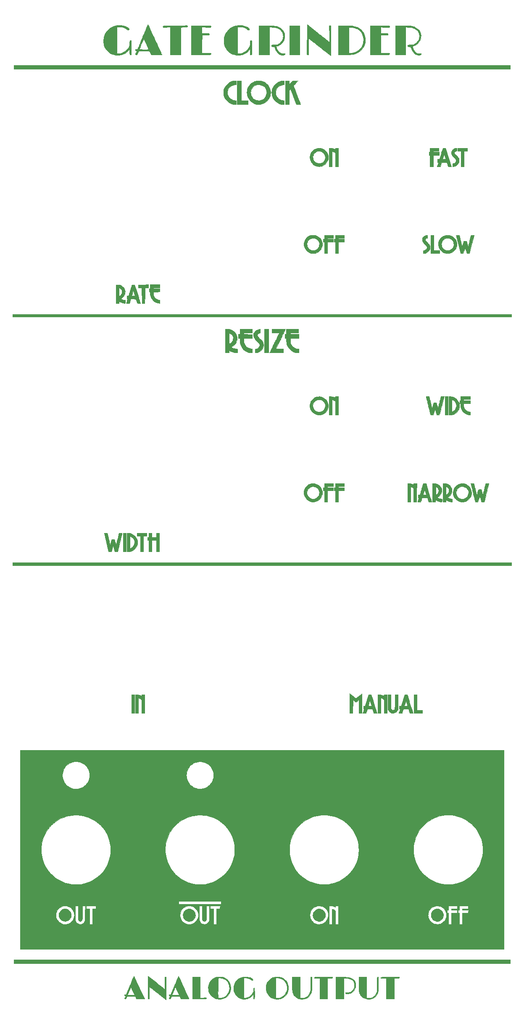
<source format=gbr>
G04 #@! TF.GenerationSoftware,KiCad,Pcbnew,5.1.5-52549c5~84~ubuntu18.04.1*
G04 #@! TF.CreationDate,2020-05-17T00:24:03-04:00*
G04 #@! TF.ProjectId,gategrinder_panel,67617465-6772-4696-9e64-65725f70616e,rev?*
G04 #@! TF.SameCoordinates,Original*
G04 #@! TF.FileFunction,Legend,Top*
G04 #@! TF.FilePolarity,Positive*
%FSLAX46Y46*%
G04 Gerber Fmt 4.6, Leading zero omitted, Abs format (unit mm)*
G04 Created by KiCad (PCBNEW 5.1.5-52549c5~84~ubuntu18.04.1) date 2020-05-17 00:24:03*
%MOMM*%
%LPD*%
G04 APERTURE LIST*
%ADD10C,0.010000*%
G04 APERTURE END LIST*
D10*
G36*
X175486520Y-179413676D02*
G01*
X175656517Y-179447670D01*
X175669082Y-179451435D01*
X175892477Y-179546284D01*
X176091349Y-179682871D01*
X176261021Y-179856169D01*
X176396815Y-180061153D01*
X176494051Y-180292796D01*
X176512711Y-180357809D01*
X176546965Y-180585587D01*
X176534341Y-180812605D01*
X176478495Y-181032921D01*
X176383085Y-181240593D01*
X176251767Y-181429681D01*
X176088198Y-181594244D01*
X175896036Y-181728339D01*
X175678938Y-181826027D01*
X175593190Y-181851711D01*
X175408241Y-181881672D01*
X175207369Y-181884005D01*
X175016978Y-181858808D01*
X174978653Y-181849454D01*
X174745938Y-181761565D01*
X174538845Y-181632489D01*
X174361821Y-181467215D01*
X174219312Y-181270729D01*
X174115766Y-181048023D01*
X174057419Y-180815962D01*
X174045575Y-180581078D01*
X174080510Y-180350964D01*
X174158222Y-180131795D01*
X174274710Y-179929744D01*
X174425972Y-179750986D01*
X174608007Y-179601694D01*
X174816812Y-179488043D01*
X174948660Y-179440873D01*
X175111033Y-179409962D01*
X175297506Y-179401002D01*
X175486520Y-179413676D01*
G37*
X175486520Y-179413676D02*
X175656517Y-179447670D01*
X175669082Y-179451435D01*
X175892477Y-179546284D01*
X176091349Y-179682871D01*
X176261021Y-179856169D01*
X176396815Y-180061153D01*
X176494051Y-180292796D01*
X176512711Y-180357809D01*
X176546965Y-180585587D01*
X176534341Y-180812605D01*
X176478495Y-181032921D01*
X176383085Y-181240593D01*
X176251767Y-181429681D01*
X176088198Y-181594244D01*
X175896036Y-181728339D01*
X175678938Y-181826027D01*
X175593190Y-181851711D01*
X175408241Y-181881672D01*
X175207369Y-181884005D01*
X175016978Y-181858808D01*
X174978653Y-181849454D01*
X174745938Y-181761565D01*
X174538845Y-181632489D01*
X174361821Y-181467215D01*
X174219312Y-181270729D01*
X174115766Y-181048023D01*
X174057419Y-180815962D01*
X174045575Y-180581078D01*
X174080510Y-180350964D01*
X174158222Y-180131795D01*
X174274710Y-179929744D01*
X174425972Y-179750986D01*
X174608007Y-179601694D01*
X174816812Y-179488043D01*
X174948660Y-179440873D01*
X175111033Y-179409962D01*
X175297506Y-179401002D01*
X175486520Y-179413676D01*
G36*
X151660930Y-179408389D02*
G01*
X151826120Y-179437469D01*
X151838139Y-179440873D01*
X152060594Y-179530689D01*
X152257120Y-179658587D01*
X152424584Y-179818517D01*
X152559849Y-180004430D01*
X152659782Y-180210279D01*
X152721247Y-180430014D01*
X152741111Y-180657585D01*
X152716237Y-180886945D01*
X152670153Y-181046341D01*
X152562919Y-181269173D01*
X152420007Y-181462949D01*
X152247266Y-181624508D01*
X152050545Y-181750684D01*
X151835694Y-181838317D01*
X151608564Y-181884241D01*
X151375003Y-181885295D01*
X151182972Y-181850508D01*
X150943679Y-181760957D01*
X150732319Y-181630637D01*
X150552772Y-181463458D01*
X150408919Y-181263326D01*
X150304640Y-181034152D01*
X150275092Y-180936044D01*
X150239251Y-180702284D01*
X150250530Y-180470096D01*
X150305455Y-180245603D01*
X150400550Y-180034928D01*
X150532340Y-179844194D01*
X150697350Y-179679522D01*
X150892105Y-179547038D01*
X151113129Y-179452862D01*
X151117717Y-179451435D01*
X151285169Y-179415688D01*
X151473426Y-179401234D01*
X151660930Y-179408389D01*
G37*
X151660930Y-179408389D02*
X151826120Y-179437469D01*
X151838139Y-179440873D01*
X152060594Y-179530689D01*
X152257120Y-179658587D01*
X152424584Y-179818517D01*
X152559849Y-180004430D01*
X152659782Y-180210279D01*
X152721247Y-180430014D01*
X152741111Y-180657585D01*
X152716237Y-180886945D01*
X152670153Y-181046341D01*
X152562919Y-181269173D01*
X152420007Y-181462949D01*
X152247266Y-181624508D01*
X152050545Y-181750684D01*
X151835694Y-181838317D01*
X151608564Y-181884241D01*
X151375003Y-181885295D01*
X151182972Y-181850508D01*
X150943679Y-181760957D01*
X150732319Y-181630637D01*
X150552772Y-181463458D01*
X150408919Y-181263326D01*
X150304640Y-181034152D01*
X150275092Y-180936044D01*
X150239251Y-180702284D01*
X150250530Y-180470096D01*
X150305455Y-180245603D01*
X150400550Y-180034928D01*
X150532340Y-179844194D01*
X150697350Y-179679522D01*
X150892105Y-179547038D01*
X151113129Y-179452862D01*
X151117717Y-179451435D01*
X151285169Y-179415688D01*
X151473426Y-179401234D01*
X151660930Y-179408389D01*
G36*
X125451717Y-179413595D02*
G01*
X125547457Y-179416751D01*
X125619639Y-179425073D01*
X125681885Y-179441067D01*
X125747817Y-179467239D01*
X125831055Y-179506092D01*
X125835244Y-179508092D01*
X126050092Y-179636193D01*
X126229009Y-179794677D01*
X126370966Y-179977824D01*
X126474934Y-180179908D01*
X126539881Y-180395207D01*
X126564779Y-180617999D01*
X126548598Y-180842559D01*
X126490308Y-181063165D01*
X126388879Y-181274093D01*
X126243282Y-181469620D01*
X126196948Y-181518347D01*
X126064519Y-181629422D01*
X125904956Y-181730510D01*
X125737058Y-181811193D01*
X125579626Y-181861051D01*
X125577899Y-181861415D01*
X125362620Y-181885986D01*
X125139879Y-181875162D01*
X124971022Y-181840983D01*
X124751583Y-181753114D01*
X124548697Y-181622765D01*
X124400316Y-181486006D01*
X124253282Y-181296132D01*
X124151926Y-181093946D01*
X124093932Y-180872861D01*
X124076981Y-180626292D01*
X124078390Y-180571373D01*
X124085343Y-180447870D01*
X124097622Y-180355303D01*
X124119893Y-180273809D01*
X124156825Y-180183529D01*
X124182547Y-180128260D01*
X124313551Y-179910484D01*
X124483513Y-179722717D01*
X124686846Y-179570551D01*
X124802355Y-179508092D01*
X124886646Y-179468635D01*
X124953043Y-179441968D01*
X125015168Y-179425587D01*
X125086640Y-179416985D01*
X125181082Y-179413658D01*
X125312115Y-179413100D01*
X125318800Y-179413100D01*
X125451717Y-179413595D01*
G37*
X125451717Y-179413595D02*
X125547457Y-179416751D01*
X125619639Y-179425073D01*
X125681885Y-179441067D01*
X125747817Y-179467239D01*
X125831055Y-179506092D01*
X125835244Y-179508092D01*
X126050092Y-179636193D01*
X126229009Y-179794677D01*
X126370966Y-179977824D01*
X126474934Y-180179908D01*
X126539881Y-180395207D01*
X126564779Y-180617999D01*
X126548598Y-180842559D01*
X126490308Y-181063165D01*
X126388879Y-181274093D01*
X126243282Y-181469620D01*
X126196948Y-181518347D01*
X126064519Y-181629422D01*
X125904956Y-181730510D01*
X125737058Y-181811193D01*
X125579626Y-181861051D01*
X125577899Y-181861415D01*
X125362620Y-181885986D01*
X125139879Y-181875162D01*
X124971022Y-181840983D01*
X124751583Y-181753114D01*
X124548697Y-181622765D01*
X124400316Y-181486006D01*
X124253282Y-181296132D01*
X124151926Y-181093946D01*
X124093932Y-180872861D01*
X124076981Y-180626292D01*
X124078390Y-180571373D01*
X124085343Y-180447870D01*
X124097622Y-180355303D01*
X124119893Y-180273809D01*
X124156825Y-180183529D01*
X124182547Y-180128260D01*
X124313551Y-179910484D01*
X124483513Y-179722717D01*
X124686846Y-179570551D01*
X124802355Y-179508092D01*
X124886646Y-179468635D01*
X124953043Y-179441968D01*
X125015168Y-179425587D01*
X125086640Y-179416985D01*
X125181082Y-179413658D01*
X125312115Y-179413100D01*
X125318800Y-179413100D01*
X125451717Y-179413595D01*
G36*
X100529798Y-179418666D02*
G01*
X100753471Y-179477820D01*
X100961328Y-179576115D01*
X101008039Y-179605657D01*
X101200384Y-179762407D01*
X101352849Y-179945423D01*
X101464780Y-180148689D01*
X101535523Y-180366191D01*
X101564424Y-180591914D01*
X101550828Y-180819844D01*
X101494081Y-181043965D01*
X101393529Y-181258263D01*
X101248518Y-181456722D01*
X101213510Y-181494624D01*
X101024207Y-181657686D01*
X100812650Y-181779064D01*
X100585423Y-181856833D01*
X100349108Y-181889074D01*
X100110291Y-181873864D01*
X99997853Y-181849454D01*
X99769645Y-181763514D01*
X99567025Y-181638523D01*
X99393603Y-181480257D01*
X99252988Y-181294490D01*
X99148793Y-181086998D01*
X99084626Y-180863555D01*
X99064100Y-180629936D01*
X99089743Y-180396970D01*
X99165278Y-180160791D01*
X99286477Y-179943996D01*
X99450635Y-179750439D01*
X99655050Y-179583973D01*
X99664800Y-179577416D01*
X99857808Y-179478028D01*
X100072573Y-179418573D01*
X100299700Y-179398851D01*
X100529798Y-179418666D01*
G37*
X100529798Y-179418666D02*
X100753471Y-179477820D01*
X100961328Y-179576115D01*
X101008039Y-179605657D01*
X101200384Y-179762407D01*
X101352849Y-179945423D01*
X101464780Y-180148689D01*
X101535523Y-180366191D01*
X101564424Y-180591914D01*
X101550828Y-180819844D01*
X101494081Y-181043965D01*
X101393529Y-181258263D01*
X101248518Y-181456722D01*
X101213510Y-181494624D01*
X101024207Y-181657686D01*
X100812650Y-181779064D01*
X100585423Y-181856833D01*
X100349108Y-181889074D01*
X100110291Y-181873864D01*
X99997853Y-181849454D01*
X99769645Y-181763514D01*
X99567025Y-181638523D01*
X99393603Y-181480257D01*
X99252988Y-181294490D01*
X99148793Y-181086998D01*
X99084626Y-180863555D01*
X99064100Y-180629936D01*
X99089743Y-180396970D01*
X99165278Y-180160791D01*
X99286477Y-179943996D01*
X99450635Y-179750439D01*
X99655050Y-179583973D01*
X99664800Y-179577416D01*
X99857808Y-179478028D01*
X100072573Y-179418573D01*
X100299700Y-179398851D01*
X100529798Y-179418666D01*
G36*
X164725058Y-1644204D02*
G01*
X164948928Y-1644995D01*
X165142633Y-1646161D01*
X165301789Y-1647685D01*
X165422009Y-1649546D01*
X165498909Y-1651727D01*
X165524714Y-1653447D01*
X165628888Y-1684051D01*
X165697037Y-1738302D01*
X165725355Y-1808268D01*
X165710036Y-1886017D01*
X165665485Y-1946824D01*
X165621263Y-1984803D01*
X165576374Y-2000911D01*
X165510779Y-2000097D01*
X165468635Y-1995465D01*
X165408214Y-1990703D01*
X165305169Y-1985465D01*
X165167669Y-1980041D01*
X165003882Y-1974723D01*
X164821978Y-1969803D01*
X164631650Y-1965602D01*
X163926800Y-1951813D01*
X163926800Y-3200600D01*
X164606948Y-3200599D01*
X164828744Y-3201063D01*
X165004953Y-3203102D01*
X165140785Y-3207683D01*
X165241451Y-3215778D01*
X165312159Y-3228355D01*
X165358120Y-3246384D01*
X165384544Y-3270834D01*
X165396639Y-3302675D01*
X165399617Y-3342876D01*
X165399611Y-3348090D01*
X165397106Y-3398112D01*
X165386758Y-3437743D01*
X165363373Y-3468039D01*
X165321754Y-3490057D01*
X165256704Y-3504851D01*
X165163029Y-3513479D01*
X165035531Y-3516996D01*
X164869015Y-3516460D01*
X164658285Y-3512926D01*
X164595057Y-3511634D01*
X163926800Y-3497730D01*
X163926800Y-7192477D01*
X164669750Y-7177375D01*
X164864941Y-7173307D01*
X165048696Y-7169287D01*
X165213415Y-7165497D01*
X165351502Y-7162116D01*
X165455359Y-7159327D01*
X165517386Y-7157311D01*
X165523507Y-7157044D01*
X165602492Y-7159642D01*
X165653425Y-7181798D01*
X165683460Y-7212507D01*
X165721773Y-7287984D01*
X165709790Y-7358729D01*
X165647282Y-7426042D01*
X165645799Y-7427151D01*
X165631524Y-7437197D01*
X165615232Y-7445910D01*
X165593380Y-7453400D01*
X165562425Y-7459775D01*
X165518825Y-7465146D01*
X165459036Y-7469621D01*
X165379517Y-7473311D01*
X165276724Y-7476323D01*
X165147115Y-7478768D01*
X164987146Y-7480756D01*
X164793277Y-7482394D01*
X164561963Y-7483794D01*
X164289662Y-7485063D01*
X163972831Y-7486312D01*
X163696349Y-7487328D01*
X161818600Y-7494157D01*
X161818600Y-1651870D01*
X163615650Y-1645185D01*
X163916320Y-1644280D01*
X164204369Y-1643828D01*
X164475410Y-1643809D01*
X164725058Y-1644204D01*
G37*
X164725058Y-1644204D02*
X164948928Y-1644995D01*
X165142633Y-1646161D01*
X165301789Y-1647685D01*
X165422009Y-1649546D01*
X165498909Y-1651727D01*
X165524714Y-1653447D01*
X165628888Y-1684051D01*
X165697037Y-1738302D01*
X165725355Y-1808268D01*
X165710036Y-1886017D01*
X165665485Y-1946824D01*
X165621263Y-1984803D01*
X165576374Y-2000911D01*
X165510779Y-2000097D01*
X165468635Y-1995465D01*
X165408214Y-1990703D01*
X165305169Y-1985465D01*
X165167669Y-1980041D01*
X165003882Y-1974723D01*
X164821978Y-1969803D01*
X164631650Y-1965602D01*
X163926800Y-1951813D01*
X163926800Y-3200600D01*
X164606948Y-3200599D01*
X164828744Y-3201063D01*
X165004953Y-3203102D01*
X165140785Y-3207683D01*
X165241451Y-3215778D01*
X165312159Y-3228355D01*
X165358120Y-3246384D01*
X165384544Y-3270834D01*
X165396639Y-3302675D01*
X165399617Y-3342876D01*
X165399611Y-3348090D01*
X165397106Y-3398112D01*
X165386758Y-3437743D01*
X165363373Y-3468039D01*
X165321754Y-3490057D01*
X165256704Y-3504851D01*
X165163029Y-3513479D01*
X165035531Y-3516996D01*
X164869015Y-3516460D01*
X164658285Y-3512926D01*
X164595057Y-3511634D01*
X163926800Y-3497730D01*
X163926800Y-7192477D01*
X164669750Y-7177375D01*
X164864941Y-7173307D01*
X165048696Y-7169287D01*
X165213415Y-7165497D01*
X165351502Y-7162116D01*
X165455359Y-7159327D01*
X165517386Y-7157311D01*
X165523507Y-7157044D01*
X165602492Y-7159642D01*
X165653425Y-7181798D01*
X165683460Y-7212507D01*
X165721773Y-7287984D01*
X165709790Y-7358729D01*
X165647282Y-7426042D01*
X165645799Y-7427151D01*
X165631524Y-7437197D01*
X165615232Y-7445910D01*
X165593380Y-7453400D01*
X165562425Y-7459775D01*
X165518825Y-7465146D01*
X165459036Y-7469621D01*
X165379517Y-7473311D01*
X165276724Y-7476323D01*
X165147115Y-7478768D01*
X164987146Y-7480756D01*
X164793277Y-7482394D01*
X164561963Y-7483794D01*
X164289662Y-7485063D01*
X163972831Y-7486312D01*
X163696349Y-7487328D01*
X161818600Y-7494157D01*
X161818600Y-1651870D01*
X163615650Y-1645185D01*
X163916320Y-1644280D01*
X164204369Y-1643828D01*
X164475410Y-1643809D01*
X164725058Y-1644204D01*
G36*
X156694150Y-1658394D02*
G01*
X157016779Y-1661812D01*
X157293126Y-1665539D01*
X157527706Y-1669726D01*
X157725037Y-1674523D01*
X157889635Y-1680080D01*
X158026017Y-1686546D01*
X158138699Y-1694072D01*
X158232199Y-1702808D01*
X158304058Y-1711884D01*
X158709385Y-1791493D01*
X159081047Y-1908147D01*
X159418441Y-2061373D01*
X159720961Y-2250695D01*
X159988004Y-2475640D01*
X160218966Y-2735732D01*
X160413242Y-3030498D01*
X160570228Y-3359464D01*
X160636719Y-3543255D01*
X160720534Y-3871278D01*
X160767698Y-4220390D01*
X160778222Y-4578327D01*
X160752115Y-4932821D01*
X160689389Y-5271608D01*
X160635077Y-5459550D01*
X160494616Y-5802281D01*
X160310922Y-6120459D01*
X160086464Y-6411715D01*
X159823709Y-6673681D01*
X159525125Y-6903988D01*
X159193180Y-7100269D01*
X158830341Y-7260154D01*
X158717289Y-7300181D01*
X158581231Y-7342115D01*
X158439125Y-7377914D01*
X158286086Y-7407992D01*
X158117225Y-7432763D01*
X157927658Y-7452643D01*
X157712496Y-7468044D01*
X157466854Y-7479382D01*
X157185846Y-7487069D01*
X156864583Y-7491521D01*
X156498181Y-7493151D01*
X156440150Y-7493178D01*
X155367000Y-7493200D01*
X155367000Y-7163000D01*
X157475200Y-7163000D01*
X157659350Y-7162928D01*
X157775638Y-7159450D01*
X157915109Y-7150318D01*
X158050698Y-7137373D01*
X158072100Y-7134842D01*
X158431677Y-7067566D01*
X158773422Y-6957683D01*
X159093428Y-6808118D01*
X159387787Y-6621796D01*
X159652594Y-6401641D01*
X159883940Y-6150577D01*
X160077920Y-5871529D01*
X160230627Y-5567421D01*
X160257830Y-5498680D01*
X160341195Y-5225260D01*
X160397759Y-4925890D01*
X160426235Y-4616115D01*
X160425339Y-4311479D01*
X160393785Y-4027526D01*
X160383829Y-3975300D01*
X160309222Y-3673947D01*
X160214630Y-3410208D01*
X160094195Y-3172900D01*
X159942060Y-2950841D01*
X159752367Y-2732847D01*
X159710436Y-2689792D01*
X159600245Y-2580121D01*
X159512674Y-2498716D01*
X159435771Y-2436621D01*
X159357580Y-2384882D01*
X159266150Y-2334546D01*
X159176403Y-2289739D01*
X159009100Y-2213881D01*
X158841559Y-2151129D01*
X158665534Y-2099729D01*
X158472777Y-2057927D01*
X158255040Y-2023969D01*
X158004077Y-1996102D01*
X157711640Y-1972573D01*
X157672050Y-1969869D01*
X157475200Y-1956647D01*
X157475200Y-7163000D01*
X155367000Y-7163000D01*
X155367000Y-1645733D01*
X156694150Y-1658394D01*
G37*
X156694150Y-1658394D02*
X157016779Y-1661812D01*
X157293126Y-1665539D01*
X157527706Y-1669726D01*
X157725037Y-1674523D01*
X157889635Y-1680080D01*
X158026017Y-1686546D01*
X158138699Y-1694072D01*
X158232199Y-1702808D01*
X158304058Y-1711884D01*
X158709385Y-1791493D01*
X159081047Y-1908147D01*
X159418441Y-2061373D01*
X159720961Y-2250695D01*
X159988004Y-2475640D01*
X160218966Y-2735732D01*
X160413242Y-3030498D01*
X160570228Y-3359464D01*
X160636719Y-3543255D01*
X160720534Y-3871278D01*
X160767698Y-4220390D01*
X160778222Y-4578327D01*
X160752115Y-4932821D01*
X160689389Y-5271608D01*
X160635077Y-5459550D01*
X160494616Y-5802281D01*
X160310922Y-6120459D01*
X160086464Y-6411715D01*
X159823709Y-6673681D01*
X159525125Y-6903988D01*
X159193180Y-7100269D01*
X158830341Y-7260154D01*
X158717289Y-7300181D01*
X158581231Y-7342115D01*
X158439125Y-7377914D01*
X158286086Y-7407992D01*
X158117225Y-7432763D01*
X157927658Y-7452643D01*
X157712496Y-7468044D01*
X157466854Y-7479382D01*
X157185846Y-7487069D01*
X156864583Y-7491521D01*
X156498181Y-7493151D01*
X156440150Y-7493178D01*
X155367000Y-7493200D01*
X155367000Y-7163000D01*
X157475200Y-7163000D01*
X157659350Y-7162928D01*
X157775638Y-7159450D01*
X157915109Y-7150318D01*
X158050698Y-7137373D01*
X158072100Y-7134842D01*
X158431677Y-7067566D01*
X158773422Y-6957683D01*
X159093428Y-6808118D01*
X159387787Y-6621796D01*
X159652594Y-6401641D01*
X159883940Y-6150577D01*
X160077920Y-5871529D01*
X160230627Y-5567421D01*
X160257830Y-5498680D01*
X160341195Y-5225260D01*
X160397759Y-4925890D01*
X160426235Y-4616115D01*
X160425339Y-4311479D01*
X160393785Y-4027526D01*
X160383829Y-3975300D01*
X160309222Y-3673947D01*
X160214630Y-3410208D01*
X160094195Y-3172900D01*
X159942060Y-2950841D01*
X159752367Y-2732847D01*
X159710436Y-2689792D01*
X159600245Y-2580121D01*
X159512674Y-2498716D01*
X159435771Y-2436621D01*
X159357580Y-2384882D01*
X159266150Y-2334546D01*
X159176403Y-2289739D01*
X159009100Y-2213881D01*
X158841559Y-2151129D01*
X158665534Y-2099729D01*
X158472777Y-2057927D01*
X158255040Y-2023969D01*
X158004077Y-1996102D01*
X157711640Y-1972573D01*
X157672050Y-1969869D01*
X157475200Y-1956647D01*
X157475200Y-7163000D01*
X155367000Y-7163000D01*
X155367000Y-1645733D01*
X156694150Y-1658394D01*
G36*
X147620000Y-7493200D02*
G01*
X145511800Y-7493200D01*
X145511800Y-1651200D01*
X147620000Y-1651200D01*
X147620000Y-7493200D01*
G37*
X147620000Y-7493200D02*
X145511800Y-7493200D01*
X145511800Y-1651200D01*
X147620000Y-1651200D01*
X147620000Y-7493200D01*
G36*
X128019519Y-1651222D02*
G01*
X128326887Y-1651351D01*
X128590501Y-1651683D01*
X128813883Y-1652311D01*
X129000557Y-1653332D01*
X129154045Y-1654839D01*
X129277870Y-1656927D01*
X129375554Y-1659692D01*
X129450622Y-1663228D01*
X129506595Y-1667629D01*
X129546996Y-1672992D01*
X129575349Y-1679410D01*
X129595176Y-1686979D01*
X129610000Y-1695792D01*
X129620674Y-1703843D01*
X129676114Y-1773956D01*
X129684415Y-1853618D01*
X129645465Y-1933170D01*
X129623550Y-1956516D01*
X129592421Y-1983846D01*
X129562155Y-1999927D01*
X129521008Y-2005877D01*
X129457235Y-2002813D01*
X129359094Y-1991849D01*
X129312400Y-1986099D01*
X129212521Y-1977043D01*
X129073426Y-1969076D01*
X128906693Y-1962614D01*
X128723902Y-1958080D01*
X128536630Y-1955890D01*
X128474750Y-1955754D01*
X127884200Y-1956000D01*
X127884200Y-3200600D01*
X128580856Y-3200599D01*
X129277512Y-3200599D01*
X129330156Y-3267525D01*
X129372995Y-3334565D01*
X129376442Y-3388980D01*
X129340899Y-3449719D01*
X129334193Y-3458136D01*
X129285586Y-3518100D01*
X127896900Y-3518100D01*
X127890382Y-5353250D01*
X127883865Y-7188400D01*
X128540966Y-7188400D01*
X128727004Y-7187394D01*
X128903625Y-7184565D01*
X129062154Y-7180199D01*
X129193921Y-7174577D01*
X129290253Y-7167985D01*
X129334883Y-7162415D01*
X129426396Y-7150285D01*
X129508626Y-7148068D01*
X129541811Y-7151790D01*
X129630454Y-7189875D01*
X129678164Y-7250426D01*
X129682097Y-7323982D01*
X129639410Y-7401082D01*
X129622062Y-7418922D01*
X129556524Y-7480500D01*
X127666262Y-7487325D01*
X125776000Y-7494151D01*
X125776000Y-1651200D01*
X127664874Y-1651199D01*
X128019519Y-1651222D01*
G37*
X128019519Y-1651222D02*
X128326887Y-1651351D01*
X128590501Y-1651683D01*
X128813883Y-1652311D01*
X129000557Y-1653332D01*
X129154045Y-1654839D01*
X129277870Y-1656927D01*
X129375554Y-1659692D01*
X129450622Y-1663228D01*
X129506595Y-1667629D01*
X129546996Y-1672992D01*
X129575349Y-1679410D01*
X129595176Y-1686979D01*
X129610000Y-1695792D01*
X129620674Y-1703843D01*
X129676114Y-1773956D01*
X129684415Y-1853618D01*
X129645465Y-1933170D01*
X129623550Y-1956516D01*
X129592421Y-1983846D01*
X129562155Y-1999927D01*
X129521008Y-2005877D01*
X129457235Y-2002813D01*
X129359094Y-1991849D01*
X129312400Y-1986099D01*
X129212521Y-1977043D01*
X129073426Y-1969076D01*
X128906693Y-1962614D01*
X128723902Y-1958080D01*
X128536630Y-1955890D01*
X128474750Y-1955754D01*
X127884200Y-1956000D01*
X127884200Y-3200600D01*
X128580856Y-3200599D01*
X129277512Y-3200599D01*
X129330156Y-3267525D01*
X129372995Y-3334565D01*
X129376442Y-3388980D01*
X129340899Y-3449719D01*
X129334193Y-3458136D01*
X129285586Y-3518100D01*
X127896900Y-3518100D01*
X127890382Y-5353250D01*
X127883865Y-7188400D01*
X128540966Y-7188400D01*
X128727004Y-7187394D01*
X128903625Y-7184565D01*
X129062154Y-7180199D01*
X129193921Y-7174577D01*
X129290253Y-7167985D01*
X129334883Y-7162415D01*
X129426396Y-7150285D01*
X129508626Y-7148068D01*
X129541811Y-7151790D01*
X129630454Y-7189875D01*
X129678164Y-7250426D01*
X129682097Y-7323982D01*
X129639410Y-7401082D01*
X129622062Y-7418922D01*
X129556524Y-7480500D01*
X127666262Y-7487325D01*
X125776000Y-7494151D01*
X125776000Y-1651200D01*
X127664874Y-1651199D01*
X128019519Y-1651222D01*
G36*
X124910587Y-1635064D02*
G01*
X124952206Y-1691267D01*
X124963200Y-1768784D01*
X124953816Y-1832942D01*
X124916407Y-1876299D01*
X124880650Y-1898191D01*
X124847545Y-1913012D01*
X124804627Y-1924535D01*
X124745039Y-1933306D01*
X124661927Y-1939868D01*
X124548434Y-1944767D01*
X124397706Y-1948548D01*
X124207550Y-1951689D01*
X123617000Y-1960092D01*
X123617000Y-7493200D01*
X121508800Y-7493200D01*
X121508800Y-1956000D01*
X121070650Y-1955754D01*
X120903403Y-1957561D01*
X120732191Y-1962703D01*
X120572585Y-1970495D01*
X120440158Y-1980251D01*
X120387531Y-1985833D01*
X120271485Y-1999166D01*
X120193517Y-2004382D01*
X120141478Y-2000971D01*
X120103219Y-1988424D01*
X120076381Y-1972792D01*
X120025707Y-1913467D01*
X120008352Y-1836335D01*
X120029250Y-1763538D01*
X120029638Y-1762952D01*
X120041517Y-1746018D01*
X120055232Y-1731121D01*
X120073971Y-1718102D01*
X120100922Y-1706803D01*
X120139271Y-1697065D01*
X120192205Y-1688731D01*
X120262913Y-1681642D01*
X120354581Y-1675639D01*
X120470396Y-1670564D01*
X120613545Y-1666260D01*
X120787217Y-1662567D01*
X120994597Y-1659328D01*
X121238873Y-1656383D01*
X121523233Y-1653575D01*
X121850864Y-1650746D01*
X122224952Y-1647736D01*
X122372400Y-1646572D01*
X122705743Y-1643763D01*
X123027101Y-1640707D01*
X123332485Y-1637462D01*
X123617902Y-1634086D01*
X123879361Y-1630637D01*
X124112872Y-1627173D01*
X124314443Y-1623753D01*
X124480083Y-1620436D01*
X124605801Y-1617278D01*
X124687606Y-1614338D01*
X124717196Y-1612376D01*
X124833728Y-1609707D01*
X124910587Y-1635064D01*
G37*
X124910587Y-1635064D02*
X124952206Y-1691267D01*
X124963200Y-1768784D01*
X124953816Y-1832942D01*
X124916407Y-1876299D01*
X124880650Y-1898191D01*
X124847545Y-1913012D01*
X124804627Y-1924535D01*
X124745039Y-1933306D01*
X124661927Y-1939868D01*
X124548434Y-1944767D01*
X124397706Y-1948548D01*
X124207550Y-1951689D01*
X123617000Y-1960092D01*
X123617000Y-7493200D01*
X121508800Y-7493200D01*
X121508800Y-1956000D01*
X121070650Y-1955754D01*
X120903403Y-1957561D01*
X120732191Y-1962703D01*
X120572585Y-1970495D01*
X120440158Y-1980251D01*
X120387531Y-1985833D01*
X120271485Y-1999166D01*
X120193517Y-2004382D01*
X120141478Y-2000971D01*
X120103219Y-1988424D01*
X120076381Y-1972792D01*
X120025707Y-1913467D01*
X120008352Y-1836335D01*
X120029250Y-1763538D01*
X120029638Y-1762952D01*
X120041517Y-1746018D01*
X120055232Y-1731121D01*
X120073971Y-1718102D01*
X120100922Y-1706803D01*
X120139271Y-1697065D01*
X120192205Y-1688731D01*
X120262913Y-1681642D01*
X120354581Y-1675639D01*
X120470396Y-1670564D01*
X120613545Y-1666260D01*
X120787217Y-1662567D01*
X120994597Y-1659328D01*
X121238873Y-1656383D01*
X121523233Y-1653575D01*
X121850864Y-1650746D01*
X122224952Y-1647736D01*
X122372400Y-1646572D01*
X122705743Y-1643763D01*
X123027101Y-1640707D01*
X123332485Y-1637462D01*
X123617902Y-1634086D01*
X123879361Y-1630637D01*
X124112872Y-1627173D01*
X124314443Y-1623753D01*
X124480083Y-1620436D01*
X124605801Y-1617278D01*
X124687606Y-1614338D01*
X124717196Y-1612376D01*
X124833728Y-1609707D01*
X124910587Y-1635064D01*
G36*
X117003576Y-1442435D02*
G01*
X117035298Y-1509281D01*
X117085260Y-1615597D01*
X117151923Y-1758060D01*
X117233746Y-1933352D01*
X117329191Y-2138150D01*
X117436717Y-2369135D01*
X117554784Y-2622986D01*
X117681854Y-2896383D01*
X117816386Y-3186004D01*
X117956840Y-3488530D01*
X118101677Y-3800640D01*
X118249356Y-4119014D01*
X118398340Y-4440330D01*
X118547086Y-4761268D01*
X118694057Y-5078509D01*
X118837712Y-5388730D01*
X118976511Y-5688612D01*
X119108915Y-5974835D01*
X119233384Y-6244077D01*
X119348378Y-6493019D01*
X119452357Y-6718339D01*
X119543783Y-6916717D01*
X119621114Y-7084832D01*
X119682812Y-7219365D01*
X119727337Y-7316994D01*
X119746679Y-7359850D01*
X119806359Y-7493200D01*
X117656627Y-7493200D01*
X117310041Y-6756600D01*
X115116319Y-6756600D01*
X114979596Y-7093150D01*
X114925974Y-7219457D01*
X114873620Y-7332734D01*
X114827668Y-7422533D01*
X114793254Y-7478408D01*
X114786091Y-7486850D01*
X114706327Y-7534190D01*
X114613560Y-7539301D01*
X114529451Y-7504459D01*
X114484333Y-7444465D01*
X114474718Y-7361500D01*
X114500808Y-7269119D01*
X114525328Y-7226500D01*
X114554953Y-7178177D01*
X114597055Y-7103545D01*
X114645436Y-7014367D01*
X114693898Y-6922403D01*
X114736245Y-6839417D01*
X114766277Y-6777170D01*
X114777799Y-6747423D01*
X114777800Y-6747347D01*
X114755261Y-6737771D01*
X114698252Y-6725510D01*
X114664594Y-6719991D01*
X114554194Y-6687731D01*
X114476002Y-6633264D01*
X114434835Y-6563874D01*
X114435512Y-6486843D01*
X114469272Y-6424794D01*
X114490999Y-6403559D01*
X115265244Y-6403559D01*
X115266572Y-6413595D01*
X115282398Y-6421904D01*
X115317014Y-6428672D01*
X115374711Y-6434088D01*
X115459779Y-6438337D01*
X115576511Y-6441607D01*
X115729196Y-6444086D01*
X115922127Y-6445959D01*
X116159594Y-6447414D01*
X116284866Y-6447994D01*
X116516451Y-6448340D01*
X116718711Y-6447331D01*
X116887736Y-6445053D01*
X117019615Y-6441594D01*
X117110438Y-6437041D01*
X117156296Y-6431482D01*
X117161166Y-6428417D01*
X117143764Y-6386934D01*
X117108208Y-6307378D01*
X117057077Y-6195239D01*
X116992948Y-6056006D01*
X116918400Y-5895169D01*
X116836011Y-5718216D01*
X116748360Y-5530638D01*
X116658024Y-5337924D01*
X116567583Y-5145562D01*
X116479614Y-4959042D01*
X116396695Y-4783854D01*
X116321406Y-4625487D01*
X116256323Y-4489429D01*
X116204026Y-4381171D01*
X116167093Y-4306202D01*
X116148102Y-4270010D01*
X116146209Y-4267513D01*
X116133706Y-4290274D01*
X116104249Y-4355469D01*
X116059816Y-4458387D01*
X116002385Y-4594322D01*
X115933933Y-4758564D01*
X115856437Y-4946406D01*
X115771874Y-5153139D01*
X115701709Y-5325891D01*
X115613027Y-5544895D01*
X115530198Y-5749435D01*
X115455173Y-5934695D01*
X115389901Y-6095860D01*
X115336334Y-6228115D01*
X115296420Y-6326646D01*
X115272110Y-6386637D01*
X115265244Y-6403559D01*
X114490999Y-6403559D01*
X114506748Y-6388168D01*
X114553431Y-6370282D01*
X114627037Y-6365689D01*
X114659977Y-6366155D01*
X114750830Y-6370705D01*
X114829149Y-6378772D01*
X114860197Y-6384398D01*
X114870213Y-6385483D01*
X114880953Y-6381962D01*
X114893561Y-6371225D01*
X114909177Y-6350662D01*
X114928945Y-6317664D01*
X114954005Y-6269621D01*
X114985502Y-6203923D01*
X115024576Y-6117962D01*
X115072370Y-6009126D01*
X115130026Y-5874807D01*
X115198687Y-5712395D01*
X115279494Y-5519280D01*
X115373590Y-5292853D01*
X115482117Y-5030504D01*
X115606218Y-4729624D01*
X115747033Y-4387602D01*
X115905706Y-4001829D01*
X115947404Y-3900420D01*
X116086624Y-3562354D01*
X116220595Y-3238065D01*
X116348046Y-2930577D01*
X116467703Y-2642916D01*
X116578294Y-2378106D01*
X116678545Y-2139173D01*
X116767185Y-1929143D01*
X116842940Y-1751040D01*
X116904538Y-1607889D01*
X116950706Y-1502717D01*
X116980171Y-1438548D01*
X116991634Y-1418377D01*
X117003576Y-1442435D01*
G37*
X117003576Y-1442435D02*
X117035298Y-1509281D01*
X117085260Y-1615597D01*
X117151923Y-1758060D01*
X117233746Y-1933352D01*
X117329191Y-2138150D01*
X117436717Y-2369135D01*
X117554784Y-2622986D01*
X117681854Y-2896383D01*
X117816386Y-3186004D01*
X117956840Y-3488530D01*
X118101677Y-3800640D01*
X118249356Y-4119014D01*
X118398340Y-4440330D01*
X118547086Y-4761268D01*
X118694057Y-5078509D01*
X118837712Y-5388730D01*
X118976511Y-5688612D01*
X119108915Y-5974835D01*
X119233384Y-6244077D01*
X119348378Y-6493019D01*
X119452357Y-6718339D01*
X119543783Y-6916717D01*
X119621114Y-7084832D01*
X119682812Y-7219365D01*
X119727337Y-7316994D01*
X119746679Y-7359850D01*
X119806359Y-7493200D01*
X117656627Y-7493200D01*
X117310041Y-6756600D01*
X115116319Y-6756600D01*
X114979596Y-7093150D01*
X114925974Y-7219457D01*
X114873620Y-7332734D01*
X114827668Y-7422533D01*
X114793254Y-7478408D01*
X114786091Y-7486850D01*
X114706327Y-7534190D01*
X114613560Y-7539301D01*
X114529451Y-7504459D01*
X114484333Y-7444465D01*
X114474718Y-7361500D01*
X114500808Y-7269119D01*
X114525328Y-7226500D01*
X114554953Y-7178177D01*
X114597055Y-7103545D01*
X114645436Y-7014367D01*
X114693898Y-6922403D01*
X114736245Y-6839417D01*
X114766277Y-6777170D01*
X114777799Y-6747423D01*
X114777800Y-6747347D01*
X114755261Y-6737771D01*
X114698252Y-6725510D01*
X114664594Y-6719991D01*
X114554194Y-6687731D01*
X114476002Y-6633264D01*
X114434835Y-6563874D01*
X114435512Y-6486843D01*
X114469272Y-6424794D01*
X114490999Y-6403559D01*
X115265244Y-6403559D01*
X115266572Y-6413595D01*
X115282398Y-6421904D01*
X115317014Y-6428672D01*
X115374711Y-6434088D01*
X115459779Y-6438337D01*
X115576511Y-6441607D01*
X115729196Y-6444086D01*
X115922127Y-6445959D01*
X116159594Y-6447414D01*
X116284866Y-6447994D01*
X116516451Y-6448340D01*
X116718711Y-6447331D01*
X116887736Y-6445053D01*
X117019615Y-6441594D01*
X117110438Y-6437041D01*
X117156296Y-6431482D01*
X117161166Y-6428417D01*
X117143764Y-6386934D01*
X117108208Y-6307378D01*
X117057077Y-6195239D01*
X116992948Y-6056006D01*
X116918400Y-5895169D01*
X116836011Y-5718216D01*
X116748360Y-5530638D01*
X116658024Y-5337924D01*
X116567583Y-5145562D01*
X116479614Y-4959042D01*
X116396695Y-4783854D01*
X116321406Y-4625487D01*
X116256323Y-4489429D01*
X116204026Y-4381171D01*
X116167093Y-4306202D01*
X116148102Y-4270010D01*
X116146209Y-4267513D01*
X116133706Y-4290274D01*
X116104249Y-4355469D01*
X116059816Y-4458387D01*
X116002385Y-4594322D01*
X115933933Y-4758564D01*
X115856437Y-4946406D01*
X115771874Y-5153139D01*
X115701709Y-5325891D01*
X115613027Y-5544895D01*
X115530198Y-5749435D01*
X115455173Y-5934695D01*
X115389901Y-6095860D01*
X115336334Y-6228115D01*
X115296420Y-6326646D01*
X115272110Y-6386637D01*
X115265244Y-6403559D01*
X114490999Y-6403559D01*
X114506748Y-6388168D01*
X114553431Y-6370282D01*
X114627037Y-6365689D01*
X114659977Y-6366155D01*
X114750830Y-6370705D01*
X114829149Y-6378772D01*
X114860197Y-6384398D01*
X114870213Y-6385483D01*
X114880953Y-6381962D01*
X114893561Y-6371225D01*
X114909177Y-6350662D01*
X114928945Y-6317664D01*
X114954005Y-6269621D01*
X114985502Y-6203923D01*
X115024576Y-6117962D01*
X115072370Y-6009126D01*
X115130026Y-5874807D01*
X115198687Y-5712395D01*
X115279494Y-5519280D01*
X115373590Y-5292853D01*
X115482117Y-5030504D01*
X115606218Y-4729624D01*
X115747033Y-4387602D01*
X115905706Y-4001829D01*
X115947404Y-3900420D01*
X116086624Y-3562354D01*
X116220595Y-3238065D01*
X116348046Y-2930577D01*
X116467703Y-2642916D01*
X116578294Y-2378106D01*
X116678545Y-2139173D01*
X116767185Y-1929143D01*
X116842940Y-1751040D01*
X116904538Y-1607889D01*
X116950706Y-1502717D01*
X116980171Y-1438548D01*
X116991634Y-1418377D01*
X117003576Y-1442435D01*
G36*
X168314650Y-1658001D02*
G01*
X168680551Y-1661397D01*
X169000175Y-1665482D01*
X169278043Y-1670807D01*
X169518677Y-1677921D01*
X169726599Y-1687376D01*
X169906330Y-1699721D01*
X170062394Y-1715506D01*
X170199312Y-1735282D01*
X170321606Y-1759599D01*
X170433797Y-1789008D01*
X170540408Y-1824058D01*
X170645961Y-1865299D01*
X170754977Y-1913283D01*
X170871979Y-1968559D01*
X170873700Y-1969389D01*
X171160062Y-2131445D01*
X171404863Y-2321908D01*
X171610016Y-2542905D01*
X171777436Y-2796565D01*
X171909037Y-3085015D01*
X171930206Y-3144093D01*
X171991331Y-3391961D01*
X172014917Y-3661799D01*
X172001946Y-3942456D01*
X171953396Y-4222782D01*
X171870249Y-4491626D01*
X171797237Y-4656679D01*
X171640529Y-4912611D01*
X171441840Y-5146151D01*
X171206665Y-5352985D01*
X170940497Y-5528798D01*
X170648830Y-5669279D01*
X170400423Y-5753438D01*
X170257347Y-5793275D01*
X170339708Y-6014587D01*
X170473234Y-6334851D01*
X170617981Y-6608748D01*
X170773348Y-6835489D01*
X170938736Y-7014285D01*
X171113543Y-7144349D01*
X171248297Y-7208640D01*
X171424759Y-7261710D01*
X171573959Y-7278870D01*
X171703814Y-7260860D01*
X171727549Y-7253316D01*
X171849317Y-7221396D01*
X171951271Y-7215074D01*
X172024386Y-7234084D01*
X172053906Y-7262930D01*
X172076689Y-7349303D01*
X172051225Y-7427650D01*
X171979889Y-7494191D01*
X171879559Y-7540481D01*
X171769919Y-7562564D01*
X171629270Y-7570139D01*
X171475063Y-7563938D01*
X171324748Y-7544694D01*
X171195777Y-7513139D01*
X171191200Y-7511594D01*
X170980114Y-7423367D01*
X170797144Y-7309200D01*
X170623537Y-7157326D01*
X170618389Y-7152176D01*
X170486535Y-7003251D01*
X170361695Y-6826483D01*
X170239800Y-6615224D01*
X170116781Y-6362827D01*
X170068240Y-6253238D01*
X170012449Y-6128381D01*
X169960261Y-6019007D01*
X169916303Y-5934290D01*
X169885206Y-5883406D01*
X169876992Y-5874250D01*
X169814002Y-5854632D01*
X169706368Y-5858052D01*
X169704268Y-5858296D01*
X169567320Y-5860440D01*
X169458014Y-5834142D01*
X169381705Y-5782839D01*
X169343749Y-5709968D01*
X169346776Y-5628906D01*
X169362595Y-5586717D01*
X169390427Y-5554965D01*
X169436912Y-5532118D01*
X169508689Y-5516648D01*
X169612399Y-5507024D01*
X169754681Y-5501717D01*
X169908497Y-5499478D01*
X170074822Y-5497179D01*
X170200811Y-5493034D01*
X170296922Y-5485974D01*
X170373612Y-5474928D01*
X170441341Y-5458826D01*
X170505400Y-5438394D01*
X170772683Y-5320508D01*
X171015625Y-5162335D01*
X171228385Y-4968945D01*
X171405122Y-4745410D01*
X171506543Y-4569141D01*
X171595712Y-4367162D01*
X171654509Y-4177193D01*
X171686463Y-3981938D01*
X171695102Y-3764102D01*
X171692473Y-3657800D01*
X171683041Y-3499243D01*
X171667289Y-3373730D01*
X171642389Y-3263622D01*
X171615857Y-3180107D01*
X171499624Y-2923020D01*
X171340904Y-2692875D01*
X171140861Y-2490627D01*
X170900659Y-2317232D01*
X170621461Y-2173643D01*
X170304430Y-2060818D01*
X170226291Y-2039322D01*
X170132128Y-2016438D01*
X170041843Y-1999093D01*
X169944890Y-1986217D01*
X169830721Y-1976742D01*
X169688788Y-1969598D01*
X169508544Y-1963715D01*
X169470350Y-1962684D01*
X168956000Y-1949125D01*
X168956000Y-7493200D01*
X166847800Y-7493200D01*
X166847800Y-1645853D01*
X168314650Y-1658001D01*
G37*
X168314650Y-1658001D02*
X168680551Y-1661397D01*
X169000175Y-1665482D01*
X169278043Y-1670807D01*
X169518677Y-1677921D01*
X169726599Y-1687376D01*
X169906330Y-1699721D01*
X170062394Y-1715506D01*
X170199312Y-1735282D01*
X170321606Y-1759599D01*
X170433797Y-1789008D01*
X170540408Y-1824058D01*
X170645961Y-1865299D01*
X170754977Y-1913283D01*
X170871979Y-1968559D01*
X170873700Y-1969389D01*
X171160062Y-2131445D01*
X171404863Y-2321908D01*
X171610016Y-2542905D01*
X171777436Y-2796565D01*
X171909037Y-3085015D01*
X171930206Y-3144093D01*
X171991331Y-3391961D01*
X172014917Y-3661799D01*
X172001946Y-3942456D01*
X171953396Y-4222782D01*
X171870249Y-4491626D01*
X171797237Y-4656679D01*
X171640529Y-4912611D01*
X171441840Y-5146151D01*
X171206665Y-5352985D01*
X170940497Y-5528798D01*
X170648830Y-5669279D01*
X170400423Y-5753438D01*
X170257347Y-5793275D01*
X170339708Y-6014587D01*
X170473234Y-6334851D01*
X170617981Y-6608748D01*
X170773348Y-6835489D01*
X170938736Y-7014285D01*
X171113543Y-7144349D01*
X171248297Y-7208640D01*
X171424759Y-7261710D01*
X171573959Y-7278870D01*
X171703814Y-7260860D01*
X171727549Y-7253316D01*
X171849317Y-7221396D01*
X171951271Y-7215074D01*
X172024386Y-7234084D01*
X172053906Y-7262930D01*
X172076689Y-7349303D01*
X172051225Y-7427650D01*
X171979889Y-7494191D01*
X171879559Y-7540481D01*
X171769919Y-7562564D01*
X171629270Y-7570139D01*
X171475063Y-7563938D01*
X171324748Y-7544694D01*
X171195777Y-7513139D01*
X171191200Y-7511594D01*
X170980114Y-7423367D01*
X170797144Y-7309200D01*
X170623537Y-7157326D01*
X170618389Y-7152176D01*
X170486535Y-7003251D01*
X170361695Y-6826483D01*
X170239800Y-6615224D01*
X170116781Y-6362827D01*
X170068240Y-6253238D01*
X170012449Y-6128381D01*
X169960261Y-6019007D01*
X169916303Y-5934290D01*
X169885206Y-5883406D01*
X169876992Y-5874250D01*
X169814002Y-5854632D01*
X169706368Y-5858052D01*
X169704268Y-5858296D01*
X169567320Y-5860440D01*
X169458014Y-5834142D01*
X169381705Y-5782839D01*
X169343749Y-5709968D01*
X169346776Y-5628906D01*
X169362595Y-5586717D01*
X169390427Y-5554965D01*
X169436912Y-5532118D01*
X169508689Y-5516648D01*
X169612399Y-5507024D01*
X169754681Y-5501717D01*
X169908497Y-5499478D01*
X170074822Y-5497179D01*
X170200811Y-5493034D01*
X170296922Y-5485974D01*
X170373612Y-5474928D01*
X170441341Y-5458826D01*
X170505400Y-5438394D01*
X170772683Y-5320508D01*
X171015625Y-5162335D01*
X171228385Y-4968945D01*
X171405122Y-4745410D01*
X171506543Y-4569141D01*
X171595712Y-4367162D01*
X171654509Y-4177193D01*
X171686463Y-3981938D01*
X171695102Y-3764102D01*
X171692473Y-3657800D01*
X171683041Y-3499243D01*
X171667289Y-3373730D01*
X171642389Y-3263622D01*
X171615857Y-3180107D01*
X171499624Y-2923020D01*
X171340904Y-2692875D01*
X171140861Y-2490627D01*
X170900659Y-2317232D01*
X170621461Y-2173643D01*
X170304430Y-2060818D01*
X170226291Y-2039322D01*
X170132128Y-2016438D01*
X170041843Y-1999093D01*
X169944890Y-1986217D01*
X169830721Y-1976742D01*
X169688788Y-1969598D01*
X169508544Y-1963715D01*
X169470350Y-1962684D01*
X168956000Y-1949125D01*
X168956000Y-7493200D01*
X166847800Y-7493200D01*
X166847800Y-1645853D01*
X168314650Y-1658001D01*
G36*
X140615950Y-1651422D02*
G01*
X140985746Y-1652173D01*
X141309396Y-1654426D01*
X141591538Y-1658401D01*
X141836811Y-1664317D01*
X142049852Y-1672391D01*
X142235299Y-1682842D01*
X142397790Y-1695889D01*
X142541964Y-1711751D01*
X142672457Y-1730645D01*
X142793909Y-1752791D01*
X142802064Y-1754443D01*
X143142708Y-1846111D01*
X143452523Y-1975111D01*
X143729536Y-2139712D01*
X143971774Y-2338186D01*
X144177265Y-2568803D01*
X144344034Y-2829834D01*
X144470111Y-3119550D01*
X144511418Y-3252869D01*
X144537868Y-3391597D01*
X144553080Y-3563138D01*
X144557038Y-3750759D01*
X144549726Y-3937726D01*
X144531125Y-4107308D01*
X144512376Y-4202721D01*
X144475069Y-4323869D01*
X144419673Y-4467333D01*
X144353276Y-4617614D01*
X144282961Y-4759215D01*
X144215814Y-4876634D01*
X144180925Y-4927800D01*
X144073137Y-5055556D01*
X143938698Y-5192280D01*
X143794351Y-5322207D01*
X143656844Y-5429572D01*
X143624273Y-5451849D01*
X143467998Y-5548143D01*
X143319358Y-5623033D01*
X143156845Y-5686444D01*
X143022600Y-5729534D01*
X142939093Y-5755759D01*
X142881516Y-5781197D01*
X142848844Y-5813539D01*
X142840052Y-5860477D01*
X142854116Y-5929702D01*
X142890012Y-6028906D01*
X142946715Y-6165781D01*
X142960226Y-6197793D01*
X143100269Y-6493246D01*
X143250841Y-6739961D01*
X143413094Y-6939128D01*
X143588181Y-7091935D01*
X143777253Y-7199571D01*
X143981464Y-7263227D01*
X143995232Y-7265860D01*
X144101876Y-7279704D01*
X144192106Y-7274175D01*
X144278542Y-7253387D01*
X144419018Y-7220577D01*
X144520223Y-7216449D01*
X144585393Y-7241871D01*
X144617768Y-7297714D01*
X144622800Y-7345879D01*
X144602132Y-7430031D01*
X144539226Y-7493760D01*
X144432731Y-7537660D01*
X144281294Y-7562323D01*
X144114800Y-7568602D01*
X143949841Y-7560367D01*
X143807106Y-7533847D01*
X143727255Y-7509595D01*
X143539455Y-7426167D01*
X143350284Y-7307548D01*
X143176988Y-7165811D01*
X143060390Y-7042705D01*
X142971070Y-6920001D01*
X142871979Y-6758944D01*
X142768579Y-6569643D01*
X142666333Y-6362206D01*
X142570701Y-6146743D01*
X142552430Y-6102550D01*
X142509306Y-6003054D01*
X142470150Y-5923774D01*
X142440311Y-5874980D01*
X142428432Y-5864477D01*
X142390829Y-5862577D01*
X142317189Y-5860416D01*
X142222272Y-5858413D01*
X142205566Y-5858127D01*
X142101234Y-5854283D01*
X142032797Y-5844504D01*
X141985398Y-5825092D01*
X141945216Y-5793322D01*
X141890933Y-5719070D01*
X141887433Y-5645290D01*
X141934716Y-5571142D01*
X141945182Y-5560877D01*
X141972844Y-5536776D01*
X142001820Y-5520167D01*
X142041299Y-5509890D01*
X142100470Y-5504787D01*
X142188523Y-5503698D01*
X142314648Y-5505463D01*
X142375045Y-5506653D01*
X142587679Y-5506806D01*
X142763830Y-5496008D01*
X142917128Y-5471636D01*
X143061204Y-5431065D01*
X143209689Y-5371669D01*
X143302000Y-5328150D01*
X143515407Y-5198690D01*
X143715954Y-5030190D01*
X143891919Y-4834375D01*
X144031578Y-4622967D01*
X144057908Y-4572200D01*
X144111470Y-4453156D01*
X144160271Y-4327358D01*
X144195807Y-4217221D01*
X144202466Y-4191200D01*
X144224567Y-4056196D01*
X144237266Y-3891857D01*
X144240547Y-3715189D01*
X144234394Y-3543198D01*
X144218788Y-3392893D01*
X144203318Y-3313886D01*
X144110448Y-3048908D01*
X143973298Y-2807623D01*
X143793389Y-2591754D01*
X143572246Y-2403026D01*
X143311390Y-2243161D01*
X143216196Y-2196731D01*
X143014104Y-2112761D01*
X142812690Y-2048935D01*
X142601309Y-2003321D01*
X142369315Y-1973985D01*
X142106064Y-1958995D01*
X141890462Y-1955999D01*
X141498600Y-1956000D01*
X141498600Y-7493200D01*
X139390400Y-7493200D01*
X139390400Y-1651200D01*
X140615950Y-1651422D01*
G37*
X140615950Y-1651422D02*
X140985746Y-1652173D01*
X141309396Y-1654426D01*
X141591538Y-1658401D01*
X141836811Y-1664317D01*
X142049852Y-1672391D01*
X142235299Y-1682842D01*
X142397790Y-1695889D01*
X142541964Y-1711751D01*
X142672457Y-1730645D01*
X142793909Y-1752791D01*
X142802064Y-1754443D01*
X143142708Y-1846111D01*
X143452523Y-1975111D01*
X143729536Y-2139712D01*
X143971774Y-2338186D01*
X144177265Y-2568803D01*
X144344034Y-2829834D01*
X144470111Y-3119550D01*
X144511418Y-3252869D01*
X144537868Y-3391597D01*
X144553080Y-3563138D01*
X144557038Y-3750759D01*
X144549726Y-3937726D01*
X144531125Y-4107308D01*
X144512376Y-4202721D01*
X144475069Y-4323869D01*
X144419673Y-4467333D01*
X144353276Y-4617614D01*
X144282961Y-4759215D01*
X144215814Y-4876634D01*
X144180925Y-4927800D01*
X144073137Y-5055556D01*
X143938698Y-5192280D01*
X143794351Y-5322207D01*
X143656844Y-5429572D01*
X143624273Y-5451849D01*
X143467998Y-5548143D01*
X143319358Y-5623033D01*
X143156845Y-5686444D01*
X143022600Y-5729534D01*
X142939093Y-5755759D01*
X142881516Y-5781197D01*
X142848844Y-5813539D01*
X142840052Y-5860477D01*
X142854116Y-5929702D01*
X142890012Y-6028906D01*
X142946715Y-6165781D01*
X142960226Y-6197793D01*
X143100269Y-6493246D01*
X143250841Y-6739961D01*
X143413094Y-6939128D01*
X143588181Y-7091935D01*
X143777253Y-7199571D01*
X143981464Y-7263227D01*
X143995232Y-7265860D01*
X144101876Y-7279704D01*
X144192106Y-7274175D01*
X144278542Y-7253387D01*
X144419018Y-7220577D01*
X144520223Y-7216449D01*
X144585393Y-7241871D01*
X144617768Y-7297714D01*
X144622800Y-7345879D01*
X144602132Y-7430031D01*
X144539226Y-7493760D01*
X144432731Y-7537660D01*
X144281294Y-7562323D01*
X144114800Y-7568602D01*
X143949841Y-7560367D01*
X143807106Y-7533847D01*
X143727255Y-7509595D01*
X143539455Y-7426167D01*
X143350284Y-7307548D01*
X143176988Y-7165811D01*
X143060390Y-7042705D01*
X142971070Y-6920001D01*
X142871979Y-6758944D01*
X142768579Y-6569643D01*
X142666333Y-6362206D01*
X142570701Y-6146743D01*
X142552430Y-6102550D01*
X142509306Y-6003054D01*
X142470150Y-5923774D01*
X142440311Y-5874980D01*
X142428432Y-5864477D01*
X142390829Y-5862577D01*
X142317189Y-5860416D01*
X142222272Y-5858413D01*
X142205566Y-5858127D01*
X142101234Y-5854283D01*
X142032797Y-5844504D01*
X141985398Y-5825092D01*
X141945216Y-5793322D01*
X141890933Y-5719070D01*
X141887433Y-5645290D01*
X141934716Y-5571142D01*
X141945182Y-5560877D01*
X141972844Y-5536776D01*
X142001820Y-5520167D01*
X142041299Y-5509890D01*
X142100470Y-5504787D01*
X142188523Y-5503698D01*
X142314648Y-5505463D01*
X142375045Y-5506653D01*
X142587679Y-5506806D01*
X142763830Y-5496008D01*
X142917128Y-5471636D01*
X143061204Y-5431065D01*
X143209689Y-5371669D01*
X143302000Y-5328150D01*
X143515407Y-5198690D01*
X143715954Y-5030190D01*
X143891919Y-4834375D01*
X144031578Y-4622967D01*
X144057908Y-4572200D01*
X144111470Y-4453156D01*
X144160271Y-4327358D01*
X144195807Y-4217221D01*
X144202466Y-4191200D01*
X144224567Y-4056196D01*
X144237266Y-3891857D01*
X144240547Y-3715189D01*
X144234394Y-3543198D01*
X144218788Y-3392893D01*
X144203318Y-3313886D01*
X144110448Y-3048908D01*
X143973298Y-2807623D01*
X143793389Y-2591754D01*
X143572246Y-2403026D01*
X143311390Y-2243161D01*
X143216196Y-2196731D01*
X143014104Y-2112761D01*
X142812690Y-2048935D01*
X142601309Y-2003321D01*
X142369315Y-1973985D01*
X142106064Y-1958995D01*
X141890462Y-1955999D01*
X141498600Y-1956000D01*
X141498600Y-7493200D01*
X139390400Y-7493200D01*
X139390400Y-1651200D01*
X140615950Y-1651422D01*
G36*
X135702367Y-1591545D02*
G01*
X135837344Y-1594881D01*
X135947524Y-1601958D01*
X136045898Y-1613957D01*
X136145459Y-1632058D01*
X136256747Y-1656869D01*
X136528832Y-1731596D01*
X136780566Y-1822123D01*
X137004677Y-1925033D01*
X137193891Y-2036912D01*
X137340932Y-2154343D01*
X137362712Y-2176174D01*
X137427444Y-2249913D01*
X137458862Y-2307867D01*
X137462998Y-2366384D01*
X137452266Y-2418816D01*
X137412540Y-2497247D01*
X137346942Y-2532804D01*
X137256627Y-2525628D01*
X137142748Y-2475861D01*
X137006460Y-2383643D01*
X136977400Y-2360750D01*
X136868035Y-2279260D01*
X136746588Y-2198773D01*
X136635079Y-2133663D01*
X136609100Y-2120372D01*
X136365478Y-2022303D01*
X136089698Y-1948179D01*
X135795545Y-1900267D01*
X135496804Y-1880837D01*
X135216684Y-1891253D01*
X135021600Y-1909534D01*
X135021600Y-7271990D01*
X135332750Y-7257403D01*
X135696718Y-7216630D01*
X136039273Y-7130196D01*
X136358576Y-6999318D01*
X136652792Y-6825210D01*
X136920082Y-6609088D01*
X137158609Y-6352168D01*
X137366535Y-6055667D01*
X137490776Y-5829500D01*
X137616506Y-5575500D01*
X137599184Y-5141214D01*
X137581861Y-4706929D01*
X137651356Y-4652264D01*
X137731305Y-4606008D01*
X137802236Y-4605754D01*
X137865682Y-4642711D01*
X137921393Y-4687823D01*
X137923717Y-6068918D01*
X137926041Y-7450012D01*
X137868006Y-7497006D01*
X137787930Y-7536477D01*
X137703852Y-7538267D01*
X137633878Y-7502440D01*
X137627764Y-7496143D01*
X137614006Y-7476890D01*
X137603889Y-7449406D01*
X137597148Y-7407172D01*
X137593515Y-7343667D01*
X137592726Y-7252371D01*
X137594513Y-7126762D01*
X137598610Y-6960320D01*
X137601585Y-6854793D01*
X137606331Y-6657557D01*
X137608140Y-6499219D01*
X137607044Y-6382605D01*
X137603079Y-6310542D01*
X137596277Y-6285856D01*
X137594719Y-6286700D01*
X137569617Y-6317791D01*
X137523186Y-6379009D01*
X137463791Y-6459258D01*
X137438361Y-6494086D01*
X137215762Y-6757453D01*
X136956113Y-6988362D01*
X136663215Y-7184552D01*
X136340870Y-7343759D01*
X135992880Y-7463720D01*
X135697611Y-7530082D01*
X135540430Y-7549902D01*
X135351417Y-7561970D01*
X135146800Y-7566269D01*
X134942802Y-7562786D01*
X134755648Y-7551504D01*
X134601565Y-7532408D01*
X134594331Y-7531123D01*
X134241627Y-7442882D01*
X133904575Y-7310376D01*
X133589087Y-7137046D01*
X133301076Y-6926337D01*
X133046454Y-6681691D01*
X132957750Y-6578159D01*
X132808260Y-6368578D01*
X132668254Y-6125324D01*
X132546220Y-5865510D01*
X132450643Y-5606253D01*
X132416545Y-5486600D01*
X132377332Y-5289793D01*
X132349398Y-5061289D01*
X132333335Y-4816853D01*
X132329735Y-4572248D01*
X132339192Y-4343241D01*
X132362297Y-4145595D01*
X132365466Y-4127700D01*
X132461398Y-3739783D01*
X132600842Y-3376267D01*
X132781622Y-3039347D01*
X133001559Y-2731220D01*
X133258474Y-2454083D01*
X133550191Y-2210133D01*
X133874530Y-2001566D01*
X134229315Y-1830578D01*
X134612368Y-1699367D01*
X134825164Y-1646905D01*
X134940110Y-1624446D01*
X135050509Y-1608656D01*
X135169474Y-1598489D01*
X135310114Y-1592902D01*
X135485541Y-1590849D01*
X135529600Y-1590769D01*
X135702367Y-1591545D01*
G37*
X135702367Y-1591545D02*
X135837344Y-1594881D01*
X135947524Y-1601958D01*
X136045898Y-1613957D01*
X136145459Y-1632058D01*
X136256747Y-1656869D01*
X136528832Y-1731596D01*
X136780566Y-1822123D01*
X137004677Y-1925033D01*
X137193891Y-2036912D01*
X137340932Y-2154343D01*
X137362712Y-2176174D01*
X137427444Y-2249913D01*
X137458862Y-2307867D01*
X137462998Y-2366384D01*
X137452266Y-2418816D01*
X137412540Y-2497247D01*
X137346942Y-2532804D01*
X137256627Y-2525628D01*
X137142748Y-2475861D01*
X137006460Y-2383643D01*
X136977400Y-2360750D01*
X136868035Y-2279260D01*
X136746588Y-2198773D01*
X136635079Y-2133663D01*
X136609100Y-2120372D01*
X136365478Y-2022303D01*
X136089698Y-1948179D01*
X135795545Y-1900267D01*
X135496804Y-1880837D01*
X135216684Y-1891253D01*
X135021600Y-1909534D01*
X135021600Y-7271990D01*
X135332750Y-7257403D01*
X135696718Y-7216630D01*
X136039273Y-7130196D01*
X136358576Y-6999318D01*
X136652792Y-6825210D01*
X136920082Y-6609088D01*
X137158609Y-6352168D01*
X137366535Y-6055667D01*
X137490776Y-5829500D01*
X137616506Y-5575500D01*
X137599184Y-5141214D01*
X137581861Y-4706929D01*
X137651356Y-4652264D01*
X137731305Y-4606008D01*
X137802236Y-4605754D01*
X137865682Y-4642711D01*
X137921393Y-4687823D01*
X137923717Y-6068918D01*
X137926041Y-7450012D01*
X137868006Y-7497006D01*
X137787930Y-7536477D01*
X137703852Y-7538267D01*
X137633878Y-7502440D01*
X137627764Y-7496143D01*
X137614006Y-7476890D01*
X137603889Y-7449406D01*
X137597148Y-7407172D01*
X137593515Y-7343667D01*
X137592726Y-7252371D01*
X137594513Y-7126762D01*
X137598610Y-6960320D01*
X137601585Y-6854793D01*
X137606331Y-6657557D01*
X137608140Y-6499219D01*
X137607044Y-6382605D01*
X137603079Y-6310542D01*
X137596277Y-6285856D01*
X137594719Y-6286700D01*
X137569617Y-6317791D01*
X137523186Y-6379009D01*
X137463791Y-6459258D01*
X137438361Y-6494086D01*
X137215762Y-6757453D01*
X136956113Y-6988362D01*
X136663215Y-7184552D01*
X136340870Y-7343759D01*
X135992880Y-7463720D01*
X135697611Y-7530082D01*
X135540430Y-7549902D01*
X135351417Y-7561970D01*
X135146800Y-7566269D01*
X134942802Y-7562786D01*
X134755648Y-7551504D01*
X134601565Y-7532408D01*
X134594331Y-7531123D01*
X134241627Y-7442882D01*
X133904575Y-7310376D01*
X133589087Y-7137046D01*
X133301076Y-6926337D01*
X133046454Y-6681691D01*
X132957750Y-6578159D01*
X132808260Y-6368578D01*
X132668254Y-6125324D01*
X132546220Y-5865510D01*
X132450643Y-5606253D01*
X132416545Y-5486600D01*
X132377332Y-5289793D01*
X132349398Y-5061289D01*
X132333335Y-4816853D01*
X132329735Y-4572248D01*
X132339192Y-4343241D01*
X132362297Y-4145595D01*
X132365466Y-4127700D01*
X132461398Y-3739783D01*
X132600842Y-3376267D01*
X132781622Y-3039347D01*
X133001559Y-2731220D01*
X133258474Y-2454083D01*
X133550191Y-2210133D01*
X133874530Y-2001566D01*
X134229315Y-1830578D01*
X134612368Y-1699367D01*
X134825164Y-1646905D01*
X134940110Y-1624446D01*
X135050509Y-1608656D01*
X135169474Y-1598489D01*
X135310114Y-1592902D01*
X135485541Y-1590849D01*
X135529600Y-1590769D01*
X135702367Y-1591545D01*
G36*
X111427081Y-1588707D02*
G01*
X111644910Y-1600089D01*
X111834536Y-1622113D01*
X111907600Y-1635713D01*
X112132594Y-1689160D01*
X112326206Y-1747069D01*
X112507810Y-1815982D01*
X112695000Y-1901569D01*
X112861486Y-1992508D01*
X113000798Y-2087873D01*
X113107659Y-2182926D01*
X113176790Y-2272933D01*
X113202915Y-2353155D01*
X113203000Y-2357487D01*
X113181510Y-2445740D01*
X113124708Y-2510533D01*
X113044098Y-2539661D01*
X113030833Y-2540199D01*
X112998614Y-2538120D01*
X112965600Y-2528833D01*
X112924330Y-2507763D01*
X112867344Y-2470337D01*
X112787180Y-2411980D01*
X112676378Y-2328118D01*
X112641657Y-2301591D01*
X112474983Y-2188277D01*
X112293939Y-2094958D01*
X112085075Y-2015394D01*
X111914830Y-1964465D01*
X111813410Y-1938149D01*
X111724105Y-1919475D01*
X111634136Y-1907103D01*
X111530723Y-1899693D01*
X111401089Y-1895907D01*
X111247200Y-1894469D01*
X111103552Y-1894876D01*
X110975542Y-1897266D01*
X110872766Y-1901302D01*
X110804818Y-1906646D01*
X110783650Y-1910752D01*
X110776542Y-1915766D01*
X110770233Y-1926537D01*
X110764675Y-1945932D01*
X110759820Y-1976813D01*
X110755622Y-2022046D01*
X110752033Y-2084496D01*
X110749005Y-2167025D01*
X110746491Y-2272499D01*
X110744445Y-2403783D01*
X110742818Y-2563740D01*
X110741563Y-2755236D01*
X110740633Y-2981133D01*
X110739981Y-3244298D01*
X110739559Y-3547594D01*
X110739320Y-3893886D01*
X110739217Y-4286037D01*
X110739200Y-4600452D01*
X110739200Y-7271899D01*
X111063050Y-7256814D01*
X111423811Y-7219261D01*
X111755685Y-7140871D01*
X112061510Y-7020483D01*
X112344123Y-6856936D01*
X112606362Y-6649071D01*
X112651355Y-6607113D01*
X112830514Y-6425289D01*
X112976223Y-6250975D01*
X113100296Y-6068627D01*
X113208937Y-5873709D01*
X113330000Y-5637391D01*
X113330000Y-5168295D01*
X113330357Y-5001922D01*
X113331925Y-4878756D01*
X113335445Y-4791207D01*
X113341659Y-4731684D01*
X113351307Y-4692596D01*
X113365133Y-4666353D01*
X113380800Y-4648400D01*
X113456602Y-4604385D01*
X113541538Y-4606564D01*
X113608544Y-4642599D01*
X113664117Y-4687599D01*
X113667969Y-7450881D01*
X113610470Y-7497440D01*
X113531346Y-7536381D01*
X113447846Y-7538652D01*
X113378595Y-7504243D01*
X113372036Y-7497549D01*
X113358280Y-7476762D01*
X113347837Y-7444452D01*
X113340270Y-7394118D01*
X113335141Y-7319260D01*
X113332012Y-7213378D01*
X113330444Y-7069972D01*
X113330000Y-6882542D01*
X113330000Y-6296273D01*
X113178155Y-6497786D01*
X112938842Y-6774304D01*
X112667682Y-7011532D01*
X112365900Y-7208745D01*
X112034718Y-7365215D01*
X111675358Y-7480216D01*
X111440611Y-7530082D01*
X111287285Y-7549494D01*
X111102512Y-7561560D01*
X110902128Y-7566247D01*
X110701967Y-7563525D01*
X110517867Y-7553363D01*
X110365661Y-7535729D01*
X110345500Y-7532244D01*
X109981141Y-7441602D01*
X109638489Y-7308264D01*
X109321301Y-7134597D01*
X109033332Y-6922966D01*
X108778342Y-6675738D01*
X108574887Y-6417106D01*
X108396523Y-6116232D01*
X108251878Y-5786635D01*
X108146411Y-5441803D01*
X108110279Y-5269050D01*
X108083120Y-5054617D01*
X108069972Y-4811607D01*
X108070650Y-4558163D01*
X108084968Y-4312426D01*
X108112740Y-4092542D01*
X108122852Y-4038328D01*
X108224082Y-3662520D01*
X108369315Y-3309630D01*
X108556072Y-2982084D01*
X108781874Y-2682305D01*
X109044242Y-2412718D01*
X109340697Y-2175747D01*
X109668760Y-1973816D01*
X110025951Y-1809350D01*
X110409792Y-1684773D01*
X110568164Y-1647097D01*
X110751590Y-1617162D01*
X110965700Y-1597369D01*
X111195770Y-1587842D01*
X111427081Y-1588707D01*
G37*
X111427081Y-1588707D02*
X111644910Y-1600089D01*
X111834536Y-1622113D01*
X111907600Y-1635713D01*
X112132594Y-1689160D01*
X112326206Y-1747069D01*
X112507810Y-1815982D01*
X112695000Y-1901569D01*
X112861486Y-1992508D01*
X113000798Y-2087873D01*
X113107659Y-2182926D01*
X113176790Y-2272933D01*
X113202915Y-2353155D01*
X113203000Y-2357487D01*
X113181510Y-2445740D01*
X113124708Y-2510533D01*
X113044098Y-2539661D01*
X113030833Y-2540199D01*
X112998614Y-2538120D01*
X112965600Y-2528833D01*
X112924330Y-2507763D01*
X112867344Y-2470337D01*
X112787180Y-2411980D01*
X112676378Y-2328118D01*
X112641657Y-2301591D01*
X112474983Y-2188277D01*
X112293939Y-2094958D01*
X112085075Y-2015394D01*
X111914830Y-1964465D01*
X111813410Y-1938149D01*
X111724105Y-1919475D01*
X111634136Y-1907103D01*
X111530723Y-1899693D01*
X111401089Y-1895907D01*
X111247200Y-1894469D01*
X111103552Y-1894876D01*
X110975542Y-1897266D01*
X110872766Y-1901302D01*
X110804818Y-1906646D01*
X110783650Y-1910752D01*
X110776542Y-1915766D01*
X110770233Y-1926537D01*
X110764675Y-1945932D01*
X110759820Y-1976813D01*
X110755622Y-2022046D01*
X110752033Y-2084496D01*
X110749005Y-2167025D01*
X110746491Y-2272499D01*
X110744445Y-2403783D01*
X110742818Y-2563740D01*
X110741563Y-2755236D01*
X110740633Y-2981133D01*
X110739981Y-3244298D01*
X110739559Y-3547594D01*
X110739320Y-3893886D01*
X110739217Y-4286037D01*
X110739200Y-4600452D01*
X110739200Y-7271899D01*
X111063050Y-7256814D01*
X111423811Y-7219261D01*
X111755685Y-7140871D01*
X112061510Y-7020483D01*
X112344123Y-6856936D01*
X112606362Y-6649071D01*
X112651355Y-6607113D01*
X112830514Y-6425289D01*
X112976223Y-6250975D01*
X113100296Y-6068627D01*
X113208937Y-5873709D01*
X113330000Y-5637391D01*
X113330000Y-5168295D01*
X113330357Y-5001922D01*
X113331925Y-4878756D01*
X113335445Y-4791207D01*
X113341659Y-4731684D01*
X113351307Y-4692596D01*
X113365133Y-4666353D01*
X113380800Y-4648400D01*
X113456602Y-4604385D01*
X113541538Y-4606564D01*
X113608544Y-4642599D01*
X113664117Y-4687599D01*
X113667969Y-7450881D01*
X113610470Y-7497440D01*
X113531346Y-7536381D01*
X113447846Y-7538652D01*
X113378595Y-7504243D01*
X113372036Y-7497549D01*
X113358280Y-7476762D01*
X113347837Y-7444452D01*
X113340270Y-7394118D01*
X113335141Y-7319260D01*
X113332012Y-7213378D01*
X113330444Y-7069972D01*
X113330000Y-6882542D01*
X113330000Y-6296273D01*
X113178155Y-6497786D01*
X112938842Y-6774304D01*
X112667682Y-7011532D01*
X112365900Y-7208745D01*
X112034718Y-7365215D01*
X111675358Y-7480216D01*
X111440611Y-7530082D01*
X111287285Y-7549494D01*
X111102512Y-7561560D01*
X110902128Y-7566247D01*
X110701967Y-7563525D01*
X110517867Y-7553363D01*
X110365661Y-7535729D01*
X110345500Y-7532244D01*
X109981141Y-7441602D01*
X109638489Y-7308264D01*
X109321301Y-7134597D01*
X109033332Y-6922966D01*
X108778342Y-6675738D01*
X108574887Y-6417106D01*
X108396523Y-6116232D01*
X108251878Y-5786635D01*
X108146411Y-5441803D01*
X108110279Y-5269050D01*
X108083120Y-5054617D01*
X108069972Y-4811607D01*
X108070650Y-4558163D01*
X108084968Y-4312426D01*
X108112740Y-4092542D01*
X108122852Y-4038328D01*
X108224082Y-3662520D01*
X108369315Y-3309630D01*
X108556072Y-2982084D01*
X108781874Y-2682305D01*
X109044242Y-2412718D01*
X109340697Y-2175747D01*
X109668760Y-1973816D01*
X110025951Y-1809350D01*
X110409792Y-1684773D01*
X110568164Y-1647097D01*
X110751590Y-1617162D01*
X110965700Y-1597369D01*
X111195770Y-1587842D01*
X111427081Y-1588707D01*
G36*
X151302558Y-3165618D02*
G01*
X151596691Y-3398742D01*
X151879771Y-3622840D01*
X152149247Y-3835909D01*
X152402573Y-4035944D01*
X152637200Y-4220944D01*
X152850579Y-4388904D01*
X153040163Y-4537821D01*
X153203403Y-4665693D01*
X153337751Y-4770515D01*
X153440658Y-4850285D01*
X153509577Y-4903000D01*
X153541960Y-4926655D01*
X153544108Y-4927800D01*
X153549123Y-4903325D01*
X153553354Y-4833589D01*
X153556815Y-4724127D01*
X153559524Y-4580469D01*
X153561496Y-4408150D01*
X153562747Y-4212702D01*
X153563294Y-3999659D01*
X153563153Y-3774553D01*
X153562340Y-3542917D01*
X153560871Y-3310285D01*
X153558763Y-3082190D01*
X153556030Y-2864164D01*
X153552691Y-2661741D01*
X153548760Y-2480453D01*
X153544253Y-2325834D01*
X153539188Y-2203417D01*
X153536000Y-2149341D01*
X153525938Y-1995274D01*
X153520536Y-1883333D01*
X153520016Y-1805037D01*
X153524599Y-1751905D01*
X153534508Y-1715458D01*
X153548023Y-1690125D01*
X153596337Y-1638659D01*
X153640995Y-1612720D01*
X153711508Y-1610634D01*
X153786957Y-1636640D01*
X153845876Y-1681161D01*
X153864218Y-1712316D01*
X153866304Y-1744173D01*
X153868103Y-1823611D01*
X153869610Y-1947413D01*
X153870820Y-2112359D01*
X153871730Y-2315232D01*
X153872334Y-2552814D01*
X153872628Y-2821887D01*
X153872608Y-3119232D01*
X153872270Y-3441632D01*
X153871608Y-3785868D01*
X153870618Y-4148723D01*
X153869297Y-4526978D01*
X153868431Y-4739278D01*
X153855700Y-7713056D01*
X152736962Y-6834778D01*
X152478583Y-6631939D01*
X152191163Y-6406306D01*
X151885032Y-6165991D01*
X151570523Y-5919103D01*
X151257969Y-5673754D01*
X150957700Y-5438054D01*
X150680050Y-5220113D01*
X150509889Y-5086550D01*
X150303110Y-4924471D01*
X150108291Y-4772204D01*
X149929090Y-4632577D01*
X149769161Y-4508418D01*
X149632161Y-4402553D01*
X149521746Y-4317812D01*
X149441571Y-4257021D01*
X149395293Y-4223009D01*
X149385137Y-4216600D01*
X149382311Y-4241281D01*
X149379766Y-4312452D01*
X149377536Y-4425802D01*
X149375654Y-4577022D01*
X149374154Y-4761801D01*
X149373070Y-4975829D01*
X149372435Y-5214798D01*
X149372284Y-5474396D01*
X149372650Y-5750313D01*
X149372764Y-5797750D01*
X149373444Y-6077081D01*
X149374022Y-6341672D01*
X149374492Y-6587096D01*
X149374850Y-6808927D01*
X149375089Y-7002738D01*
X149375205Y-7164103D01*
X149375192Y-7288597D01*
X149375045Y-7371793D01*
X149374758Y-7409264D01*
X149374704Y-7410650D01*
X149349138Y-7465073D01*
X149291770Y-7513210D01*
X149221061Y-7541377D01*
X149194800Y-7544000D01*
X149115145Y-7524345D01*
X149064953Y-7490353D01*
X149035524Y-7454514D01*
X149022324Y-7413044D01*
X149022608Y-7349642D01*
X149029675Y-7280803D01*
X149032251Y-7234987D01*
X149035006Y-7141814D01*
X149037900Y-7004723D01*
X149040893Y-6827156D01*
X149043948Y-6612554D01*
X149047023Y-6364359D01*
X149050080Y-6086011D01*
X149053078Y-5780952D01*
X149055980Y-5452623D01*
X149058744Y-5104466D01*
X149061332Y-4739920D01*
X149063705Y-4362428D01*
X149064272Y-4264168D01*
X149080500Y-1403437D01*
X151302558Y-3165618D01*
G37*
X151302558Y-3165618D02*
X151596691Y-3398742D01*
X151879771Y-3622840D01*
X152149247Y-3835909D01*
X152402573Y-4035944D01*
X152637200Y-4220944D01*
X152850579Y-4388904D01*
X153040163Y-4537821D01*
X153203403Y-4665693D01*
X153337751Y-4770515D01*
X153440658Y-4850285D01*
X153509577Y-4903000D01*
X153541960Y-4926655D01*
X153544108Y-4927800D01*
X153549123Y-4903325D01*
X153553354Y-4833589D01*
X153556815Y-4724127D01*
X153559524Y-4580469D01*
X153561496Y-4408150D01*
X153562747Y-4212702D01*
X153563294Y-3999659D01*
X153563153Y-3774553D01*
X153562340Y-3542917D01*
X153560871Y-3310285D01*
X153558763Y-3082190D01*
X153556030Y-2864164D01*
X153552691Y-2661741D01*
X153548760Y-2480453D01*
X153544253Y-2325834D01*
X153539188Y-2203417D01*
X153536000Y-2149341D01*
X153525938Y-1995274D01*
X153520536Y-1883333D01*
X153520016Y-1805037D01*
X153524599Y-1751905D01*
X153534508Y-1715458D01*
X153548023Y-1690125D01*
X153596337Y-1638659D01*
X153640995Y-1612720D01*
X153711508Y-1610634D01*
X153786957Y-1636640D01*
X153845876Y-1681161D01*
X153864218Y-1712316D01*
X153866304Y-1744173D01*
X153868103Y-1823611D01*
X153869610Y-1947413D01*
X153870820Y-2112359D01*
X153871730Y-2315232D01*
X153872334Y-2552814D01*
X153872628Y-2821887D01*
X153872608Y-3119232D01*
X153872270Y-3441632D01*
X153871608Y-3785868D01*
X153870618Y-4148723D01*
X153869297Y-4526978D01*
X153868431Y-4739278D01*
X153855700Y-7713056D01*
X152736962Y-6834778D01*
X152478583Y-6631939D01*
X152191163Y-6406306D01*
X151885032Y-6165991D01*
X151570523Y-5919103D01*
X151257969Y-5673754D01*
X150957700Y-5438054D01*
X150680050Y-5220113D01*
X150509889Y-5086550D01*
X150303110Y-4924471D01*
X150108291Y-4772204D01*
X149929090Y-4632577D01*
X149769161Y-4508418D01*
X149632161Y-4402553D01*
X149521746Y-4317812D01*
X149441571Y-4257021D01*
X149395293Y-4223009D01*
X149385137Y-4216600D01*
X149382311Y-4241281D01*
X149379766Y-4312452D01*
X149377536Y-4425802D01*
X149375654Y-4577022D01*
X149374154Y-4761801D01*
X149373070Y-4975829D01*
X149372435Y-5214798D01*
X149372284Y-5474396D01*
X149372650Y-5750313D01*
X149372764Y-5797750D01*
X149373444Y-6077081D01*
X149374022Y-6341672D01*
X149374492Y-6587096D01*
X149374850Y-6808927D01*
X149375089Y-7002738D01*
X149375205Y-7164103D01*
X149375192Y-7288597D01*
X149375045Y-7371793D01*
X149374758Y-7409264D01*
X149374704Y-7410650D01*
X149349138Y-7465073D01*
X149291770Y-7513210D01*
X149221061Y-7541377D01*
X149194800Y-7544000D01*
X149115145Y-7524345D01*
X149064953Y-7490353D01*
X149035524Y-7454514D01*
X149022324Y-7413044D01*
X149022608Y-7349642D01*
X149029675Y-7280803D01*
X149032251Y-7234987D01*
X149035006Y-7141814D01*
X149037900Y-7004723D01*
X149040893Y-6827156D01*
X149043948Y-6612554D01*
X149047023Y-6364359D01*
X149050080Y-6086011D01*
X149053078Y-5780952D01*
X149055980Y-5452623D01*
X149058744Y-5104466D01*
X149061332Y-4739920D01*
X149063705Y-4362428D01*
X149064272Y-4264168D01*
X149080500Y-1403437D01*
X151302558Y-3165618D01*
G36*
X190012600Y-10388800D02*
G01*
X89987400Y-10388800D01*
X89987400Y-9601400D01*
X190012600Y-9601400D01*
X190012600Y-10388800D01*
G37*
X190012600Y-10388800D02*
X89987400Y-10388800D01*
X89987400Y-9601400D01*
X190012600Y-9601400D01*
X190012600Y-10388800D01*
G36*
X146701740Y-12725600D02*
G01*
X147222455Y-12725600D01*
X147171475Y-12782750D01*
X146957379Y-13023251D01*
X146776469Y-13227564D01*
X146627637Y-13396973D01*
X146509772Y-13532765D01*
X146421765Y-13636226D01*
X146362505Y-13708641D01*
X146330884Y-13751296D01*
X146324600Y-13764094D01*
X146333761Y-13793950D01*
X146360472Y-13868041D01*
X146403572Y-13983372D01*
X146461901Y-14136948D01*
X146534299Y-14325774D01*
X146619606Y-14546856D01*
X146716662Y-14797198D01*
X146824307Y-15073807D01*
X146941380Y-15373688D01*
X147066722Y-15693845D01*
X147199172Y-16031284D01*
X147337571Y-16383011D01*
X147427212Y-16610381D01*
X147505421Y-16808804D01*
X147577422Y-16991870D01*
X147641161Y-17154321D01*
X147694581Y-17290899D01*
X147735625Y-17396347D01*
X147762237Y-17465406D01*
X147772361Y-17492818D01*
X147772400Y-17493031D01*
X147748404Y-17495633D01*
X147682036Y-17497864D01*
X147581723Y-17499566D01*
X147455890Y-17500582D01*
X147358790Y-17500800D01*
X146945181Y-17500800D01*
X146338871Y-15964100D01*
X146234189Y-15699319D01*
X146134803Y-15448973D01*
X146042297Y-15216988D01*
X145958258Y-15007291D01*
X145884270Y-14823809D01*
X145821920Y-14670467D01*
X145772792Y-14551193D01*
X145738472Y-14469912D01*
X145720545Y-14430552D01*
X145718392Y-14427400D01*
X145694163Y-14443799D01*
X145645644Y-14486374D01*
X145595311Y-14534288D01*
X145486400Y-14641176D01*
X145486400Y-17500800D01*
X144699000Y-17500800D01*
X144699000Y-12725600D01*
X145485076Y-12725600D01*
X145492088Y-13105049D01*
X145499100Y-13484499D01*
X146181024Y-12725599D01*
X146701740Y-12725600D01*
G37*
X146701740Y-12725600D02*
X147222455Y-12725600D01*
X147171475Y-12782750D01*
X146957379Y-13023251D01*
X146776469Y-13227564D01*
X146627637Y-13396973D01*
X146509772Y-13532765D01*
X146421765Y-13636226D01*
X146362505Y-13708641D01*
X146330884Y-13751296D01*
X146324600Y-13764094D01*
X146333761Y-13793950D01*
X146360472Y-13868041D01*
X146403572Y-13983372D01*
X146461901Y-14136948D01*
X146534299Y-14325774D01*
X146619606Y-14546856D01*
X146716662Y-14797198D01*
X146824307Y-15073807D01*
X146941380Y-15373688D01*
X147066722Y-15693845D01*
X147199172Y-16031284D01*
X147337571Y-16383011D01*
X147427212Y-16610381D01*
X147505421Y-16808804D01*
X147577422Y-16991870D01*
X147641161Y-17154321D01*
X147694581Y-17290899D01*
X147735625Y-17396347D01*
X147762237Y-17465406D01*
X147772361Y-17492818D01*
X147772400Y-17493031D01*
X147748404Y-17495633D01*
X147682036Y-17497864D01*
X147581723Y-17499566D01*
X147455890Y-17500582D01*
X147358790Y-17500800D01*
X146945181Y-17500800D01*
X146338871Y-15964100D01*
X146234189Y-15699319D01*
X146134803Y-15448973D01*
X146042297Y-15216988D01*
X145958258Y-15007291D01*
X145884270Y-14823809D01*
X145821920Y-14670467D01*
X145772792Y-14551193D01*
X145738472Y-14469912D01*
X145720545Y-14430552D01*
X145718392Y-14427400D01*
X145694163Y-14443799D01*
X145645644Y-14486374D01*
X145595311Y-14534288D01*
X145486400Y-14641176D01*
X145486400Y-17500800D01*
X144699000Y-17500800D01*
X144699000Y-12725600D01*
X145485076Y-12725600D01*
X145492088Y-13105049D01*
X145499100Y-13484499D01*
X146181024Y-12725599D01*
X146701740Y-12725600D01*
G36*
X144464711Y-13112950D02*
G01*
X144457700Y-13500300D01*
X144277459Y-13516411D01*
X144000549Y-13564162D01*
X143739071Y-13653922D01*
X143497551Y-13781367D01*
X143280512Y-13942175D01*
X143092480Y-14132025D01*
X142937979Y-14346594D01*
X142821533Y-14581559D01*
X142747667Y-14832599D01*
X142724833Y-14999636D01*
X142729715Y-15258726D01*
X142781185Y-15510305D01*
X142875117Y-15749860D01*
X143007388Y-15972880D01*
X143173873Y-16174851D01*
X143370447Y-16351261D01*
X143592987Y-16497598D01*
X143837368Y-16609347D01*
X144099465Y-16681997D01*
X144285015Y-16706711D01*
X144470400Y-16720732D01*
X144470400Y-17500800D01*
X144286250Y-17498507D01*
X144157907Y-17492016D01*
X144016136Y-17477591D01*
X143920275Y-17463221D01*
X143589128Y-17377838D01*
X143275729Y-17246793D01*
X142984490Y-17073442D01*
X142719823Y-16861143D01*
X142486141Y-16613251D01*
X142287858Y-16333123D01*
X142183246Y-16141900D01*
X142075244Y-15893419D01*
X142002748Y-15654847D01*
X141961645Y-15408214D01*
X141947822Y-15135550D01*
X141947770Y-15113200D01*
X141954322Y-14890151D01*
X141973341Y-14707901D01*
X141990091Y-14622245D01*
X142094555Y-14298040D01*
X142244714Y-13992535D01*
X142437780Y-13709258D01*
X142670967Y-13451739D01*
X142941487Y-13223506D01*
X143246554Y-13028089D01*
X143251200Y-13025524D01*
X143445475Y-12933030D01*
X143665510Y-12852434D01*
X143895254Y-12788128D01*
X144118655Y-12744502D01*
X144319663Y-12725949D01*
X144347388Y-12725600D01*
X144471723Y-12725600D01*
X144464711Y-13112950D01*
G37*
X144464711Y-13112950D02*
X144457700Y-13500300D01*
X144277459Y-13516411D01*
X144000549Y-13564162D01*
X143739071Y-13653922D01*
X143497551Y-13781367D01*
X143280512Y-13942175D01*
X143092480Y-14132025D01*
X142937979Y-14346594D01*
X142821533Y-14581559D01*
X142747667Y-14832599D01*
X142724833Y-14999636D01*
X142729715Y-15258726D01*
X142781185Y-15510305D01*
X142875117Y-15749860D01*
X143007388Y-15972880D01*
X143173873Y-16174851D01*
X143370447Y-16351261D01*
X143592987Y-16497598D01*
X143837368Y-16609347D01*
X144099465Y-16681997D01*
X144285015Y-16706711D01*
X144470400Y-16720732D01*
X144470400Y-17500800D01*
X144286250Y-17498507D01*
X144157907Y-17492016D01*
X144016136Y-17477591D01*
X143920275Y-17463221D01*
X143589128Y-17377838D01*
X143275729Y-17246793D01*
X142984490Y-17073442D01*
X142719823Y-16861143D01*
X142486141Y-16613251D01*
X142287858Y-16333123D01*
X142183246Y-16141900D01*
X142075244Y-15893419D01*
X142002748Y-15654847D01*
X141961645Y-15408214D01*
X141947822Y-15135550D01*
X141947770Y-15113200D01*
X141954322Y-14890151D01*
X141973341Y-14707901D01*
X141990091Y-14622245D01*
X142094555Y-14298040D01*
X142244714Y-13992535D01*
X142437780Y-13709258D01*
X142670967Y-13451739D01*
X142941487Y-13223506D01*
X143246554Y-13028089D01*
X143251200Y-13025524D01*
X143445475Y-12933030D01*
X143665510Y-12852434D01*
X143895254Y-12788128D01*
X144118655Y-12744502D01*
X144319663Y-12725949D01*
X144347388Y-12725600D01*
X144471723Y-12725600D01*
X144464711Y-13112950D01*
G36*
X139643488Y-12743777D02*
G01*
X139683144Y-12749465D01*
X140011521Y-12827507D01*
X140322780Y-12950825D01*
X140612941Y-13115619D01*
X140878025Y-13318094D01*
X141114049Y-13554452D01*
X141317035Y-13820896D01*
X141483002Y-14113628D01*
X141607968Y-14428851D01*
X141664347Y-14639521D01*
X141687942Y-14798722D01*
X141698825Y-14990246D01*
X141697547Y-15197542D01*
X141684657Y-15404058D01*
X141660702Y-15593243D01*
X141627718Y-15743500D01*
X141509264Y-16061729D01*
X141346627Y-16360343D01*
X141144210Y-16634568D01*
X140906413Y-16879629D01*
X140637638Y-17090754D01*
X140342287Y-17263166D01*
X140148161Y-17348369D01*
X139853539Y-17437232D01*
X139539131Y-17486477D01*
X139218411Y-17494885D01*
X138904854Y-17461237D01*
X138903595Y-17461010D01*
X138581434Y-17377184D01*
X138272817Y-17245873D01*
X137982394Y-17069605D01*
X137714818Y-16850911D01*
X137631803Y-16769327D01*
X137401199Y-16501029D01*
X137219278Y-16219612D01*
X137085082Y-15922764D01*
X136997656Y-15608172D01*
X136956045Y-15273522D01*
X136952000Y-15124303D01*
X136952499Y-15115028D01*
X137716738Y-15115028D01*
X137738809Y-15371108D01*
X137801909Y-15620721D01*
X137904844Y-15858714D01*
X138046422Y-16079930D01*
X138225453Y-16279216D01*
X138440743Y-16451416D01*
X138624512Y-16559296D01*
X138819085Y-16635751D01*
X139042363Y-16686419D01*
X139278309Y-16709573D01*
X139510886Y-16703484D01*
X139692303Y-16674413D01*
X139947394Y-16589355D01*
X140182225Y-16462248D01*
X140392681Y-16298603D01*
X140574644Y-16103932D01*
X140724002Y-15883747D01*
X140836638Y-15643560D01*
X140908437Y-15388882D01*
X140935283Y-15125226D01*
X140932204Y-15013737D01*
X140893903Y-14743292D01*
X140815021Y-14496806D01*
X140692544Y-14267790D01*
X140523458Y-14049754D01*
X140447041Y-13969116D01*
X140231255Y-13786607D01*
X139992566Y-13649189D01*
X139733030Y-13557708D01*
X139454703Y-13513010D01*
X139326900Y-13508381D01*
X139041405Y-13532406D01*
X138773292Y-13603906D01*
X138524321Y-13722016D01*
X138296251Y-13885872D01*
X138090841Y-14094611D01*
X138062569Y-14129144D01*
X137908610Y-14359540D01*
X137800446Y-14604089D01*
X137736886Y-14857637D01*
X137716738Y-15115028D01*
X136952499Y-15115028D01*
X136969647Y-14796596D01*
X137024377Y-14496194D01*
X137118868Y-14213022D01*
X137255802Y-13937005D01*
X137277838Y-13899487D01*
X137468121Y-13629015D01*
X137697982Y-13383403D01*
X137960032Y-13168321D01*
X138246884Y-12989439D01*
X138551147Y-12852429D01*
X138709269Y-12800894D01*
X138869036Y-12766628D01*
X139060524Y-12742823D01*
X139265551Y-12730439D01*
X139465933Y-12730437D01*
X139643488Y-12743777D01*
G37*
X139643488Y-12743777D02*
X139683144Y-12749465D01*
X140011521Y-12827507D01*
X140322780Y-12950825D01*
X140612941Y-13115619D01*
X140878025Y-13318094D01*
X141114049Y-13554452D01*
X141317035Y-13820896D01*
X141483002Y-14113628D01*
X141607968Y-14428851D01*
X141664347Y-14639521D01*
X141687942Y-14798722D01*
X141698825Y-14990246D01*
X141697547Y-15197542D01*
X141684657Y-15404058D01*
X141660702Y-15593243D01*
X141627718Y-15743500D01*
X141509264Y-16061729D01*
X141346627Y-16360343D01*
X141144210Y-16634568D01*
X140906413Y-16879629D01*
X140637638Y-17090754D01*
X140342287Y-17263166D01*
X140148161Y-17348369D01*
X139853539Y-17437232D01*
X139539131Y-17486477D01*
X139218411Y-17494885D01*
X138904854Y-17461237D01*
X138903595Y-17461010D01*
X138581434Y-17377184D01*
X138272817Y-17245873D01*
X137982394Y-17069605D01*
X137714818Y-16850911D01*
X137631803Y-16769327D01*
X137401199Y-16501029D01*
X137219278Y-16219612D01*
X137085082Y-15922764D01*
X136997656Y-15608172D01*
X136956045Y-15273522D01*
X136952000Y-15124303D01*
X136952499Y-15115028D01*
X137716738Y-15115028D01*
X137738809Y-15371108D01*
X137801909Y-15620721D01*
X137904844Y-15858714D01*
X138046422Y-16079930D01*
X138225453Y-16279216D01*
X138440743Y-16451416D01*
X138624512Y-16559296D01*
X138819085Y-16635751D01*
X139042363Y-16686419D01*
X139278309Y-16709573D01*
X139510886Y-16703484D01*
X139692303Y-16674413D01*
X139947394Y-16589355D01*
X140182225Y-16462248D01*
X140392681Y-16298603D01*
X140574644Y-16103932D01*
X140724002Y-15883747D01*
X140836638Y-15643560D01*
X140908437Y-15388882D01*
X140935283Y-15125226D01*
X140932204Y-15013737D01*
X140893903Y-14743292D01*
X140815021Y-14496806D01*
X140692544Y-14267790D01*
X140523458Y-14049754D01*
X140447041Y-13969116D01*
X140231255Y-13786607D01*
X139992566Y-13649189D01*
X139733030Y-13557708D01*
X139454703Y-13513010D01*
X139326900Y-13508381D01*
X139041405Y-13532406D01*
X138773292Y-13603906D01*
X138524321Y-13722016D01*
X138296251Y-13885872D01*
X138090841Y-14094611D01*
X138062569Y-14129144D01*
X137908610Y-14359540D01*
X137800446Y-14604089D01*
X137736886Y-14857637D01*
X137716738Y-15115028D01*
X136952499Y-15115028D01*
X136969647Y-14796596D01*
X137024377Y-14496194D01*
X137118868Y-14213022D01*
X137255802Y-13937005D01*
X137277838Y-13899487D01*
X137468121Y-13629015D01*
X137697982Y-13383403D01*
X137960032Y-13168321D01*
X138246884Y-12989439D01*
X138551147Y-12852429D01*
X138709269Y-12800894D01*
X138869036Y-12766628D01*
X139060524Y-12742823D01*
X139265551Y-12730439D01*
X139465933Y-12730437D01*
X139643488Y-12743777D01*
G36*
X135783600Y-16713400D02*
G01*
X137206000Y-16713400D01*
X137206000Y-17500800D01*
X134996200Y-17500800D01*
X134996200Y-12725600D01*
X135783600Y-12725600D01*
X135783600Y-16713400D01*
G37*
X135783600Y-16713400D02*
X137206000Y-16713400D01*
X137206000Y-17500800D01*
X134996200Y-17500800D01*
X134996200Y-12725600D01*
X135783600Y-12725600D01*
X135783600Y-16713400D01*
G36*
X134754900Y-13500300D02*
G01*
X134551700Y-13517372D01*
X134287544Y-13563371D01*
X134032466Y-13653222D01*
X133792568Y-13781919D01*
X133573955Y-13944455D01*
X133382729Y-14135822D01*
X133224993Y-14351014D01*
X133106851Y-14585024D01*
X133053821Y-14746228D01*
X133028645Y-14889659D01*
X133017401Y-15059247D01*
X133020120Y-15234007D01*
X133036834Y-15392955D01*
X133052731Y-15468800D01*
X133146269Y-15724351D01*
X133283868Y-15962430D01*
X133459951Y-16176377D01*
X133668943Y-16359533D01*
X133905268Y-16505237D01*
X133931114Y-16517935D01*
X134143717Y-16607193D01*
X134353660Y-16671483D01*
X134547622Y-16707193D01*
X134651964Y-16713400D01*
X134767600Y-16713400D01*
X134767600Y-17500800D01*
X134570750Y-17497340D01*
X134466794Y-17494383D01*
X134375410Y-17489795D01*
X134314657Y-17484510D01*
X134310400Y-17483892D01*
X133964559Y-17404954D01*
X133639931Y-17281927D01*
X133339869Y-17117798D01*
X133067731Y-16915553D01*
X132826871Y-16678179D01*
X132620646Y-16408665D01*
X132452410Y-16109995D01*
X132325519Y-15785158D01*
X132298755Y-15693250D01*
X132263853Y-15518021D01*
X132243261Y-15313670D01*
X132237000Y-15096297D01*
X132245090Y-14882003D01*
X132267551Y-14686890D01*
X132297302Y-14550420D01*
X132416514Y-14224735D01*
X132578365Y-13922117D01*
X132778686Y-13645933D01*
X133013311Y-13399552D01*
X133278072Y-13186340D01*
X133568803Y-13009666D01*
X133881334Y-12872898D01*
X134211499Y-12779403D01*
X134546032Y-12733151D01*
X134768964Y-12717992D01*
X134754900Y-13500300D01*
G37*
X134754900Y-13500300D02*
X134551700Y-13517372D01*
X134287544Y-13563371D01*
X134032466Y-13653222D01*
X133792568Y-13781919D01*
X133573955Y-13944455D01*
X133382729Y-14135822D01*
X133224993Y-14351014D01*
X133106851Y-14585024D01*
X133053821Y-14746228D01*
X133028645Y-14889659D01*
X133017401Y-15059247D01*
X133020120Y-15234007D01*
X133036834Y-15392955D01*
X133052731Y-15468800D01*
X133146269Y-15724351D01*
X133283868Y-15962430D01*
X133459951Y-16176377D01*
X133668943Y-16359533D01*
X133905268Y-16505237D01*
X133931114Y-16517935D01*
X134143717Y-16607193D01*
X134353660Y-16671483D01*
X134547622Y-16707193D01*
X134651964Y-16713400D01*
X134767600Y-16713400D01*
X134767600Y-17500800D01*
X134570750Y-17497340D01*
X134466794Y-17494383D01*
X134375410Y-17489795D01*
X134314657Y-17484510D01*
X134310400Y-17483892D01*
X133964559Y-17404954D01*
X133639931Y-17281927D01*
X133339869Y-17117798D01*
X133067731Y-16915553D01*
X132826871Y-16678179D01*
X132620646Y-16408665D01*
X132452410Y-16109995D01*
X132325519Y-15785158D01*
X132298755Y-15693250D01*
X132263853Y-15518021D01*
X132243261Y-15313670D01*
X132237000Y-15096297D01*
X132245090Y-14882003D01*
X132267551Y-14686890D01*
X132297302Y-14550420D01*
X132416514Y-14224735D01*
X132578365Y-13922117D01*
X132778686Y-13645933D01*
X133013311Y-13399552D01*
X133278072Y-13186340D01*
X133568803Y-13009666D01*
X133881334Y-12872898D01*
X134211499Y-12779403D01*
X134546032Y-12733151D01*
X134768964Y-12717992D01*
X134754900Y-13500300D01*
G36*
X181376600Y-26898800D02*
G01*
X180690800Y-26898800D01*
X180690800Y-29997600D01*
X180081200Y-29997600D01*
X180081200Y-26898800D01*
X179395400Y-26898800D01*
X179395400Y-26289200D01*
X181376600Y-26289200D01*
X181376600Y-26898800D01*
G37*
X181376600Y-26898800D02*
X180690800Y-26898800D01*
X180690800Y-29997600D01*
X180081200Y-29997600D01*
X180081200Y-26898800D01*
X179395400Y-26898800D01*
X179395400Y-26289200D01*
X181376600Y-26289200D01*
X181376600Y-26898800D01*
G36*
X179217600Y-26578569D02*
G01*
X179215815Y-26718039D01*
X179210096Y-26812111D01*
X179199893Y-26866075D01*
X179185850Y-26884918D01*
X179141481Y-26895318D01*
X179071597Y-26908573D01*
X179053754Y-26911627D01*
X178948237Y-26951482D01*
X178856904Y-27024918D01*
X178797255Y-27091783D01*
X178768452Y-27149582D01*
X178760444Y-27219389D01*
X178760400Y-27227273D01*
X178764411Y-27294239D01*
X178779750Y-27355159D01*
X178811370Y-27417092D01*
X178864226Y-27487102D01*
X178943272Y-27572249D01*
X179053464Y-27679594D01*
X179124763Y-27746574D01*
X179308215Y-27926051D01*
X179451383Y-28087132D01*
X179557946Y-28236876D01*
X179631585Y-28382339D01*
X179675980Y-28530578D01*
X179694810Y-28688650D01*
X179693405Y-28837091D01*
X179683654Y-28960126D01*
X179666676Y-29054555D01*
X179636823Y-29142547D01*
X179589832Y-29243491D01*
X179530190Y-29351180D01*
X179461040Y-29458805D01*
X179397233Y-29543273D01*
X179396543Y-29544073D01*
X179234601Y-29696151D01*
X179038122Y-29823694D01*
X178820127Y-29920011D01*
X178593641Y-29978412D01*
X178535169Y-29986538D01*
X178379400Y-30004161D01*
X178379400Y-29399623D01*
X178532682Y-29370492D01*
X178698674Y-29318446D01*
X178850061Y-29232378D01*
X178972030Y-29121416D01*
X179003661Y-29080369D01*
X179060861Y-28962696D01*
X179087939Y-28828730D01*
X179083070Y-28696866D01*
X179051504Y-28598322D01*
X179019728Y-28552621D01*
X178958667Y-28478504D01*
X178874939Y-28383493D01*
X178775163Y-28275113D01*
X178673657Y-28168800D01*
X178518915Y-28005973D01*
X178398292Y-27869082D01*
X178307529Y-27750780D01*
X178242366Y-27643721D01*
X178198543Y-27540556D01*
X178171803Y-27433939D01*
X178157885Y-27316523D01*
X178155412Y-27274832D01*
X178151578Y-27162679D01*
X178155259Y-27082238D01*
X178169718Y-27014596D01*
X178198219Y-26940843D01*
X178222038Y-26888733D01*
X178281556Y-26782285D01*
X178356909Y-26675038D01*
X178416690Y-26606172D01*
X178547496Y-26499890D01*
X178707215Y-26407359D01*
X178877470Y-26337382D01*
X179039883Y-26298761D01*
X179064129Y-26296060D01*
X179217600Y-26282144D01*
X179217600Y-26578569D01*
G37*
X179217600Y-26578569D02*
X179215815Y-26718039D01*
X179210096Y-26812111D01*
X179199893Y-26866075D01*
X179185850Y-26884918D01*
X179141481Y-26895318D01*
X179071597Y-26908573D01*
X179053754Y-26911627D01*
X178948237Y-26951482D01*
X178856904Y-27024918D01*
X178797255Y-27091783D01*
X178768452Y-27149582D01*
X178760444Y-27219389D01*
X178760400Y-27227273D01*
X178764411Y-27294239D01*
X178779750Y-27355159D01*
X178811370Y-27417092D01*
X178864226Y-27487102D01*
X178943272Y-27572249D01*
X179053464Y-27679594D01*
X179124763Y-27746574D01*
X179308215Y-27926051D01*
X179451383Y-28087132D01*
X179557946Y-28236876D01*
X179631585Y-28382339D01*
X179675980Y-28530578D01*
X179694810Y-28688650D01*
X179693405Y-28837091D01*
X179683654Y-28960126D01*
X179666676Y-29054555D01*
X179636823Y-29142547D01*
X179589832Y-29243491D01*
X179530190Y-29351180D01*
X179461040Y-29458805D01*
X179397233Y-29543273D01*
X179396543Y-29544073D01*
X179234601Y-29696151D01*
X179038122Y-29823694D01*
X178820127Y-29920011D01*
X178593641Y-29978412D01*
X178535169Y-29986538D01*
X178379400Y-30004161D01*
X178379400Y-29399623D01*
X178532682Y-29370492D01*
X178698674Y-29318446D01*
X178850061Y-29232378D01*
X178972030Y-29121416D01*
X179003661Y-29080369D01*
X179060861Y-28962696D01*
X179087939Y-28828730D01*
X179083070Y-28696866D01*
X179051504Y-28598322D01*
X179019728Y-28552621D01*
X178958667Y-28478504D01*
X178874939Y-28383493D01*
X178775163Y-28275113D01*
X178673657Y-28168800D01*
X178518915Y-28005973D01*
X178398292Y-27869082D01*
X178307529Y-27750780D01*
X178242366Y-27643721D01*
X178198543Y-27540556D01*
X178171803Y-27433939D01*
X178157885Y-27316523D01*
X178155412Y-27274832D01*
X178151578Y-27162679D01*
X178155259Y-27082238D01*
X178169718Y-27014596D01*
X178198219Y-26940843D01*
X178222038Y-26888733D01*
X178281556Y-26782285D01*
X178356909Y-26675038D01*
X178416690Y-26606172D01*
X178547496Y-26499890D01*
X178707215Y-26407359D01*
X178877470Y-26337382D01*
X179039883Y-26298761D01*
X179064129Y-26296060D01*
X179217600Y-26282144D01*
X179217600Y-26578569D01*
G36*
X176717939Y-26294580D02*
G01*
X176969700Y-26301900D01*
X178120394Y-29984900D01*
X177813833Y-29992066D01*
X177693744Y-29993282D01*
X177592661Y-29991312D01*
X177521127Y-29986568D01*
X177489685Y-29979464D01*
X177489594Y-29979366D01*
X177476514Y-29949482D01*
X177451637Y-29879529D01*
X177417839Y-29778076D01*
X177377996Y-29653687D01*
X177348632Y-29559450D01*
X177225347Y-29159400D01*
X176178881Y-29159400D01*
X176051500Y-29572150D01*
X175924120Y-29984900D01*
X175600403Y-29992023D01*
X175276685Y-29999146D01*
X175294620Y-29941223D01*
X175308684Y-29896645D01*
X175334905Y-29814273D01*
X175369911Y-29704681D01*
X175410326Y-29578442D01*
X175423577Y-29537110D01*
X175463239Y-29412390D01*
X175496639Y-29305369D01*
X175520994Y-29225122D01*
X175533520Y-29180720D01*
X175534600Y-29175160D01*
X175512493Y-29164087D01*
X175459243Y-29159400D01*
X175382200Y-29159400D01*
X175382200Y-28526625D01*
X175563954Y-28519162D01*
X175591039Y-28518050D01*
X176373385Y-28518050D01*
X176396984Y-28520414D01*
X176461962Y-28522379D01*
X176558899Y-28523763D01*
X176678373Y-28524383D01*
X176702202Y-28524400D01*
X176842995Y-28523237D01*
X176938945Y-28519359D01*
X176995962Y-28512175D01*
X177019959Y-28501097D01*
X177021075Y-28492650D01*
X177010412Y-28459323D01*
X176987083Y-28385713D01*
X176953672Y-28279995D01*
X176912763Y-28150342D01*
X176866938Y-28004928D01*
X176866550Y-28003700D01*
X176820656Y-27858971D01*
X176779401Y-27730746D01*
X176745397Y-27626985D01*
X176721252Y-27555651D01*
X176709577Y-27524705D01*
X176709496Y-27524565D01*
X176699623Y-27543055D01*
X176676997Y-27601393D01*
X176644489Y-27691090D01*
X176604971Y-27803655D01*
X176561315Y-27930600D01*
X176516394Y-28063435D01*
X176473080Y-28193671D01*
X176434244Y-28312818D01*
X176402759Y-28412387D01*
X176381496Y-28483889D01*
X176373385Y-28518050D01*
X175591039Y-28518050D01*
X175745708Y-28511700D01*
X176085522Y-27419901D01*
X176156126Y-27194032D01*
X176222661Y-26983050D01*
X176283519Y-26791922D01*
X176337091Y-26625616D01*
X176381769Y-26489097D01*
X176415944Y-26387333D01*
X176438006Y-26325290D01*
X176445757Y-26307682D01*
X176478421Y-26299705D01*
X176549848Y-26294738D01*
X176648056Y-26293358D01*
X176717939Y-26294580D01*
G37*
X176717939Y-26294580D02*
X176969700Y-26301900D01*
X178120394Y-29984900D01*
X177813833Y-29992066D01*
X177693744Y-29993282D01*
X177592661Y-29991312D01*
X177521127Y-29986568D01*
X177489685Y-29979464D01*
X177489594Y-29979366D01*
X177476514Y-29949482D01*
X177451637Y-29879529D01*
X177417839Y-29778076D01*
X177377996Y-29653687D01*
X177348632Y-29559450D01*
X177225347Y-29159400D01*
X176178881Y-29159400D01*
X176051500Y-29572150D01*
X175924120Y-29984900D01*
X175600403Y-29992023D01*
X175276685Y-29999146D01*
X175294620Y-29941223D01*
X175308684Y-29896645D01*
X175334905Y-29814273D01*
X175369911Y-29704681D01*
X175410326Y-29578442D01*
X175423577Y-29537110D01*
X175463239Y-29412390D01*
X175496639Y-29305369D01*
X175520994Y-29225122D01*
X175533520Y-29180720D01*
X175534600Y-29175160D01*
X175512493Y-29164087D01*
X175459243Y-29159400D01*
X175382200Y-29159400D01*
X175382200Y-28526625D01*
X175563954Y-28519162D01*
X175591039Y-28518050D01*
X176373385Y-28518050D01*
X176396984Y-28520414D01*
X176461962Y-28522379D01*
X176558899Y-28523763D01*
X176678373Y-28524383D01*
X176702202Y-28524400D01*
X176842995Y-28523237D01*
X176938945Y-28519359D01*
X176995962Y-28512175D01*
X177019959Y-28501097D01*
X177021075Y-28492650D01*
X177010412Y-28459323D01*
X176987083Y-28385713D01*
X176953672Y-28279995D01*
X176912763Y-28150342D01*
X176866938Y-28004928D01*
X176866550Y-28003700D01*
X176820656Y-27858971D01*
X176779401Y-27730746D01*
X176745397Y-27626985D01*
X176721252Y-27555651D01*
X176709577Y-27524705D01*
X176709496Y-27524565D01*
X176699623Y-27543055D01*
X176676997Y-27601393D01*
X176644489Y-27691090D01*
X176604971Y-27803655D01*
X176561315Y-27930600D01*
X176516394Y-28063435D01*
X176473080Y-28193671D01*
X176434244Y-28312818D01*
X176402759Y-28412387D01*
X176381496Y-28483889D01*
X176373385Y-28518050D01*
X175591039Y-28518050D01*
X175745708Y-28511700D01*
X176085522Y-27419901D01*
X176156126Y-27194032D01*
X176222661Y-26983050D01*
X176283519Y-26791922D01*
X176337091Y-26625616D01*
X176381769Y-26489097D01*
X176415944Y-26387333D01*
X176438006Y-26325290D01*
X176445757Y-26307682D01*
X176478421Y-26299705D01*
X176549848Y-26294738D01*
X176648056Y-26293358D01*
X176717939Y-26294580D01*
G36*
X175610800Y-26898800D02*
G01*
X174467800Y-26898800D01*
X174467800Y-27102000D01*
X175661600Y-27102000D01*
X175661600Y-27711600D01*
X174467800Y-27711600D01*
X174467800Y-29997600D01*
X173858200Y-29997600D01*
X173858200Y-27711600D01*
X173629600Y-27711600D01*
X173629600Y-27102000D01*
X173858200Y-27102000D01*
X173858200Y-26289200D01*
X175610800Y-26289200D01*
X175610800Y-26898800D01*
G37*
X175610800Y-26898800D02*
X174467800Y-26898800D01*
X174467800Y-27102000D01*
X175661600Y-27102000D01*
X175661600Y-27711600D01*
X174467800Y-27711600D01*
X174467800Y-29997600D01*
X173858200Y-29997600D01*
X173858200Y-27711600D01*
X173629600Y-27711600D01*
X173629600Y-27102000D01*
X173858200Y-27102000D01*
X173858200Y-26289200D01*
X175610800Y-26289200D01*
X175610800Y-26898800D01*
G36*
X154102136Y-26310504D02*
G01*
X154391309Y-26374845D01*
X154599441Y-26454302D01*
X154674464Y-26487973D01*
X154728584Y-26510996D01*
X154747769Y-26517800D01*
X154753515Y-26495075D01*
X154756960Y-26437586D01*
X154757400Y-26403500D01*
X154757400Y-26289200D01*
X155367000Y-26289200D01*
X155367000Y-29997600D01*
X154757400Y-29997600D01*
X154757400Y-27258726D01*
X154633144Y-27167514D01*
X154517038Y-27092559D01*
X154380712Y-27019827D01*
X154247153Y-26960967D01*
X154179550Y-26937637D01*
X154122400Y-26920776D01*
X154122400Y-29997600D01*
X153512800Y-29997600D01*
X153512800Y-26289200D01*
X153788136Y-26289200D01*
X154102136Y-26310504D01*
G37*
X154102136Y-26310504D02*
X154391309Y-26374845D01*
X154599441Y-26454302D01*
X154674464Y-26487973D01*
X154728584Y-26510996D01*
X154747769Y-26517800D01*
X154753515Y-26495075D01*
X154756960Y-26437586D01*
X154757400Y-26403500D01*
X154757400Y-26289200D01*
X155367000Y-26289200D01*
X155367000Y-29997600D01*
X154757400Y-29997600D01*
X154757400Y-27258726D01*
X154633144Y-27167514D01*
X154517038Y-27092559D01*
X154380712Y-27019827D01*
X154247153Y-26960967D01*
X154179550Y-26937637D01*
X154122400Y-26920776D01*
X154122400Y-29997600D01*
X153512800Y-29997600D01*
X153512800Y-26289200D01*
X153788136Y-26289200D01*
X154102136Y-26310504D01*
G36*
X151784627Y-26313463D02*
G01*
X152071540Y-26384320D01*
X152340161Y-26499511D01*
X152586824Y-26656403D01*
X152807867Y-26852361D01*
X152999625Y-27084752D01*
X153158433Y-27350940D01*
X153249248Y-27559200D01*
X153276821Y-27635667D01*
X153296253Y-27701908D01*
X153308964Y-27769476D01*
X153316373Y-27849927D01*
X153319899Y-27954815D01*
X153320962Y-28095694D01*
X153321011Y-28143400D01*
X153320616Y-28294984D01*
X153318270Y-28407467D01*
X153312428Y-28492545D01*
X153301548Y-28561914D01*
X153284086Y-28627271D01*
X153258498Y-28700312D01*
X153241658Y-28744721D01*
X153113316Y-29020815D01*
X152952050Y-29268986D01*
X152762902Y-29482432D01*
X152584740Y-29630930D01*
X152326002Y-29787365D01*
X152050520Y-29901663D01*
X151765366Y-29972243D01*
X151477616Y-29997522D01*
X151194342Y-29975917D01*
X151112500Y-29960321D01*
X150830684Y-29873797D01*
X150565627Y-29743176D01*
X150323651Y-29573380D01*
X150111081Y-29369331D01*
X149934242Y-29135951D01*
X149841600Y-28971157D01*
X149752730Y-28773565D01*
X149692951Y-28595848D01*
X149657843Y-28419701D01*
X149642987Y-28226821D01*
X149641728Y-28143400D01*
X149643093Y-28087697D01*
X150242494Y-28087697D01*
X150252858Y-28315371D01*
X150305003Y-28538884D01*
X150399517Y-28752013D01*
X150536985Y-28948530D01*
X150615158Y-29031980D01*
X150806663Y-29184887D01*
X151021800Y-29296648D01*
X151252886Y-29365190D01*
X151492236Y-29388438D01*
X151732167Y-29364318D01*
X151793390Y-29350111D01*
X152024681Y-29264586D01*
X152233824Y-29136954D01*
X152414717Y-28972835D01*
X152561263Y-28777850D01*
X152667361Y-28557617D01*
X152674061Y-28538664D01*
X152729950Y-28300723D01*
X152738195Y-28057424D01*
X152699397Y-27817756D01*
X152614156Y-27590707D01*
X152610171Y-27582767D01*
X152534368Y-27462299D01*
X152428645Y-27332478D01*
X152307367Y-27208832D01*
X152184904Y-27106891D01*
X152144093Y-27079005D01*
X151934416Y-26974612D01*
X151707546Y-26913933D01*
X151471892Y-26896807D01*
X151235865Y-26923075D01*
X151007875Y-26992574D01*
X150796847Y-27104800D01*
X150607110Y-27259899D01*
X150456218Y-27441964D01*
X150344761Y-27644768D01*
X150273324Y-27862088D01*
X150242494Y-28087697D01*
X149643093Y-28087697D01*
X149646091Y-27965386D01*
X149662526Y-27814365D01*
X149695030Y-27673450D01*
X149747598Y-27525751D01*
X149824228Y-27354381D01*
X149832573Y-27336946D01*
X149987614Y-27071251D01*
X150180886Y-26838658D01*
X150410866Y-26640643D01*
X150676030Y-26478683D01*
X150759955Y-26438368D01*
X150981437Y-26355207D01*
X151208729Y-26306875D01*
X151459607Y-26289714D01*
X151483086Y-26289575D01*
X151784627Y-26313463D01*
G37*
X151784627Y-26313463D02*
X152071540Y-26384320D01*
X152340161Y-26499511D01*
X152586824Y-26656403D01*
X152807867Y-26852361D01*
X152999625Y-27084752D01*
X153158433Y-27350940D01*
X153249248Y-27559200D01*
X153276821Y-27635667D01*
X153296253Y-27701908D01*
X153308964Y-27769476D01*
X153316373Y-27849927D01*
X153319899Y-27954815D01*
X153320962Y-28095694D01*
X153321011Y-28143400D01*
X153320616Y-28294984D01*
X153318270Y-28407467D01*
X153312428Y-28492545D01*
X153301548Y-28561914D01*
X153284086Y-28627271D01*
X153258498Y-28700312D01*
X153241658Y-28744721D01*
X153113316Y-29020815D01*
X152952050Y-29268986D01*
X152762902Y-29482432D01*
X152584740Y-29630930D01*
X152326002Y-29787365D01*
X152050520Y-29901663D01*
X151765366Y-29972243D01*
X151477616Y-29997522D01*
X151194342Y-29975917D01*
X151112500Y-29960321D01*
X150830684Y-29873797D01*
X150565627Y-29743176D01*
X150323651Y-29573380D01*
X150111081Y-29369331D01*
X149934242Y-29135951D01*
X149841600Y-28971157D01*
X149752730Y-28773565D01*
X149692951Y-28595848D01*
X149657843Y-28419701D01*
X149642987Y-28226821D01*
X149641728Y-28143400D01*
X149643093Y-28087697D01*
X150242494Y-28087697D01*
X150252858Y-28315371D01*
X150305003Y-28538884D01*
X150399517Y-28752013D01*
X150536985Y-28948530D01*
X150615158Y-29031980D01*
X150806663Y-29184887D01*
X151021800Y-29296648D01*
X151252886Y-29365190D01*
X151492236Y-29388438D01*
X151732167Y-29364318D01*
X151793390Y-29350111D01*
X152024681Y-29264586D01*
X152233824Y-29136954D01*
X152414717Y-28972835D01*
X152561263Y-28777850D01*
X152667361Y-28557617D01*
X152674061Y-28538664D01*
X152729950Y-28300723D01*
X152738195Y-28057424D01*
X152699397Y-27817756D01*
X152614156Y-27590707D01*
X152610171Y-27582767D01*
X152534368Y-27462299D01*
X152428645Y-27332478D01*
X152307367Y-27208832D01*
X152184904Y-27106891D01*
X152144093Y-27079005D01*
X151934416Y-26974612D01*
X151707546Y-26913933D01*
X151471892Y-26896807D01*
X151235865Y-26923075D01*
X151007875Y-26992574D01*
X150796847Y-27104800D01*
X150607110Y-27259899D01*
X150456218Y-27441964D01*
X150344761Y-27644768D01*
X150273324Y-27862088D01*
X150242494Y-28087697D01*
X149643093Y-28087697D01*
X149646091Y-27965386D01*
X149662526Y-27814365D01*
X149695030Y-27673450D01*
X149747598Y-27525751D01*
X149824228Y-27354381D01*
X149832573Y-27336946D01*
X149987614Y-27071251D01*
X150180886Y-26838658D01*
X150410866Y-26640643D01*
X150676030Y-26478683D01*
X150759955Y-26438368D01*
X150981437Y-26355207D01*
X151208729Y-26306875D01*
X151459607Y-26289714D01*
X151483086Y-26289575D01*
X151784627Y-26313463D01*
G36*
X180004644Y-44984357D02*
G01*
X180062443Y-45220718D01*
X180117095Y-45440239D01*
X180167387Y-45638331D01*
X180212108Y-45810409D01*
X180250047Y-45951885D01*
X180279994Y-46058171D01*
X180300736Y-46124681D01*
X180311062Y-46146827D01*
X180311485Y-46146407D01*
X180323751Y-46112118D01*
X180346862Y-46037609D01*
X180378213Y-45931650D01*
X180415200Y-45803008D01*
X180445662Y-45694800D01*
X180487622Y-45544932D01*
X180528027Y-45401578D01*
X180563565Y-45276417D01*
X180590926Y-45181125D01*
X180602528Y-45141503D01*
X180642470Y-45007306D01*
X181181002Y-45021700D01*
X181514580Y-46190100D01*
X181696611Y-45440800D01*
X181749141Y-45224485D01*
X181803994Y-44998460D01*
X181858280Y-44774639D01*
X181909112Y-44564934D01*
X181953601Y-44381258D01*
X181987618Y-44240650D01*
X182096595Y-43789800D01*
X182412660Y-43789800D01*
X182544164Y-43790366D01*
X182632710Y-43792829D01*
X182686137Y-43798332D01*
X182712281Y-43808019D01*
X182718980Y-43823035D01*
X182717146Y-43834250D01*
X182709197Y-43865606D01*
X182689865Y-43942255D01*
X182660149Y-44060221D01*
X182621051Y-44215530D01*
X182573569Y-44404207D01*
X182518705Y-44622277D01*
X182457458Y-44865764D01*
X182390829Y-45130694D01*
X182319818Y-45413092D01*
X182250633Y-45688265D01*
X181795700Y-47497831D01*
X181526831Y-47498015D01*
X181257962Y-47498200D01*
X181084281Y-46899619D01*
X181035926Y-46736589D01*
X180991344Y-46593129D01*
X180952613Y-46475375D01*
X180921808Y-46389460D01*
X180901004Y-46341520D01*
X180893038Y-46334469D01*
X180881371Y-46367658D01*
X180858266Y-46442423D01*
X180825897Y-46551400D01*
X180786435Y-46687224D01*
X180742052Y-46842528D01*
X180716481Y-46933050D01*
X180557486Y-47498200D01*
X180014225Y-47498200D01*
X179561492Y-45675750D01*
X179487940Y-45379876D01*
X179417784Y-45098069D01*
X179352008Y-44834256D01*
X179291598Y-44592366D01*
X179237536Y-44376328D01*
X179190807Y-44190071D01*
X179152396Y-44037522D01*
X179123287Y-43922611D01*
X179104463Y-43849266D01*
X179096962Y-43821550D01*
X179103819Y-43807703D01*
X179140476Y-43798261D01*
X179212939Y-43792595D01*
X179327212Y-43790076D01*
X179400110Y-43789800D01*
X179715056Y-43789800D01*
X180004644Y-44984357D01*
G37*
X180004644Y-44984357D02*
X180062443Y-45220718D01*
X180117095Y-45440239D01*
X180167387Y-45638331D01*
X180212108Y-45810409D01*
X180250047Y-45951885D01*
X180279994Y-46058171D01*
X180300736Y-46124681D01*
X180311062Y-46146827D01*
X180311485Y-46146407D01*
X180323751Y-46112118D01*
X180346862Y-46037609D01*
X180378213Y-45931650D01*
X180415200Y-45803008D01*
X180445662Y-45694800D01*
X180487622Y-45544932D01*
X180528027Y-45401578D01*
X180563565Y-45276417D01*
X180590926Y-45181125D01*
X180602528Y-45141503D01*
X180642470Y-45007306D01*
X181181002Y-45021700D01*
X181514580Y-46190100D01*
X181696611Y-45440800D01*
X181749141Y-45224485D01*
X181803994Y-44998460D01*
X181858280Y-44774639D01*
X181909112Y-44564934D01*
X181953601Y-44381258D01*
X181987618Y-44240650D01*
X182096595Y-43789800D01*
X182412660Y-43789800D01*
X182544164Y-43790366D01*
X182632710Y-43792829D01*
X182686137Y-43798332D01*
X182712281Y-43808019D01*
X182718980Y-43823035D01*
X182717146Y-43834250D01*
X182709197Y-43865606D01*
X182689865Y-43942255D01*
X182660149Y-44060221D01*
X182621051Y-44215530D01*
X182573569Y-44404207D01*
X182518705Y-44622277D01*
X182457458Y-44865764D01*
X182390829Y-45130694D01*
X182319818Y-45413092D01*
X182250633Y-45688265D01*
X181795700Y-47497831D01*
X181526831Y-47498015D01*
X181257962Y-47498200D01*
X181084281Y-46899619D01*
X181035926Y-46736589D01*
X180991344Y-46593129D01*
X180952613Y-46475375D01*
X180921808Y-46389460D01*
X180901004Y-46341520D01*
X180893038Y-46334469D01*
X180881371Y-46367658D01*
X180858266Y-46442423D01*
X180825897Y-46551400D01*
X180786435Y-46687224D01*
X180742052Y-46842528D01*
X180716481Y-46933050D01*
X180557486Y-47498200D01*
X180014225Y-47498200D01*
X179561492Y-45675750D01*
X179487940Y-45379876D01*
X179417784Y-45098069D01*
X179352008Y-44834256D01*
X179291598Y-44592366D01*
X179237536Y-44376328D01*
X179190807Y-44190071D01*
X179152396Y-44037522D01*
X179123287Y-43922611D01*
X179104463Y-43849266D01*
X179096962Y-43821550D01*
X179103819Y-43807703D01*
X179140476Y-43798261D01*
X179212939Y-43792595D01*
X179327212Y-43790076D01*
X179400110Y-43789800D01*
X179715056Y-43789800D01*
X180004644Y-44984357D01*
G36*
X177683993Y-43810991D02*
G01*
X177957350Y-43875741D01*
X178213027Y-43985812D01*
X178455181Y-44142968D01*
X178674118Y-44335134D01*
X178841029Y-44515181D01*
X178970748Y-44691086D01*
X179072992Y-44878199D01*
X179157479Y-45091871D01*
X179162362Y-45106367D01*
X179189847Y-45194791D01*
X179208394Y-45274605D01*
X179219690Y-45359764D01*
X179225420Y-45464227D01*
X179227272Y-45601948D01*
X179227327Y-45644000D01*
X179226192Y-45791654D01*
X179221674Y-45902682D01*
X179212019Y-45991231D01*
X179195471Y-46071448D01*
X179170276Y-46157480D01*
X179159584Y-46190100D01*
X179071797Y-46411102D01*
X178960398Y-46609388D01*
X178816413Y-46799153D01*
X178684343Y-46941699D01*
X178460623Y-47140995D01*
X178229119Y-47292383D01*
X177983339Y-47398736D01*
X177716785Y-47462931D01*
X177452300Y-47487083D01*
X177324767Y-47488597D01*
X177203713Y-47485620D01*
X177105647Y-47478777D01*
X177060509Y-47472233D01*
X176765356Y-47385876D01*
X176493697Y-47258500D01*
X176248948Y-47094207D01*
X176034524Y-46897102D01*
X175853838Y-46671287D01*
X175710306Y-46420867D01*
X175607341Y-46149945D01*
X175548360Y-45862625D01*
X175535041Y-45638985D01*
X175540170Y-45570373D01*
X176148390Y-45570373D01*
X176157122Y-45823617D01*
X176206402Y-46049355D01*
X176298449Y-46253423D01*
X176435481Y-46441655D01*
X176509433Y-46519816D01*
X176702272Y-46681455D01*
X176906277Y-46794923D01*
X177126893Y-46862523D01*
X177369567Y-46886563D01*
X177376100Y-46886626D01*
X177492422Y-46881699D01*
X177612067Y-46867523D01*
X177690261Y-46851703D01*
X177925269Y-46764684D01*
X178133379Y-46638553D01*
X178310637Y-46478359D01*
X178453086Y-46289154D01*
X178556772Y-46075989D01*
X178617740Y-45843915D01*
X178633098Y-45647674D01*
X178611651Y-45398263D01*
X178546719Y-45173234D01*
X178436191Y-44967494D01*
X178277957Y-44775948D01*
X178267451Y-44765348D01*
X178081961Y-44607552D01*
X177884785Y-44496112D01*
X177669509Y-44428589D01*
X177429720Y-44402549D01*
X177315173Y-44403590D01*
X177191670Y-44410543D01*
X177099103Y-44422822D01*
X177017609Y-44445093D01*
X176927329Y-44482025D01*
X176872060Y-44507747D01*
X176654154Y-44638800D01*
X176466532Y-44808645D01*
X176314810Y-45011665D01*
X176252547Y-45127260D01*
X176206430Y-45229533D01*
X176177334Y-45312985D01*
X176160590Y-45397474D01*
X176151529Y-45502862D01*
X176148390Y-45570373D01*
X175540170Y-45570373D01*
X175556500Y-45351962D01*
X175621387Y-45083509D01*
X175708716Y-44869300D01*
X175862221Y-44600159D01*
X176045459Y-44370521D01*
X176262771Y-44175890D01*
X176518498Y-44011770D01*
X176556017Y-43991802D01*
X176819618Y-43878679D01*
X177090163Y-43812259D01*
X177378876Y-43789822D01*
X177388800Y-43789800D01*
X177683993Y-43810991D01*
G37*
X177683993Y-43810991D02*
X177957350Y-43875741D01*
X178213027Y-43985812D01*
X178455181Y-44142968D01*
X178674118Y-44335134D01*
X178841029Y-44515181D01*
X178970748Y-44691086D01*
X179072992Y-44878199D01*
X179157479Y-45091871D01*
X179162362Y-45106367D01*
X179189847Y-45194791D01*
X179208394Y-45274605D01*
X179219690Y-45359764D01*
X179225420Y-45464227D01*
X179227272Y-45601948D01*
X179227327Y-45644000D01*
X179226192Y-45791654D01*
X179221674Y-45902682D01*
X179212019Y-45991231D01*
X179195471Y-46071448D01*
X179170276Y-46157480D01*
X179159584Y-46190100D01*
X179071797Y-46411102D01*
X178960398Y-46609388D01*
X178816413Y-46799153D01*
X178684343Y-46941699D01*
X178460623Y-47140995D01*
X178229119Y-47292383D01*
X177983339Y-47398736D01*
X177716785Y-47462931D01*
X177452300Y-47487083D01*
X177324767Y-47488597D01*
X177203713Y-47485620D01*
X177105647Y-47478777D01*
X177060509Y-47472233D01*
X176765356Y-47385876D01*
X176493697Y-47258500D01*
X176248948Y-47094207D01*
X176034524Y-46897102D01*
X175853838Y-46671287D01*
X175710306Y-46420867D01*
X175607341Y-46149945D01*
X175548360Y-45862625D01*
X175535041Y-45638985D01*
X175540170Y-45570373D01*
X176148390Y-45570373D01*
X176157122Y-45823617D01*
X176206402Y-46049355D01*
X176298449Y-46253423D01*
X176435481Y-46441655D01*
X176509433Y-46519816D01*
X176702272Y-46681455D01*
X176906277Y-46794923D01*
X177126893Y-46862523D01*
X177369567Y-46886563D01*
X177376100Y-46886626D01*
X177492422Y-46881699D01*
X177612067Y-46867523D01*
X177690261Y-46851703D01*
X177925269Y-46764684D01*
X178133379Y-46638553D01*
X178310637Y-46478359D01*
X178453086Y-46289154D01*
X178556772Y-46075989D01*
X178617740Y-45843915D01*
X178633098Y-45647674D01*
X178611651Y-45398263D01*
X178546719Y-45173234D01*
X178436191Y-44967494D01*
X178277957Y-44775948D01*
X178267451Y-44765348D01*
X178081961Y-44607552D01*
X177884785Y-44496112D01*
X177669509Y-44428589D01*
X177429720Y-44402549D01*
X177315173Y-44403590D01*
X177191670Y-44410543D01*
X177099103Y-44422822D01*
X177017609Y-44445093D01*
X176927329Y-44482025D01*
X176872060Y-44507747D01*
X176654154Y-44638800D01*
X176466532Y-44808645D01*
X176314810Y-45011665D01*
X176252547Y-45127260D01*
X176206430Y-45229533D01*
X176177334Y-45312985D01*
X176160590Y-45397474D01*
X176151529Y-45502862D01*
X176148390Y-45570373D01*
X175540170Y-45570373D01*
X175556500Y-45351962D01*
X175621387Y-45083509D01*
X175708716Y-44869300D01*
X175862221Y-44600159D01*
X176045459Y-44370521D01*
X176262771Y-44175890D01*
X176518498Y-44011770D01*
X176556017Y-43991802D01*
X176819618Y-43878679D01*
X177090163Y-43812259D01*
X177378876Y-43789822D01*
X177388800Y-43789800D01*
X177683993Y-43810991D01*
G36*
X174620200Y-46888600D02*
G01*
X175737800Y-46888600D01*
X175737800Y-47498200D01*
X174010600Y-47498200D01*
X174010600Y-43789800D01*
X174620200Y-43789800D01*
X174620200Y-46888600D01*
G37*
X174620200Y-46888600D02*
X175737800Y-46888600D01*
X175737800Y-47498200D01*
X174010600Y-47498200D01*
X174010600Y-43789800D01*
X174620200Y-43789800D01*
X174620200Y-46888600D01*
G36*
X173324800Y-44399400D02*
G01*
X173256619Y-44399400D01*
X173175442Y-44414287D01*
X173081961Y-44452150D01*
X172996531Y-44502792D01*
X172939509Y-44556015D01*
X172937221Y-44559397D01*
X172896205Y-44634524D01*
X172877121Y-44705740D01*
X172882656Y-44778572D01*
X172915499Y-44858542D01*
X172978335Y-44951177D01*
X173073851Y-45062000D01*
X173204735Y-45196537D01*
X173285596Y-45275700D01*
X173410006Y-45397311D01*
X173503777Y-45492626D01*
X173573601Y-45569800D01*
X173626171Y-45636988D01*
X173668181Y-45702346D01*
X173706322Y-45774028D01*
X173723330Y-45809100D01*
X173768004Y-45905869D01*
X173796229Y-45980611D01*
X173811710Y-46050991D01*
X173818151Y-46134672D01*
X173819255Y-46249318D01*
X173819203Y-46266300D01*
X173816027Y-46402507D01*
X173805905Y-46505418D01*
X173786265Y-46592350D01*
X173759523Y-46668235D01*
X173649181Y-46879174D01*
X173498034Y-47067390D01*
X173312904Y-47227828D01*
X173100615Y-47355434D01*
X172867990Y-47445154D01*
X172651922Y-47488749D01*
X172512000Y-47505194D01*
X172512000Y-47196897D01*
X172512281Y-47067622D01*
X172514227Y-46980728D01*
X172519493Y-46927798D01*
X172529733Y-46900412D01*
X172546602Y-46890152D01*
X172571752Y-46888600D01*
X172572583Y-46888600D01*
X172706174Y-46867096D01*
X172847348Y-46808537D01*
X172982100Y-46721853D01*
X173096422Y-46615973D01*
X173173461Y-46505518D01*
X173212637Y-46384868D01*
X173220585Y-46251865D01*
X173196854Y-46128619D01*
X173181857Y-46093588D01*
X173150613Y-46048811D01*
X173090163Y-45976075D01*
X173007395Y-45883165D01*
X172909200Y-45777867D01*
X172828939Y-45694800D01*
X172664151Y-45522442D01*
X172534813Y-45375457D01*
X172437042Y-45247070D01*
X172366954Y-45130507D01*
X172320666Y-45018991D01*
X172294294Y-44905749D01*
X172283956Y-44784004D01*
X172283400Y-44743034D01*
X172297515Y-44557449D01*
X172343409Y-44398746D01*
X172426402Y-44250442D01*
X172455117Y-44211021D01*
X172570299Y-44088679D01*
X172715344Y-43978363D01*
X172876910Y-43887265D01*
X173041653Y-43822580D01*
X173196231Y-43791500D01*
X173236433Y-43789800D01*
X173324800Y-43789800D01*
X173324800Y-44399400D01*
G37*
X173324800Y-44399400D02*
X173256619Y-44399400D01*
X173175442Y-44414287D01*
X173081961Y-44452150D01*
X172996531Y-44502792D01*
X172939509Y-44556015D01*
X172937221Y-44559397D01*
X172896205Y-44634524D01*
X172877121Y-44705740D01*
X172882656Y-44778572D01*
X172915499Y-44858542D01*
X172978335Y-44951177D01*
X173073851Y-45062000D01*
X173204735Y-45196537D01*
X173285596Y-45275700D01*
X173410006Y-45397311D01*
X173503777Y-45492626D01*
X173573601Y-45569800D01*
X173626171Y-45636988D01*
X173668181Y-45702346D01*
X173706322Y-45774028D01*
X173723330Y-45809100D01*
X173768004Y-45905869D01*
X173796229Y-45980611D01*
X173811710Y-46050991D01*
X173818151Y-46134672D01*
X173819255Y-46249318D01*
X173819203Y-46266300D01*
X173816027Y-46402507D01*
X173805905Y-46505418D01*
X173786265Y-46592350D01*
X173759523Y-46668235D01*
X173649181Y-46879174D01*
X173498034Y-47067390D01*
X173312904Y-47227828D01*
X173100615Y-47355434D01*
X172867990Y-47445154D01*
X172651922Y-47488749D01*
X172512000Y-47505194D01*
X172512000Y-47196897D01*
X172512281Y-47067622D01*
X172514227Y-46980728D01*
X172519493Y-46927798D01*
X172529733Y-46900412D01*
X172546602Y-46890152D01*
X172571752Y-46888600D01*
X172572583Y-46888600D01*
X172706174Y-46867096D01*
X172847348Y-46808537D01*
X172982100Y-46721853D01*
X173096422Y-46615973D01*
X173173461Y-46505518D01*
X173212637Y-46384868D01*
X173220585Y-46251865D01*
X173196854Y-46128619D01*
X173181857Y-46093588D01*
X173150613Y-46048811D01*
X173090163Y-45976075D01*
X173007395Y-45883165D01*
X172909200Y-45777867D01*
X172828939Y-45694800D01*
X172664151Y-45522442D01*
X172534813Y-45375457D01*
X172437042Y-45247070D01*
X172366954Y-45130507D01*
X172320666Y-45018991D01*
X172294294Y-44905749D01*
X172283956Y-44784004D01*
X172283400Y-44743034D01*
X172297515Y-44557449D01*
X172343409Y-44398746D01*
X172426402Y-44250442D01*
X172455117Y-44211021D01*
X172570299Y-44088679D01*
X172715344Y-43978363D01*
X172876910Y-43887265D01*
X173041653Y-43822580D01*
X173196231Y-43791500D01*
X173236433Y-43789800D01*
X173324800Y-43789800D01*
X173324800Y-44399400D01*
G36*
X156522700Y-44386700D02*
G01*
X155957550Y-44393535D01*
X155392400Y-44400371D01*
X155392400Y-44602600D01*
X156560800Y-44602600D01*
X156560800Y-45212200D01*
X155392400Y-45212200D01*
X155392400Y-47498200D01*
X154782800Y-47498200D01*
X154782800Y-45212200D01*
X154528800Y-45212200D01*
X154528800Y-44602600D01*
X154782800Y-44602600D01*
X154782800Y-43789800D01*
X156537012Y-43789800D01*
X156522700Y-44386700D01*
G37*
X156522700Y-44386700D02*
X155957550Y-44393535D01*
X155392400Y-44400371D01*
X155392400Y-44602600D01*
X156560800Y-44602600D01*
X156560800Y-45212200D01*
X155392400Y-45212200D01*
X155392400Y-47498200D01*
X154782800Y-47498200D01*
X154782800Y-45212200D01*
X154528800Y-45212200D01*
X154528800Y-44602600D01*
X154782800Y-44602600D01*
X154782800Y-43789800D01*
X156537012Y-43789800D01*
X156522700Y-44386700D01*
G36*
X154312900Y-44386700D02*
G01*
X153747750Y-44393535D01*
X153182600Y-44400371D01*
X153182600Y-44602600D01*
X154351000Y-44602600D01*
X154351000Y-45212200D01*
X153182600Y-45212200D01*
X153182600Y-47498200D01*
X152573000Y-47498200D01*
X152573000Y-45212200D01*
X152319000Y-45212200D01*
X152319000Y-44602600D01*
X152573000Y-44602600D01*
X152573000Y-43789800D01*
X154327212Y-43789800D01*
X154312900Y-44386700D01*
G37*
X154312900Y-44386700D02*
X153747750Y-44393535D01*
X153182600Y-44400371D01*
X153182600Y-44602600D01*
X154351000Y-44602600D01*
X154351000Y-45212200D01*
X153182600Y-45212200D01*
X153182600Y-47498200D01*
X152573000Y-47498200D01*
X152573000Y-45212200D01*
X152319000Y-45212200D01*
X152319000Y-44602600D01*
X152573000Y-44602600D01*
X152573000Y-43789800D01*
X154327212Y-43789800D01*
X154312900Y-44386700D01*
G36*
X150444859Y-43795182D02*
G01*
X150634639Y-43817195D01*
X150689138Y-43828467D01*
X150976401Y-43921583D01*
X151242654Y-44058245D01*
X151483404Y-44233959D01*
X151694156Y-44444231D01*
X151870417Y-44684568D01*
X152007692Y-44950475D01*
X152101488Y-45237458D01*
X152102532Y-45241861D01*
X152130992Y-45423506D01*
X152140303Y-45630683D01*
X152130751Y-45841990D01*
X152102626Y-46036025D01*
X152091200Y-46085369D01*
X152019048Y-46299648D01*
X151913804Y-46520839D01*
X151785589Y-46729152D01*
X151711300Y-46828166D01*
X151516869Y-47029348D01*
X151289239Y-47198271D01*
X151036217Y-47332182D01*
X150765611Y-47428323D01*
X150485229Y-47483939D01*
X150202877Y-47496274D01*
X149926363Y-47462572D01*
X149918700Y-47460921D01*
X149636160Y-47374232D01*
X149371633Y-47243852D01*
X149130225Y-47074659D01*
X148917040Y-46871529D01*
X148737185Y-46639338D01*
X148595765Y-46382966D01*
X148497885Y-46107287D01*
X148496624Y-46102451D01*
X148446195Y-45811226D01*
X148445017Y-45675887D01*
X149042263Y-45675887D01*
X149066441Y-45892034D01*
X149131181Y-46104723D01*
X149238586Y-46308958D01*
X149390759Y-46499742D01*
X149410929Y-46520300D01*
X149603235Y-46678078D01*
X149818265Y-46793383D01*
X150049305Y-46864362D01*
X150289645Y-46889162D01*
X150532572Y-46865928D01*
X150603611Y-46849664D01*
X150803784Y-46779077D01*
X150984924Y-46673748D01*
X151159850Y-46526128D01*
X151169907Y-46516275D01*
X151329526Y-46325542D01*
X151445041Y-46115798D01*
X151516301Y-45893127D01*
X151543157Y-45663615D01*
X151525457Y-45433347D01*
X151463051Y-45208409D01*
X151355789Y-44994887D01*
X151212147Y-44808093D01*
X151026413Y-44636471D01*
X150829608Y-44513010D01*
X150616654Y-44435428D01*
X150382471Y-44401441D01*
X150303176Y-44399400D01*
X150056876Y-44421821D01*
X149832221Y-44485753D01*
X149631313Y-44586200D01*
X149456254Y-44718166D01*
X149309146Y-44876653D01*
X149192090Y-45056665D01*
X149107190Y-45253206D01*
X149056547Y-45461279D01*
X149042263Y-45675887D01*
X148445017Y-45675887D01*
X148443677Y-45522065D01*
X148486248Y-45239688D01*
X148571088Y-44968815D01*
X148695377Y-44714163D01*
X148856294Y-44480453D01*
X149051019Y-44272405D01*
X149276732Y-44094736D01*
X149530611Y-43952168D01*
X149809837Y-43849418D01*
X149849467Y-43838818D01*
X150030788Y-43806258D01*
X150236414Y-43791624D01*
X150444859Y-43795182D01*
G37*
X150444859Y-43795182D02*
X150634639Y-43817195D01*
X150689138Y-43828467D01*
X150976401Y-43921583D01*
X151242654Y-44058245D01*
X151483404Y-44233959D01*
X151694156Y-44444231D01*
X151870417Y-44684568D01*
X152007692Y-44950475D01*
X152101488Y-45237458D01*
X152102532Y-45241861D01*
X152130992Y-45423506D01*
X152140303Y-45630683D01*
X152130751Y-45841990D01*
X152102626Y-46036025D01*
X152091200Y-46085369D01*
X152019048Y-46299648D01*
X151913804Y-46520839D01*
X151785589Y-46729152D01*
X151711300Y-46828166D01*
X151516869Y-47029348D01*
X151289239Y-47198271D01*
X151036217Y-47332182D01*
X150765611Y-47428323D01*
X150485229Y-47483939D01*
X150202877Y-47496274D01*
X149926363Y-47462572D01*
X149918700Y-47460921D01*
X149636160Y-47374232D01*
X149371633Y-47243852D01*
X149130225Y-47074659D01*
X148917040Y-46871529D01*
X148737185Y-46639338D01*
X148595765Y-46382966D01*
X148497885Y-46107287D01*
X148496624Y-46102451D01*
X148446195Y-45811226D01*
X148445017Y-45675887D01*
X149042263Y-45675887D01*
X149066441Y-45892034D01*
X149131181Y-46104723D01*
X149238586Y-46308958D01*
X149390759Y-46499742D01*
X149410929Y-46520300D01*
X149603235Y-46678078D01*
X149818265Y-46793383D01*
X150049305Y-46864362D01*
X150289645Y-46889162D01*
X150532572Y-46865928D01*
X150603611Y-46849664D01*
X150803784Y-46779077D01*
X150984924Y-46673748D01*
X151159850Y-46526128D01*
X151169907Y-46516275D01*
X151329526Y-46325542D01*
X151445041Y-46115798D01*
X151516301Y-45893127D01*
X151543157Y-45663615D01*
X151525457Y-45433347D01*
X151463051Y-45208409D01*
X151355789Y-44994887D01*
X151212147Y-44808093D01*
X151026413Y-44636471D01*
X150829608Y-44513010D01*
X150616654Y-44435428D01*
X150382471Y-44401441D01*
X150303176Y-44399400D01*
X150056876Y-44421821D01*
X149832221Y-44485753D01*
X149631313Y-44586200D01*
X149456254Y-44718166D01*
X149309146Y-44876653D01*
X149192090Y-45056665D01*
X149107190Y-45253206D01*
X149056547Y-45461279D01*
X149042263Y-45675887D01*
X148445017Y-45675887D01*
X148443677Y-45522065D01*
X148486248Y-45239688D01*
X148571088Y-44968815D01*
X148695377Y-44714163D01*
X148856294Y-44480453D01*
X149051019Y-44272405D01*
X149276732Y-44094736D01*
X149530611Y-43952168D01*
X149809837Y-43849418D01*
X149849467Y-43838818D01*
X150030788Y-43806258D01*
X150236414Y-43791624D01*
X150444859Y-43795182D01*
G36*
X119400600Y-54381600D02*
G01*
X118079800Y-54381600D01*
X118079800Y-54583956D01*
X119413300Y-54597500D01*
X119413300Y-55207100D01*
X118746550Y-55213871D01*
X118079800Y-55220643D01*
X118080175Y-55480571D01*
X118092232Y-55730411D01*
X118129937Y-55943934D01*
X118196768Y-56130530D01*
X118296202Y-56299588D01*
X118431718Y-56460499D01*
X118449992Y-56479127D01*
X118606831Y-56616087D01*
X118777981Y-56722470D01*
X118973259Y-56802787D01*
X119202480Y-56861547D01*
X119330750Y-56883928D01*
X119426000Y-56898501D01*
X119426000Y-57505800D01*
X119305350Y-57503507D01*
X119215498Y-57497469D01*
X119102561Y-57484054D01*
X119006549Y-57468840D01*
X118719092Y-57392154D01*
X118452071Y-57269827D01*
X118203536Y-57100813D01*
X118030652Y-56945347D01*
X117840649Y-56729545D01*
X117692639Y-56501633D01*
X117584264Y-56255499D01*
X117513168Y-55985030D01*
X117476992Y-55684113D01*
X117471086Y-55494310D01*
X117470200Y-55222720D01*
X117254300Y-55207100D01*
X117254300Y-54597500D01*
X117362250Y-54589689D01*
X117470200Y-54581879D01*
X117470200Y-53772000D01*
X119400600Y-53772000D01*
X119400600Y-54381600D01*
G37*
X119400600Y-54381600D02*
X118079800Y-54381600D01*
X118079800Y-54583956D01*
X119413300Y-54597500D01*
X119413300Y-55207100D01*
X118746550Y-55213871D01*
X118079800Y-55220643D01*
X118080175Y-55480571D01*
X118092232Y-55730411D01*
X118129937Y-55943934D01*
X118196768Y-56130530D01*
X118296202Y-56299588D01*
X118431718Y-56460499D01*
X118449992Y-56479127D01*
X118606831Y-56616087D01*
X118777981Y-56722470D01*
X118973259Y-56802787D01*
X119202480Y-56861547D01*
X119330750Y-56883928D01*
X119426000Y-56898501D01*
X119426000Y-57505800D01*
X119305350Y-57503507D01*
X119215498Y-57497469D01*
X119102561Y-57484054D01*
X119006549Y-57468840D01*
X118719092Y-57392154D01*
X118452071Y-57269827D01*
X118203536Y-57100813D01*
X118030652Y-56945347D01*
X117840649Y-56729545D01*
X117692639Y-56501633D01*
X117584264Y-56255499D01*
X117513168Y-55985030D01*
X117476992Y-55684113D01*
X117471086Y-55494310D01*
X117470200Y-55222720D01*
X117254300Y-55207100D01*
X117254300Y-54597500D01*
X117362250Y-54589689D01*
X117470200Y-54581879D01*
X117470200Y-53772000D01*
X119400600Y-53772000D01*
X119400600Y-54381600D01*
G36*
X117063800Y-54380125D02*
G01*
X116727250Y-54387212D01*
X116390700Y-54394300D01*
X116384154Y-55950050D01*
X116377609Y-57505800D01*
X115794190Y-57505800D01*
X115781100Y-54394300D01*
X115081000Y-54380156D01*
X115095300Y-53784700D01*
X116079550Y-53778051D01*
X117063800Y-53771403D01*
X117063800Y-54380125D01*
G37*
X117063800Y-54380125D02*
X116727250Y-54387212D01*
X116390700Y-54394300D01*
X116384154Y-55950050D01*
X116377609Y-57505800D01*
X115794190Y-57505800D01*
X115781100Y-54394300D01*
X115081000Y-54380156D01*
X115095300Y-53784700D01*
X116079550Y-53778051D01*
X117063800Y-53771403D01*
X117063800Y-54380125D01*
G36*
X114061351Y-53802910D02*
G01*
X114331547Y-53810100D01*
X114858545Y-55499200D01*
X114947939Y-55785754D01*
X115033966Y-56061584D01*
X115115257Y-56322296D01*
X115190444Y-56563496D01*
X115258156Y-56780789D01*
X115317024Y-56969781D01*
X115365681Y-57126079D01*
X115402756Y-57245289D01*
X115426881Y-57323016D01*
X115434531Y-57347788D01*
X115483519Y-57507276D01*
X115163783Y-57500188D01*
X114844046Y-57493100D01*
X114712001Y-57074000D01*
X114579955Y-56654900D01*
X114061374Y-56648049D01*
X113542792Y-56641198D01*
X113497734Y-56787749D01*
X113471151Y-56873456D01*
X113434549Y-56990468D01*
X113393291Y-57121672D01*
X113362217Y-57220050D01*
X113271759Y-57505800D01*
X112957979Y-57505800D01*
X112838463Y-57504240D01*
X112739909Y-57499984D01*
X112671989Y-57493666D01*
X112644378Y-57485921D01*
X112644200Y-57485225D01*
X112651606Y-57455232D01*
X112672086Y-57385473D01*
X112703030Y-57284501D01*
X112741832Y-57160871D01*
X112771200Y-57068769D01*
X112813782Y-56935141D01*
X112850290Y-56818868D01*
X112878128Y-56728364D01*
X112894696Y-56672040D01*
X112898200Y-56657543D01*
X112876092Y-56646763D01*
X112822839Y-56642200D01*
X112745800Y-56642200D01*
X112745800Y-56032600D01*
X112921888Y-56032600D01*
X113017920Y-56030440D01*
X113074470Y-56022210D01*
X113088930Y-56013550D01*
X113736985Y-56013550D01*
X113760580Y-56020650D01*
X113825541Y-56026549D01*
X113922438Y-56030699D01*
X114041840Y-56032552D01*
X114065058Y-56032600D01*
X114393716Y-56032600D01*
X114358471Y-55924650D01*
X114338999Y-55864137D01*
X114307720Y-55765922D01*
X114268050Y-55640768D01*
X114223401Y-55499439D01*
X114192019Y-55399844D01*
X114060813Y-54982989D01*
X113899192Y-55488744D01*
X113850885Y-55640700D01*
X113808283Y-55776219D01*
X113773684Y-55887865D01*
X113749388Y-55968200D01*
X113737692Y-56009788D01*
X113736985Y-56013550D01*
X113088930Y-56013550D01*
X113102739Y-56005280D01*
X113111319Y-55988150D01*
X113121511Y-55955035D01*
X113145151Y-55878690D01*
X113180600Y-55764391D01*
X113226218Y-55617415D01*
X113280369Y-55443040D01*
X113341414Y-55246543D01*
X113407714Y-55033201D01*
X113444457Y-54915000D01*
X113512889Y-54694827D01*
X113576937Y-54488666D01*
X113634964Y-54301801D01*
X113685329Y-54139513D01*
X113726394Y-54007086D01*
X113756519Y-53909803D01*
X113774066Y-53852945D01*
X113777704Y-53841010D01*
X113788730Y-53820879D01*
X113813553Y-53808254D01*
X113861442Y-53801891D01*
X113941666Y-53800543D01*
X114061351Y-53802910D01*
G37*
X114061351Y-53802910D02*
X114331547Y-53810100D01*
X114858545Y-55499200D01*
X114947939Y-55785754D01*
X115033966Y-56061584D01*
X115115257Y-56322296D01*
X115190444Y-56563496D01*
X115258156Y-56780789D01*
X115317024Y-56969781D01*
X115365681Y-57126079D01*
X115402756Y-57245289D01*
X115426881Y-57323016D01*
X115434531Y-57347788D01*
X115483519Y-57507276D01*
X115163783Y-57500188D01*
X114844046Y-57493100D01*
X114712001Y-57074000D01*
X114579955Y-56654900D01*
X114061374Y-56648049D01*
X113542792Y-56641198D01*
X113497734Y-56787749D01*
X113471151Y-56873456D01*
X113434549Y-56990468D01*
X113393291Y-57121672D01*
X113362217Y-57220050D01*
X113271759Y-57505800D01*
X112957979Y-57505800D01*
X112838463Y-57504240D01*
X112739909Y-57499984D01*
X112671989Y-57493666D01*
X112644378Y-57485921D01*
X112644200Y-57485225D01*
X112651606Y-57455232D01*
X112672086Y-57385473D01*
X112703030Y-57284501D01*
X112741832Y-57160871D01*
X112771200Y-57068769D01*
X112813782Y-56935141D01*
X112850290Y-56818868D01*
X112878128Y-56728364D01*
X112894696Y-56672040D01*
X112898200Y-56657543D01*
X112876092Y-56646763D01*
X112822839Y-56642200D01*
X112745800Y-56642200D01*
X112745800Y-56032600D01*
X112921888Y-56032600D01*
X113017920Y-56030440D01*
X113074470Y-56022210D01*
X113088930Y-56013550D01*
X113736985Y-56013550D01*
X113760580Y-56020650D01*
X113825541Y-56026549D01*
X113922438Y-56030699D01*
X114041840Y-56032552D01*
X114065058Y-56032600D01*
X114393716Y-56032600D01*
X114358471Y-55924650D01*
X114338999Y-55864137D01*
X114307720Y-55765922D01*
X114268050Y-55640768D01*
X114223401Y-55499439D01*
X114192019Y-55399844D01*
X114060813Y-54982989D01*
X113899192Y-55488744D01*
X113850885Y-55640700D01*
X113808283Y-55776219D01*
X113773684Y-55887865D01*
X113749388Y-55968200D01*
X113737692Y-56009788D01*
X113736985Y-56013550D01*
X113088930Y-56013550D01*
X113102739Y-56005280D01*
X113111319Y-55988150D01*
X113121511Y-55955035D01*
X113145151Y-55878690D01*
X113180600Y-55764391D01*
X113226218Y-55617415D01*
X113280369Y-55443040D01*
X113341414Y-55246543D01*
X113407714Y-55033201D01*
X113444457Y-54915000D01*
X113512889Y-54694827D01*
X113576937Y-54488666D01*
X113634964Y-54301801D01*
X113685329Y-54139513D01*
X113726394Y-54007086D01*
X113756519Y-53909803D01*
X113774066Y-53852945D01*
X113777704Y-53841010D01*
X113788730Y-53820879D01*
X113813553Y-53808254D01*
X113861442Y-53801891D01*
X113941666Y-53800543D01*
X114061351Y-53802910D01*
G36*
X110879050Y-53787445D02*
G01*
X111146996Y-53804044D01*
X111380930Y-53851079D01*
X111589996Y-53932182D01*
X111783338Y-54050986D01*
X111970098Y-54211124D01*
X111986841Y-54227633D01*
X112160051Y-54433904D01*
X112288248Y-54659890D01*
X112370829Y-54900639D01*
X112407189Y-55151196D01*
X112396725Y-55406610D01*
X112338832Y-55661927D01*
X112232906Y-55912194D01*
X112199581Y-55972137D01*
X112113822Y-56093483D01*
X111997646Y-56223040D01*
X111866023Y-56346190D01*
X111733918Y-56448317D01*
X111672650Y-56486764D01*
X111598633Y-56530042D01*
X111546087Y-56563119D01*
X111526600Y-56578606D01*
X111546388Y-56595466D01*
X111598315Y-56631220D01*
X111671222Y-56678191D01*
X111672650Y-56679087D01*
X111892457Y-56788324D01*
X112141705Y-56860280D01*
X112295376Y-56883802D01*
X112466400Y-56902118D01*
X112466400Y-57192056D01*
X112465436Y-57319710D01*
X112461721Y-57405414D01*
X112454021Y-57457996D01*
X112441102Y-57486283D01*
X112423563Y-57498432D01*
X112364119Y-57505607D01*
X112268052Y-57499985D01*
X112147326Y-57483601D01*
X112013902Y-57458494D01*
X111879744Y-57426700D01*
X111756814Y-57390257D01*
X111726793Y-57379773D01*
X111601207Y-57328052D01*
X111468950Y-57263911D01*
X111355448Y-57199834D01*
X111339443Y-57189581D01*
X111171000Y-57078947D01*
X111171000Y-57505800D01*
X110561070Y-57505800D01*
X110568226Y-55462089D01*
X111170874Y-55462089D01*
X111171227Y-55645444D01*
X111173157Y-55787127D01*
X111177759Y-55891700D01*
X111186131Y-55963724D01*
X111199368Y-56007763D01*
X111218568Y-56028377D01*
X111244827Y-56030129D01*
X111279242Y-56017581D01*
X111322910Y-55995295D01*
X111350865Y-55980746D01*
X111487136Y-55887829D01*
X111611706Y-55759400D01*
X111710351Y-55610685D01*
X111726041Y-55579158D01*
X111776562Y-55424242D01*
X111797163Y-55250666D01*
X111787751Y-55076394D01*
X111748228Y-54919391D01*
X111729780Y-54876900D01*
X111659660Y-54763727D01*
X111566414Y-54654733D01*
X111460487Y-54558716D01*
X111352323Y-54484473D01*
X111252366Y-54440803D01*
X111202750Y-54432957D01*
X111193514Y-54443538D01*
X111186126Y-54478455D01*
X111180418Y-54541930D01*
X111176222Y-54638187D01*
X111173370Y-54771446D01*
X111171694Y-54945933D01*
X111171028Y-55165868D01*
X111171000Y-55232500D01*
X111170874Y-55462089D01*
X110568226Y-55462089D01*
X110574100Y-53784700D01*
X110879050Y-53787445D01*
G37*
X110879050Y-53787445D02*
X111146996Y-53804044D01*
X111380930Y-53851079D01*
X111589996Y-53932182D01*
X111783338Y-54050986D01*
X111970098Y-54211124D01*
X111986841Y-54227633D01*
X112160051Y-54433904D01*
X112288248Y-54659890D01*
X112370829Y-54900639D01*
X112407189Y-55151196D01*
X112396725Y-55406610D01*
X112338832Y-55661927D01*
X112232906Y-55912194D01*
X112199581Y-55972137D01*
X112113822Y-56093483D01*
X111997646Y-56223040D01*
X111866023Y-56346190D01*
X111733918Y-56448317D01*
X111672650Y-56486764D01*
X111598633Y-56530042D01*
X111546087Y-56563119D01*
X111526600Y-56578606D01*
X111546388Y-56595466D01*
X111598315Y-56631220D01*
X111671222Y-56678191D01*
X111672650Y-56679087D01*
X111892457Y-56788324D01*
X112141705Y-56860280D01*
X112295376Y-56883802D01*
X112466400Y-56902118D01*
X112466400Y-57192056D01*
X112465436Y-57319710D01*
X112461721Y-57405414D01*
X112454021Y-57457996D01*
X112441102Y-57486283D01*
X112423563Y-57498432D01*
X112364119Y-57505607D01*
X112268052Y-57499985D01*
X112147326Y-57483601D01*
X112013902Y-57458494D01*
X111879744Y-57426700D01*
X111756814Y-57390257D01*
X111726793Y-57379773D01*
X111601207Y-57328052D01*
X111468950Y-57263911D01*
X111355448Y-57199834D01*
X111339443Y-57189581D01*
X111171000Y-57078947D01*
X111171000Y-57505800D01*
X110561070Y-57505800D01*
X110568226Y-55462089D01*
X111170874Y-55462089D01*
X111171227Y-55645444D01*
X111173157Y-55787127D01*
X111177759Y-55891700D01*
X111186131Y-55963724D01*
X111199368Y-56007763D01*
X111218568Y-56028377D01*
X111244827Y-56030129D01*
X111279242Y-56017581D01*
X111322910Y-55995295D01*
X111350865Y-55980746D01*
X111487136Y-55887829D01*
X111611706Y-55759400D01*
X111710351Y-55610685D01*
X111726041Y-55579158D01*
X111776562Y-55424242D01*
X111797163Y-55250666D01*
X111787751Y-55076394D01*
X111748228Y-54919391D01*
X111729780Y-54876900D01*
X111659660Y-54763727D01*
X111566414Y-54654733D01*
X111460487Y-54558716D01*
X111352323Y-54484473D01*
X111252366Y-54440803D01*
X111202750Y-54432957D01*
X111193514Y-54443538D01*
X111186126Y-54478455D01*
X111180418Y-54541930D01*
X111176222Y-54638187D01*
X111173370Y-54771446D01*
X111171694Y-54945933D01*
X111171028Y-55165868D01*
X111171000Y-55232500D01*
X111170874Y-55462089D01*
X110568226Y-55462089D01*
X110574100Y-53784700D01*
X110879050Y-53787445D01*
G36*
X190266600Y-60274400D02*
G01*
X89733400Y-60274400D01*
X89733400Y-59741000D01*
X190266600Y-59741000D01*
X190266600Y-60274400D01*
G37*
X190266600Y-60274400D02*
X89733400Y-60274400D01*
X89733400Y-59741000D01*
X190266600Y-59741000D01*
X190266600Y-60274400D01*
G36*
X147366000Y-63500200D02*
G01*
X145689600Y-63500200D01*
X145689600Y-63754200D01*
X147391400Y-63754200D01*
X147391400Y-64541600D01*
X145685486Y-64541600D01*
X145694744Y-64992450D01*
X145699009Y-65162951D01*
X145704528Y-65292405D01*
X145712360Y-65390565D01*
X145723563Y-65467184D01*
X145739195Y-65532013D01*
X145760005Y-65593976D01*
X145880367Y-65846812D01*
X146041698Y-66074937D01*
X146238503Y-66274181D01*
X146465290Y-66440373D01*
X146716562Y-66569341D01*
X146986827Y-66656914D01*
X147208805Y-66693953D01*
X147404100Y-66713300D01*
X147411111Y-67100650D01*
X147418123Y-67488000D01*
X147182511Y-67485397D01*
X147057445Y-67480647D01*
X146932670Y-67470313D01*
X146830165Y-67456363D01*
X146807200Y-67451802D01*
X146472773Y-67352316D01*
X146160270Y-67208806D01*
X145873233Y-67024606D01*
X145615203Y-66803049D01*
X145389722Y-66547470D01*
X145200333Y-66261201D01*
X145050579Y-65947577D01*
X144975298Y-65727649D01*
X144954718Y-65646919D01*
X144938776Y-65557649D01*
X144926500Y-65450366D01*
X144916918Y-65315597D01*
X144909059Y-65143871D01*
X144905747Y-65049600D01*
X144889500Y-64554300D01*
X144756150Y-64546622D01*
X144622800Y-64538945D01*
X144622800Y-63754200D01*
X144902200Y-63754200D01*
X144902200Y-62712800D01*
X147366000Y-62712800D01*
X147366000Y-63500200D01*
G37*
X147366000Y-63500200D02*
X145689600Y-63500200D01*
X145689600Y-63754200D01*
X147391400Y-63754200D01*
X147391400Y-64541600D01*
X145685486Y-64541600D01*
X145694744Y-64992450D01*
X145699009Y-65162951D01*
X145704528Y-65292405D01*
X145712360Y-65390565D01*
X145723563Y-65467184D01*
X145739195Y-65532013D01*
X145760005Y-65593976D01*
X145880367Y-65846812D01*
X146041698Y-66074937D01*
X146238503Y-66274181D01*
X146465290Y-66440373D01*
X146716562Y-66569341D01*
X146986827Y-66656914D01*
X147208805Y-66693953D01*
X147404100Y-66713300D01*
X147411111Y-67100650D01*
X147418123Y-67488000D01*
X147182511Y-67485397D01*
X147057445Y-67480647D01*
X146932670Y-67470313D01*
X146830165Y-67456363D01*
X146807200Y-67451802D01*
X146472773Y-67352316D01*
X146160270Y-67208806D01*
X145873233Y-67024606D01*
X145615203Y-66803049D01*
X145389722Y-66547470D01*
X145200333Y-66261201D01*
X145050579Y-65947577D01*
X144975298Y-65727649D01*
X144954718Y-65646919D01*
X144938776Y-65557649D01*
X144926500Y-65450366D01*
X144916918Y-65315597D01*
X144909059Y-65143871D01*
X144905747Y-65049600D01*
X144889500Y-64554300D01*
X144756150Y-64546622D01*
X144622800Y-64538945D01*
X144622800Y-63754200D01*
X144902200Y-63754200D01*
X144902200Y-62712800D01*
X147366000Y-62712800D01*
X147366000Y-63500200D01*
G36*
X144430369Y-62717077D02*
G01*
X144559245Y-62717766D01*
X144648741Y-62718793D01*
X144694174Y-62720150D01*
X144699000Y-62720848D01*
X144688179Y-62744445D01*
X144656778Y-62810453D01*
X144606387Y-62915576D01*
X144538597Y-63056517D01*
X144454997Y-63229982D01*
X144357178Y-63432675D01*
X144246731Y-63661299D01*
X144125246Y-63912558D01*
X143994313Y-64183158D01*
X143855523Y-64469801D01*
X143733666Y-64721322D01*
X142768333Y-66713300D01*
X143517766Y-66720027D01*
X144267200Y-66726755D01*
X144267200Y-67488000D01*
X141523536Y-67488000D01*
X141647169Y-67240350D01*
X141698351Y-67137214D01*
X141765621Y-67000705D01*
X141846985Y-66834928D01*
X141940447Y-66643993D01*
X142044013Y-66432008D01*
X142155690Y-66203080D01*
X142273482Y-65961319D01*
X142395395Y-65710832D01*
X142519434Y-65455727D01*
X142643605Y-65200113D01*
X142765913Y-64948098D01*
X142884365Y-64703790D01*
X142996965Y-64471296D01*
X143101718Y-64254726D01*
X143196631Y-64058188D01*
X143279709Y-63885789D01*
X143348957Y-63741638D01*
X143402381Y-63629842D01*
X143437987Y-63554511D01*
X143453779Y-63519753D01*
X143454400Y-63517912D01*
X143430061Y-63513366D01*
X143361290Y-63509252D01*
X143254454Y-63505726D01*
X143115918Y-63502942D01*
X142952051Y-63501057D01*
X142769218Y-63500226D01*
X142729838Y-63500200D01*
X142005276Y-63500200D01*
X142019300Y-62725500D01*
X143359150Y-62718925D01*
X143614699Y-62717827D01*
X143854277Y-62717100D01*
X144073203Y-62716737D01*
X144266794Y-62716732D01*
X144430369Y-62717077D01*
G37*
X144430369Y-62717077D02*
X144559245Y-62717766D01*
X144648741Y-62718793D01*
X144694174Y-62720150D01*
X144699000Y-62720848D01*
X144688179Y-62744445D01*
X144656778Y-62810453D01*
X144606387Y-62915576D01*
X144538597Y-63056517D01*
X144454997Y-63229982D01*
X144357178Y-63432675D01*
X144246731Y-63661299D01*
X144125246Y-63912558D01*
X143994313Y-64183158D01*
X143855523Y-64469801D01*
X143733666Y-64721322D01*
X142768333Y-66713300D01*
X143517766Y-66720027D01*
X144267200Y-66726755D01*
X144267200Y-67488000D01*
X141523536Y-67488000D01*
X141647169Y-67240350D01*
X141698351Y-67137214D01*
X141765621Y-67000705D01*
X141846985Y-66834928D01*
X141940447Y-66643993D01*
X142044013Y-66432008D01*
X142155690Y-66203080D01*
X142273482Y-65961319D01*
X142395395Y-65710832D01*
X142519434Y-65455727D01*
X142643605Y-65200113D01*
X142765913Y-64948098D01*
X142884365Y-64703790D01*
X142996965Y-64471296D01*
X143101718Y-64254726D01*
X143196631Y-64058188D01*
X143279709Y-63885789D01*
X143348957Y-63741638D01*
X143402381Y-63629842D01*
X143437987Y-63554511D01*
X143453779Y-63519753D01*
X143454400Y-63517912D01*
X143430061Y-63513366D01*
X143361290Y-63509252D01*
X143254454Y-63505726D01*
X143115918Y-63502942D01*
X142952051Y-63501057D01*
X142769218Y-63500226D01*
X142729838Y-63500200D01*
X142005276Y-63500200D01*
X142019300Y-62725500D01*
X143359150Y-62718925D01*
X143614699Y-62717827D01*
X143854277Y-62717100D01*
X144073203Y-62716737D01*
X144266794Y-62716732D01*
X144430369Y-62717077D01*
G36*
X141295400Y-67488000D02*
G01*
X140508000Y-67488000D01*
X140508000Y-62712800D01*
X141295400Y-62712800D01*
X141295400Y-67488000D01*
G37*
X141295400Y-67488000D02*
X140508000Y-67488000D01*
X140508000Y-62712800D01*
X141295400Y-62712800D01*
X141295400Y-67488000D01*
G36*
X139592580Y-62715964D02*
G01*
X139623515Y-62740973D01*
X139639121Y-62794607D01*
X139644477Y-62883099D01*
X139644662Y-63012682D01*
X139644400Y-63103047D01*
X139644400Y-63493295D01*
X139530018Y-63508972D01*
X139362557Y-63555728D01*
X139213577Y-63643855D01*
X139150722Y-63701047D01*
X139103799Y-63760950D01*
X139078195Y-63828057D01*
X139065756Y-63923891D01*
X139065631Y-63925624D01*
X139062516Y-64013172D01*
X139073006Y-64076764D01*
X139103681Y-64139765D01*
X139142522Y-64198700D01*
X139191431Y-64259224D01*
X139269941Y-64344185D01*
X139369332Y-64444668D01*
X139480884Y-64551763D01*
X139552579Y-64617800D01*
X139759984Y-64814499D01*
X139926295Y-64993853D01*
X140055310Y-65162285D01*
X140150831Y-65326222D01*
X140216656Y-65492089D01*
X140256586Y-65666311D01*
X140273596Y-65837017D01*
X140262847Y-66110263D01*
X140204349Y-66370473D01*
X140100240Y-66614205D01*
X139952656Y-66838018D01*
X139763735Y-67038469D01*
X139535613Y-67212116D01*
X139356114Y-67314685D01*
X139215620Y-67374892D01*
X139055023Y-67426847D01*
X138893203Y-67465558D01*
X138749042Y-67486033D01*
X138700536Y-67488000D01*
X138577600Y-67488000D01*
X138577600Y-66731427D01*
X138732104Y-66704212D01*
X138937657Y-66648146D01*
X139119058Y-66559349D01*
X139271284Y-66442804D01*
X139389311Y-66303494D01*
X139468119Y-66146401D01*
X139502684Y-65976508D01*
X139503853Y-65938573D01*
X139497743Y-65853954D01*
X139476745Y-65772281D01*
X139436853Y-65687522D01*
X139374064Y-65593648D01*
X139284373Y-65484626D01*
X139163775Y-65354426D01*
X139017694Y-65206385D01*
X138901806Y-65089636D01*
X138790938Y-64975203D01*
X138693224Y-64871684D01*
X138616797Y-64787677D01*
X138574463Y-64737803D01*
X138430922Y-64522017D01*
X138332807Y-64297447D01*
X138281404Y-64068924D01*
X138278001Y-63841279D01*
X138299721Y-63706312D01*
X138373382Y-63496295D01*
X138491089Y-63300536D01*
X138646865Y-63124438D01*
X138834734Y-62973406D01*
X139048720Y-62852842D01*
X139282847Y-62768151D01*
X139357009Y-62750357D01*
X139464406Y-62726889D01*
X139541237Y-62713347D01*
X139592580Y-62715964D01*
G37*
X139592580Y-62715964D02*
X139623515Y-62740973D01*
X139639121Y-62794607D01*
X139644477Y-62883099D01*
X139644662Y-63012682D01*
X139644400Y-63103047D01*
X139644400Y-63493295D01*
X139530018Y-63508972D01*
X139362557Y-63555728D01*
X139213577Y-63643855D01*
X139150722Y-63701047D01*
X139103799Y-63760950D01*
X139078195Y-63828057D01*
X139065756Y-63923891D01*
X139065631Y-63925624D01*
X139062516Y-64013172D01*
X139073006Y-64076764D01*
X139103681Y-64139765D01*
X139142522Y-64198700D01*
X139191431Y-64259224D01*
X139269941Y-64344185D01*
X139369332Y-64444668D01*
X139480884Y-64551763D01*
X139552579Y-64617800D01*
X139759984Y-64814499D01*
X139926295Y-64993853D01*
X140055310Y-65162285D01*
X140150831Y-65326222D01*
X140216656Y-65492089D01*
X140256586Y-65666311D01*
X140273596Y-65837017D01*
X140262847Y-66110263D01*
X140204349Y-66370473D01*
X140100240Y-66614205D01*
X139952656Y-66838018D01*
X139763735Y-67038469D01*
X139535613Y-67212116D01*
X139356114Y-67314685D01*
X139215620Y-67374892D01*
X139055023Y-67426847D01*
X138893203Y-67465558D01*
X138749042Y-67486033D01*
X138700536Y-67488000D01*
X138577600Y-67488000D01*
X138577600Y-66731427D01*
X138732104Y-66704212D01*
X138937657Y-66648146D01*
X139119058Y-66559349D01*
X139271284Y-66442804D01*
X139389311Y-66303494D01*
X139468119Y-66146401D01*
X139502684Y-65976508D01*
X139503853Y-65938573D01*
X139497743Y-65853954D01*
X139476745Y-65772281D01*
X139436853Y-65687522D01*
X139374064Y-65593648D01*
X139284373Y-65484626D01*
X139163775Y-65354426D01*
X139017694Y-65206385D01*
X138901806Y-65089636D01*
X138790938Y-64975203D01*
X138693224Y-64871684D01*
X138616797Y-64787677D01*
X138574463Y-64737803D01*
X138430922Y-64522017D01*
X138332807Y-64297447D01*
X138281404Y-64068924D01*
X138278001Y-63841279D01*
X138299721Y-63706312D01*
X138373382Y-63496295D01*
X138491089Y-63300536D01*
X138646865Y-63124438D01*
X138834734Y-62973406D01*
X139048720Y-62852842D01*
X139282847Y-62768151D01*
X139357009Y-62750357D01*
X139464406Y-62726889D01*
X139541237Y-62713347D01*
X139592580Y-62715964D01*
G36*
X137993400Y-63500200D02*
G01*
X136317000Y-63500200D01*
X136317000Y-63753524D01*
X138031500Y-63766900D01*
X138038511Y-64154250D01*
X138045523Y-64541600D01*
X136317000Y-64541600D01*
X136317375Y-64916250D01*
X136321353Y-65130346D01*
X136334344Y-65305867D01*
X136358645Y-65454587D01*
X136396553Y-65588286D01*
X136450367Y-65718739D01*
X136489025Y-65796136D01*
X136637549Y-66025624D01*
X136825382Y-66228503D01*
X137046436Y-66400956D01*
X137294620Y-66539169D01*
X137563846Y-66639325D01*
X137848024Y-66697611D01*
X137942600Y-66706902D01*
X138031500Y-66713300D01*
X138038511Y-67100650D01*
X138045523Y-67488000D01*
X137822611Y-67485929D01*
X137691776Y-67480100D01*
X137553138Y-67466644D01*
X137434278Y-67448320D01*
X137422295Y-67445848D01*
X137105543Y-67352563D01*
X136805491Y-67214173D01*
X136526461Y-67034844D01*
X136272775Y-66818742D01*
X136048756Y-66570031D01*
X135858726Y-66292876D01*
X135707008Y-65991444D01*
X135604387Y-65694096D01*
X135582819Y-65604443D01*
X135566452Y-65508325D01*
X135554248Y-65395409D01*
X135545167Y-65255361D01*
X135538171Y-65077850D01*
X135536382Y-65017850D01*
X135522938Y-64541600D01*
X135250200Y-64541600D01*
X135250200Y-63754200D01*
X135529600Y-63754200D01*
X135529600Y-62712800D01*
X137993400Y-62712800D01*
X137993400Y-63500200D01*
G37*
X137993400Y-63500200D02*
X136317000Y-63500200D01*
X136317000Y-63753524D01*
X138031500Y-63766900D01*
X138038511Y-64154250D01*
X138045523Y-64541600D01*
X136317000Y-64541600D01*
X136317375Y-64916250D01*
X136321353Y-65130346D01*
X136334344Y-65305867D01*
X136358645Y-65454587D01*
X136396553Y-65588286D01*
X136450367Y-65718739D01*
X136489025Y-65796136D01*
X136637549Y-66025624D01*
X136825382Y-66228503D01*
X137046436Y-66400956D01*
X137294620Y-66539169D01*
X137563846Y-66639325D01*
X137848024Y-66697611D01*
X137942600Y-66706902D01*
X138031500Y-66713300D01*
X138038511Y-67100650D01*
X138045523Y-67488000D01*
X137822611Y-67485929D01*
X137691776Y-67480100D01*
X137553138Y-67466644D01*
X137434278Y-67448320D01*
X137422295Y-67445848D01*
X137105543Y-67352563D01*
X136805491Y-67214173D01*
X136526461Y-67034844D01*
X136272775Y-66818742D01*
X136048756Y-66570031D01*
X135858726Y-66292876D01*
X135707008Y-65991444D01*
X135604387Y-65694096D01*
X135582819Y-65604443D01*
X135566452Y-65508325D01*
X135554248Y-65395409D01*
X135545167Y-65255361D01*
X135538171Y-65077850D01*
X135536382Y-65017850D01*
X135522938Y-64541600D01*
X135250200Y-64541600D01*
X135250200Y-63754200D01*
X135529600Y-63754200D01*
X135529600Y-62712800D01*
X137993400Y-62712800D01*
X137993400Y-63500200D01*
G36*
X132995950Y-62719446D02*
G01*
X133204858Y-62729488D01*
X133376441Y-62746245D01*
X133524047Y-62772874D01*
X133661026Y-62812531D01*
X133800727Y-62868373D01*
X133956498Y-62943558D01*
X133967500Y-62949190D01*
X134150003Y-63062750D01*
X134332726Y-63212081D01*
X134503458Y-63384807D01*
X134649990Y-63568553D01*
X134760112Y-63750942D01*
X134761716Y-63754200D01*
X134815974Y-63873448D01*
X134866553Y-63999436D01*
X134904572Y-64109640D01*
X134911919Y-64135200D01*
X134937082Y-64268801D01*
X134951955Y-64432429D01*
X134956314Y-64608043D01*
X134949937Y-64777603D01*
X134932601Y-64923070D01*
X134922268Y-64971580D01*
X134820748Y-65273352D01*
X134676569Y-65549840D01*
X134492371Y-65797561D01*
X134270797Y-66013029D01*
X134014489Y-66192761D01*
X133982318Y-66211313D01*
X133819336Y-66303305D01*
X133906118Y-66376506D01*
X134055248Y-66477900D01*
X134243201Y-66566906D01*
X134458694Y-66639500D01*
X134690442Y-66691657D01*
X134850150Y-66713258D01*
X135021600Y-66730043D01*
X135021600Y-67488000D01*
X134796256Y-67488000D01*
X134521484Y-67465627D01*
X134235859Y-67400890D01*
X133950218Y-67297360D01*
X133675403Y-67158607D01*
X133542050Y-67074851D01*
X133370600Y-66959110D01*
X133370600Y-67488000D01*
X132583200Y-67488000D01*
X132583200Y-64590626D01*
X133370600Y-64590626D01*
X133370600Y-65630253D01*
X133441933Y-65609795D01*
X133514262Y-65583650D01*
X133594314Y-65547544D01*
X133600683Y-65544304D01*
X133754790Y-65447368D01*
X133888264Y-65322246D01*
X133971827Y-65218624D01*
X134086001Y-65023565D01*
X134155303Y-64814711D01*
X134180632Y-64599262D01*
X134162886Y-64384416D01*
X134102965Y-64177374D01*
X134001767Y-63985334D01*
X133860192Y-63815495D01*
X133788741Y-63752383D01*
X133713401Y-63698971D01*
X133622233Y-63644537D01*
X133529875Y-63596700D01*
X133450962Y-63563079D01*
X133402350Y-63551248D01*
X133394164Y-63561482D01*
X133387415Y-63594834D01*
X133381987Y-63655072D01*
X133377765Y-63745959D01*
X133374634Y-63871263D01*
X133372479Y-64034749D01*
X133371185Y-64240182D01*
X133370636Y-64491330D01*
X133370600Y-64590626D01*
X132583200Y-64590626D01*
X132583200Y-62705684D01*
X132995950Y-62719446D01*
G37*
X132995950Y-62719446D02*
X133204858Y-62729488D01*
X133376441Y-62746245D01*
X133524047Y-62772874D01*
X133661026Y-62812531D01*
X133800727Y-62868373D01*
X133956498Y-62943558D01*
X133967500Y-62949190D01*
X134150003Y-63062750D01*
X134332726Y-63212081D01*
X134503458Y-63384807D01*
X134649990Y-63568553D01*
X134760112Y-63750942D01*
X134761716Y-63754200D01*
X134815974Y-63873448D01*
X134866553Y-63999436D01*
X134904572Y-64109640D01*
X134911919Y-64135200D01*
X134937082Y-64268801D01*
X134951955Y-64432429D01*
X134956314Y-64608043D01*
X134949937Y-64777603D01*
X134932601Y-64923070D01*
X134922268Y-64971580D01*
X134820748Y-65273352D01*
X134676569Y-65549840D01*
X134492371Y-65797561D01*
X134270797Y-66013029D01*
X134014489Y-66192761D01*
X133982318Y-66211313D01*
X133819336Y-66303305D01*
X133906118Y-66376506D01*
X134055248Y-66477900D01*
X134243201Y-66566906D01*
X134458694Y-66639500D01*
X134690442Y-66691657D01*
X134850150Y-66713258D01*
X135021600Y-66730043D01*
X135021600Y-67488000D01*
X134796256Y-67488000D01*
X134521484Y-67465627D01*
X134235859Y-67400890D01*
X133950218Y-67297360D01*
X133675403Y-67158607D01*
X133542050Y-67074851D01*
X133370600Y-66959110D01*
X133370600Y-67488000D01*
X132583200Y-67488000D01*
X132583200Y-64590626D01*
X133370600Y-64590626D01*
X133370600Y-65630253D01*
X133441933Y-65609795D01*
X133514262Y-65583650D01*
X133594314Y-65547544D01*
X133600683Y-65544304D01*
X133754790Y-65447368D01*
X133888264Y-65322246D01*
X133971827Y-65218624D01*
X134086001Y-65023565D01*
X134155303Y-64814711D01*
X134180632Y-64599262D01*
X134162886Y-64384416D01*
X134102965Y-64177374D01*
X134001767Y-63985334D01*
X133860192Y-63815495D01*
X133788741Y-63752383D01*
X133713401Y-63698971D01*
X133622233Y-63644537D01*
X133529875Y-63596700D01*
X133450962Y-63563079D01*
X133402350Y-63551248D01*
X133394164Y-63561482D01*
X133387415Y-63594834D01*
X133381987Y-63655072D01*
X133377765Y-63745959D01*
X133374634Y-63871263D01*
X133372479Y-64034749D01*
X133371185Y-64240182D01*
X133370636Y-64491330D01*
X133370600Y-64590626D01*
X132583200Y-64590626D01*
X132583200Y-62705684D01*
X132995950Y-62719446D01*
G36*
X181935400Y-76886000D02*
G01*
X180614600Y-76886000D01*
X180614600Y-77089200D01*
X181960800Y-77089200D01*
X181960800Y-77697956D01*
X180627300Y-77711500D01*
X180619789Y-77913477D01*
X180629799Y-78201328D01*
X180682172Y-78461513D01*
X180776779Y-78693758D01*
X180913490Y-78897792D01*
X181092174Y-79073342D01*
X181215873Y-79162570D01*
X181337150Y-79228974D01*
X181479775Y-79289096D01*
X181626780Y-79337199D01*
X181761196Y-79367544D01*
X181844628Y-79375200D01*
X181960800Y-79375200D01*
X181960800Y-80010200D01*
X181878250Y-80006979D01*
X181807920Y-80001902D01*
X181711406Y-79992101D01*
X181634569Y-79982857D01*
X181352684Y-79922975D01*
X181088442Y-79817949D01*
X180838774Y-79666192D01*
X180600609Y-79466113D01*
X180561009Y-79427145D01*
X180453477Y-79314948D01*
X180373119Y-79219033D01*
X180308068Y-79123180D01*
X180246455Y-79011169D01*
X180224609Y-78967393D01*
X180155348Y-78818207D01*
X180103919Y-78684519D01*
X180067152Y-78552693D01*
X180041872Y-78409092D01*
X180024908Y-78240080D01*
X180014576Y-78064564D01*
X179997294Y-77698800D01*
X179801800Y-77698800D01*
X179801800Y-77089200D01*
X180003710Y-77089200D01*
X180017700Y-76289100D01*
X180976550Y-76282444D01*
X181935400Y-76275789D01*
X181935400Y-76886000D01*
G37*
X181935400Y-76886000D02*
X180614600Y-76886000D01*
X180614600Y-77089200D01*
X181960800Y-77089200D01*
X181960800Y-77697956D01*
X180627300Y-77711500D01*
X180619789Y-77913477D01*
X180629799Y-78201328D01*
X180682172Y-78461513D01*
X180776779Y-78693758D01*
X180913490Y-78897792D01*
X181092174Y-79073342D01*
X181215873Y-79162570D01*
X181337150Y-79228974D01*
X181479775Y-79289096D01*
X181626780Y-79337199D01*
X181761196Y-79367544D01*
X181844628Y-79375200D01*
X181960800Y-79375200D01*
X181960800Y-80010200D01*
X181878250Y-80006979D01*
X181807920Y-80001902D01*
X181711406Y-79992101D01*
X181634569Y-79982857D01*
X181352684Y-79922975D01*
X181088442Y-79817949D01*
X180838774Y-79666192D01*
X180600609Y-79466113D01*
X180561009Y-79427145D01*
X180453477Y-79314948D01*
X180373119Y-79219033D01*
X180308068Y-79123180D01*
X180246455Y-79011169D01*
X180224609Y-78967393D01*
X180155348Y-78818207D01*
X180103919Y-78684519D01*
X180067152Y-78552693D01*
X180041872Y-78409092D01*
X180024908Y-78240080D01*
X180014576Y-78064564D01*
X179997294Y-77698800D01*
X179801800Y-77698800D01*
X179801800Y-77089200D01*
X180003710Y-77089200D01*
X180017700Y-76289100D01*
X180976550Y-76282444D01*
X181935400Y-76275789D01*
X181935400Y-76886000D01*
G36*
X177941250Y-76284277D02*
G01*
X178135576Y-76298634D01*
X178296043Y-76321948D01*
X178439334Y-76358035D01*
X178582127Y-76410715D01*
X178675609Y-76452394D01*
X178941594Y-76602683D01*
X179172083Y-76788576D01*
X179368728Y-77011712D01*
X179533185Y-77273727D01*
X179562142Y-77330500D01*
X179652741Y-77533066D01*
X179712811Y-77717137D01*
X179746807Y-77901058D01*
X179759182Y-78103169D01*
X179759456Y-78143300D01*
X179748989Y-78363814D01*
X179714468Y-78562569D01*
X179651217Y-78759670D01*
X179576294Y-78930700D01*
X179422140Y-79201601D01*
X179237829Y-79432464D01*
X179020850Y-79625864D01*
X178768698Y-79784377D01*
X178722300Y-79807968D01*
X178556871Y-79882221D01*
X178399494Y-79935232D01*
X178233566Y-79971051D01*
X178042490Y-79993728D01*
X177928615Y-80001618D01*
X177642800Y-80017942D01*
X177642800Y-78133460D01*
X178227000Y-78133460D01*
X178227000Y-79353223D01*
X178284150Y-79337004D01*
X178336298Y-79317813D01*
X178415838Y-79283783D01*
X178496695Y-79246452D01*
X178649646Y-79152075D01*
X178797835Y-79022682D01*
X178926454Y-78873055D01*
X179015767Y-78728221D01*
X179107077Y-78489782D01*
X179151184Y-78248610D01*
X179149964Y-78010234D01*
X179105291Y-77780181D01*
X179019043Y-77563981D01*
X178893093Y-77367161D01*
X178729319Y-77195249D01*
X178529595Y-77053774D01*
X178430200Y-77002308D01*
X178350536Y-76967502D01*
X178286999Y-76943811D01*
X178258750Y-76937048D01*
X178251116Y-76947069D01*
X178244724Y-76979608D01*
X178239483Y-77038184D01*
X178235299Y-77126315D01*
X178232079Y-77247520D01*
X178229732Y-77405318D01*
X178228165Y-77603228D01*
X178227285Y-77844769D01*
X178227000Y-78133460D01*
X177642800Y-78133460D01*
X177642800Y-76268925D01*
X177941250Y-76284277D01*
G37*
X177941250Y-76284277D02*
X178135576Y-76298634D01*
X178296043Y-76321948D01*
X178439334Y-76358035D01*
X178582127Y-76410715D01*
X178675609Y-76452394D01*
X178941594Y-76602683D01*
X179172083Y-76788576D01*
X179368728Y-77011712D01*
X179533185Y-77273727D01*
X179562142Y-77330500D01*
X179652741Y-77533066D01*
X179712811Y-77717137D01*
X179746807Y-77901058D01*
X179759182Y-78103169D01*
X179759456Y-78143300D01*
X179748989Y-78363814D01*
X179714468Y-78562569D01*
X179651217Y-78759670D01*
X179576294Y-78930700D01*
X179422140Y-79201601D01*
X179237829Y-79432464D01*
X179020850Y-79625864D01*
X178768698Y-79784377D01*
X178722300Y-79807968D01*
X178556871Y-79882221D01*
X178399494Y-79935232D01*
X178233566Y-79971051D01*
X178042490Y-79993728D01*
X177928615Y-80001618D01*
X177642800Y-80017942D01*
X177642800Y-78133460D01*
X178227000Y-78133460D01*
X178227000Y-79353223D01*
X178284150Y-79337004D01*
X178336298Y-79317813D01*
X178415838Y-79283783D01*
X178496695Y-79246452D01*
X178649646Y-79152075D01*
X178797835Y-79022682D01*
X178926454Y-78873055D01*
X179015767Y-78728221D01*
X179107077Y-78489782D01*
X179151184Y-78248610D01*
X179149964Y-78010234D01*
X179105291Y-77780181D01*
X179019043Y-77563981D01*
X178893093Y-77367161D01*
X178729319Y-77195249D01*
X178529595Y-77053774D01*
X178430200Y-77002308D01*
X178350536Y-76967502D01*
X178286999Y-76943811D01*
X178258750Y-76937048D01*
X178251116Y-76947069D01*
X178244724Y-76979608D01*
X178239483Y-77038184D01*
X178235299Y-77126315D01*
X178232079Y-77247520D01*
X178229732Y-77405318D01*
X178228165Y-77603228D01*
X178227285Y-77844769D01*
X178227000Y-78133460D01*
X177642800Y-78133460D01*
X177642800Y-76268925D01*
X177941250Y-76284277D01*
G36*
X177153850Y-76281943D02*
G01*
X177452300Y-76289100D01*
X177452300Y-79997500D01*
X176855400Y-80011812D01*
X176855400Y-76274787D01*
X177153850Y-76281943D01*
G37*
X177153850Y-76281943D02*
X177452300Y-76289100D01*
X177452300Y-79997500D01*
X176855400Y-80011812D01*
X176855400Y-76274787D01*
X177153850Y-76281943D01*
G36*
X173677359Y-76371650D02*
G01*
X173688338Y-76416077D01*
X173709822Y-76504293D01*
X173740456Y-76630692D01*
X173778886Y-76789666D01*
X173823756Y-76975609D01*
X173873714Y-77182913D01*
X173927402Y-77405972D01*
X173961171Y-77546400D01*
X174015891Y-77772879D01*
X174067461Y-77984096D01*
X174114589Y-78174924D01*
X174155985Y-78340238D01*
X174190357Y-78474912D01*
X174216416Y-78573820D01*
X174232871Y-78631837D01*
X174237859Y-78645256D01*
X174249235Y-78627472D01*
X174271957Y-78567149D01*
X174303938Y-78470739D01*
X174343093Y-78344695D01*
X174387333Y-78195468D01*
X174418576Y-78086456D01*
X174582100Y-77508300D01*
X174848800Y-77501249D01*
X175115500Y-77494199D01*
X175280447Y-78077982D01*
X175327052Y-78239988D01*
X175369861Y-78383244D01*
X175406817Y-78501304D01*
X175435859Y-78587725D01*
X175454930Y-78636063D01*
X175461207Y-78643832D01*
X175470173Y-78616195D01*
X175489626Y-78544098D01*
X175518330Y-78432508D01*
X175555043Y-78286393D01*
X175598528Y-78110720D01*
X175647545Y-77910458D01*
X175700855Y-77690573D01*
X175750787Y-77482900D01*
X175806849Y-77249196D01*
X175859550Y-77030204D01*
X175907663Y-76830969D01*
X175949963Y-76656536D01*
X175985223Y-76511948D01*
X176012217Y-76402251D01*
X176029720Y-76332490D01*
X176036293Y-76308150D01*
X176058265Y-76293591D01*
X176115019Y-76283789D01*
X176211787Y-76278230D01*
X176353804Y-76276402D01*
X176360736Y-76276400D01*
X176673438Y-76276400D01*
X176267758Y-77882950D01*
X176195717Y-78168271D01*
X176125732Y-78445506D01*
X176059066Y-78709644D01*
X175996984Y-78955672D01*
X175940751Y-79178579D01*
X175891631Y-79373352D01*
X175850887Y-79534980D01*
X175819785Y-79658451D01*
X175799588Y-79738753D01*
X175796804Y-79749850D01*
X175731530Y-80010200D01*
X175207474Y-80010200D01*
X175144381Y-79800650D01*
X175113483Y-79696956D01*
X175073314Y-79560605D01*
X175028615Y-79407769D01*
X174984129Y-79254620D01*
X174974931Y-79222800D01*
X174936638Y-79092918D01*
X174901992Y-78980442D01*
X174873894Y-78894415D01*
X174855247Y-78843882D01*
X174850488Y-78834871D01*
X174838957Y-78852662D01*
X174816155Y-78913083D01*
X174784141Y-79009748D01*
X174744970Y-79136265D01*
X174700700Y-79286246D01*
X174666487Y-79406371D01*
X174500572Y-79997500D01*
X173962214Y-80011894D01*
X173935169Y-79911457D01*
X173919159Y-79849979D01*
X173893129Y-79747518D01*
X173858251Y-79608819D01*
X173815693Y-79438627D01*
X173766628Y-79241686D01*
X173712224Y-79022741D01*
X173653653Y-78786537D01*
X173592084Y-78537818D01*
X173528687Y-78281329D01*
X173464633Y-78021815D01*
X173401092Y-77764019D01*
X173339235Y-77512688D01*
X173280231Y-77272565D01*
X173225251Y-77048396D01*
X173175465Y-76844924D01*
X173132044Y-76666894D01*
X173096156Y-76519052D01*
X173068974Y-76406141D01*
X173051667Y-76332907D01*
X173045404Y-76304093D01*
X173045400Y-76303970D01*
X173070631Y-76290447D01*
X173146046Y-76281422D01*
X173271223Y-76276932D01*
X173349220Y-76276400D01*
X173653041Y-76276400D01*
X173677359Y-76371650D01*
G37*
X173677359Y-76371650D02*
X173688338Y-76416077D01*
X173709822Y-76504293D01*
X173740456Y-76630692D01*
X173778886Y-76789666D01*
X173823756Y-76975609D01*
X173873714Y-77182913D01*
X173927402Y-77405972D01*
X173961171Y-77546400D01*
X174015891Y-77772879D01*
X174067461Y-77984096D01*
X174114589Y-78174924D01*
X174155985Y-78340238D01*
X174190357Y-78474912D01*
X174216416Y-78573820D01*
X174232871Y-78631837D01*
X174237859Y-78645256D01*
X174249235Y-78627472D01*
X174271957Y-78567149D01*
X174303938Y-78470739D01*
X174343093Y-78344695D01*
X174387333Y-78195468D01*
X174418576Y-78086456D01*
X174582100Y-77508300D01*
X174848800Y-77501249D01*
X175115500Y-77494199D01*
X175280447Y-78077982D01*
X175327052Y-78239988D01*
X175369861Y-78383244D01*
X175406817Y-78501304D01*
X175435859Y-78587725D01*
X175454930Y-78636063D01*
X175461207Y-78643832D01*
X175470173Y-78616195D01*
X175489626Y-78544098D01*
X175518330Y-78432508D01*
X175555043Y-78286393D01*
X175598528Y-78110720D01*
X175647545Y-77910458D01*
X175700855Y-77690573D01*
X175750787Y-77482900D01*
X175806849Y-77249196D01*
X175859550Y-77030204D01*
X175907663Y-76830969D01*
X175949963Y-76656536D01*
X175985223Y-76511948D01*
X176012217Y-76402251D01*
X176029720Y-76332490D01*
X176036293Y-76308150D01*
X176058265Y-76293591D01*
X176115019Y-76283789D01*
X176211787Y-76278230D01*
X176353804Y-76276402D01*
X176360736Y-76276400D01*
X176673438Y-76276400D01*
X176267758Y-77882950D01*
X176195717Y-78168271D01*
X176125732Y-78445506D01*
X176059066Y-78709644D01*
X175996984Y-78955672D01*
X175940751Y-79178579D01*
X175891631Y-79373352D01*
X175850887Y-79534980D01*
X175819785Y-79658451D01*
X175799588Y-79738753D01*
X175796804Y-79749850D01*
X175731530Y-80010200D01*
X175207474Y-80010200D01*
X175144381Y-79800650D01*
X175113483Y-79696956D01*
X175073314Y-79560605D01*
X175028615Y-79407769D01*
X174984129Y-79254620D01*
X174974931Y-79222800D01*
X174936638Y-79092918D01*
X174901992Y-78980442D01*
X174873894Y-78894415D01*
X174855247Y-78843882D01*
X174850488Y-78834871D01*
X174838957Y-78852662D01*
X174816155Y-78913083D01*
X174784141Y-79009748D01*
X174744970Y-79136265D01*
X174700700Y-79286246D01*
X174666487Y-79406371D01*
X174500572Y-79997500D01*
X173962214Y-80011894D01*
X173935169Y-79911457D01*
X173919159Y-79849979D01*
X173893129Y-79747518D01*
X173858251Y-79608819D01*
X173815693Y-79438627D01*
X173766628Y-79241686D01*
X173712224Y-79022741D01*
X173653653Y-78786537D01*
X173592084Y-78537818D01*
X173528687Y-78281329D01*
X173464633Y-78021815D01*
X173401092Y-77764019D01*
X173339235Y-77512688D01*
X173280231Y-77272565D01*
X173225251Y-77048396D01*
X173175465Y-76844924D01*
X173132044Y-76666894D01*
X173096156Y-76519052D01*
X173068974Y-76406141D01*
X173051667Y-76332907D01*
X173045404Y-76304093D01*
X173045400Y-76303970D01*
X173070631Y-76290447D01*
X173146046Y-76281422D01*
X173271223Y-76276932D01*
X173349220Y-76276400D01*
X173653041Y-76276400D01*
X173677359Y-76371650D01*
G36*
X153811250Y-76284022D02*
G01*
X154056676Y-76304880D01*
X154268914Y-76342707D01*
X154463740Y-76400947D01*
X154598650Y-76455904D01*
X154757400Y-76527214D01*
X154757400Y-76276400D01*
X155367000Y-76276400D01*
X155367000Y-80011812D01*
X154770100Y-79997500D01*
X154756960Y-77270336D01*
X154661930Y-77191388D01*
X154575694Y-77130206D01*
X154464302Y-77065196D01*
X154346239Y-77005952D01*
X154239994Y-76962064D01*
X154192250Y-76947699D01*
X154122400Y-76931292D01*
X154122400Y-80010200D01*
X153834533Y-80010200D01*
X153718328Y-80008787D01*
X153621441Y-80004952D01*
X153554778Y-79999302D01*
X153529733Y-79993266D01*
X153526973Y-79965720D01*
X153524353Y-79891403D01*
X153521909Y-79774345D01*
X153519678Y-79618574D01*
X153517696Y-79428121D01*
X153516000Y-79207014D01*
X153514626Y-78959282D01*
X153513610Y-78688954D01*
X153512990Y-78400061D01*
X153512800Y-78122629D01*
X153512800Y-76268925D01*
X153811250Y-76284022D01*
G37*
X153811250Y-76284022D02*
X154056676Y-76304880D01*
X154268914Y-76342707D01*
X154463740Y-76400947D01*
X154598650Y-76455904D01*
X154757400Y-76527214D01*
X154757400Y-76276400D01*
X155367000Y-76276400D01*
X155367000Y-80011812D01*
X154770100Y-79997500D01*
X154756960Y-77270336D01*
X154661930Y-77191388D01*
X154575694Y-77130206D01*
X154464302Y-77065196D01*
X154346239Y-77005952D01*
X154239994Y-76962064D01*
X154192250Y-76947699D01*
X154122400Y-76931292D01*
X154122400Y-80010200D01*
X153834533Y-80010200D01*
X153718328Y-80008787D01*
X153621441Y-80004952D01*
X153554778Y-79999302D01*
X153529733Y-79993266D01*
X153526973Y-79965720D01*
X153524353Y-79891403D01*
X153521909Y-79774345D01*
X153519678Y-79618574D01*
X153517696Y-79428121D01*
X153516000Y-79207014D01*
X153514626Y-78959282D01*
X153513610Y-78688954D01*
X153512990Y-78400061D01*
X153512800Y-78122629D01*
X153512800Y-76268925D01*
X153811250Y-76284022D01*
G36*
X151688251Y-76297277D02*
G01*
X151833344Y-76313419D01*
X151887200Y-76324419D01*
X152169057Y-76419169D01*
X152432258Y-76556358D01*
X152671664Y-76730972D01*
X152882135Y-76937999D01*
X153058532Y-77172425D01*
X153195715Y-77429236D01*
X153284557Y-77687498D01*
X153323388Y-77907407D01*
X153335000Y-78143300D01*
X153315047Y-78438804D01*
X153253652Y-78709937D01*
X153148512Y-78962174D01*
X152997321Y-79200991D01*
X152797775Y-79431863D01*
X152788900Y-79440864D01*
X152679638Y-79547951D01*
X152588825Y-79627396D01*
X152501806Y-79690091D01*
X152403928Y-79746924D01*
X152319000Y-79790087D01*
X152031359Y-79908543D01*
X151749063Y-79977956D01*
X151467674Y-79999129D01*
X151252200Y-79983521D01*
X150965397Y-79920221D01*
X150693659Y-79811843D01*
X150442077Y-79662901D01*
X150215743Y-79477914D01*
X150019749Y-79261398D01*
X149859186Y-79017869D01*
X149739148Y-78751844D01*
X149692988Y-78600500D01*
X149643284Y-78307913D01*
X149642890Y-78242225D01*
X150244113Y-78242225D01*
X150284677Y-78465254D01*
X150364215Y-78676865D01*
X150480079Y-78871421D01*
X150629623Y-79043285D01*
X150810197Y-79186820D01*
X151019154Y-79296389D01*
X151228293Y-79361085D01*
X151346722Y-79384704D01*
X151438676Y-79395648D01*
X151526658Y-79394579D01*
X151633171Y-79382157D01*
X151684000Y-79374470D01*
X151913888Y-79314699D01*
X152122660Y-79213835D01*
X152306881Y-79077607D01*
X152463120Y-78911741D01*
X152587942Y-78721966D01*
X152677915Y-78514009D01*
X152729606Y-78293597D01*
X152739581Y-78066458D01*
X152704407Y-77838320D01*
X152670153Y-77729258D01*
X152562327Y-77503638D01*
X152421580Y-77311380D01*
X152253479Y-77153743D01*
X152063595Y-77031988D01*
X151857497Y-76947374D01*
X151640755Y-76901162D01*
X151418939Y-76894611D01*
X151197618Y-76928982D01*
X150982361Y-77005534D01*
X150778739Y-77125528D01*
X150616860Y-77264747D01*
X150532370Y-77357017D01*
X150453678Y-77454706D01*
X150394510Y-77540445D01*
X150382746Y-77561001D01*
X150290499Y-77784462D01*
X150245171Y-78013415D01*
X150244113Y-78242225D01*
X149642890Y-78242225D01*
X149641540Y-78017752D01*
X149684965Y-77734680D01*
X149770767Y-77463358D01*
X149896157Y-77208449D01*
X150058342Y-76974616D01*
X150254532Y-76766520D01*
X150481936Y-76588824D01*
X150737762Y-76446191D01*
X151019221Y-76343282D01*
X151049000Y-76335269D01*
X151182074Y-76310848D01*
X151344831Y-76296222D01*
X151519485Y-76291622D01*
X151688251Y-76297277D01*
G37*
X151688251Y-76297277D02*
X151833344Y-76313419D01*
X151887200Y-76324419D01*
X152169057Y-76419169D01*
X152432258Y-76556358D01*
X152671664Y-76730972D01*
X152882135Y-76937999D01*
X153058532Y-77172425D01*
X153195715Y-77429236D01*
X153284557Y-77687498D01*
X153323388Y-77907407D01*
X153335000Y-78143300D01*
X153315047Y-78438804D01*
X153253652Y-78709937D01*
X153148512Y-78962174D01*
X152997321Y-79200991D01*
X152797775Y-79431863D01*
X152788900Y-79440864D01*
X152679638Y-79547951D01*
X152588825Y-79627396D01*
X152501806Y-79690091D01*
X152403928Y-79746924D01*
X152319000Y-79790087D01*
X152031359Y-79908543D01*
X151749063Y-79977956D01*
X151467674Y-79999129D01*
X151252200Y-79983521D01*
X150965397Y-79920221D01*
X150693659Y-79811843D01*
X150442077Y-79662901D01*
X150215743Y-79477914D01*
X150019749Y-79261398D01*
X149859186Y-79017869D01*
X149739148Y-78751844D01*
X149692988Y-78600500D01*
X149643284Y-78307913D01*
X149642890Y-78242225D01*
X150244113Y-78242225D01*
X150284677Y-78465254D01*
X150364215Y-78676865D01*
X150480079Y-78871421D01*
X150629623Y-79043285D01*
X150810197Y-79186820D01*
X151019154Y-79296389D01*
X151228293Y-79361085D01*
X151346722Y-79384704D01*
X151438676Y-79395648D01*
X151526658Y-79394579D01*
X151633171Y-79382157D01*
X151684000Y-79374470D01*
X151913888Y-79314699D01*
X152122660Y-79213835D01*
X152306881Y-79077607D01*
X152463120Y-78911741D01*
X152587942Y-78721966D01*
X152677915Y-78514009D01*
X152729606Y-78293597D01*
X152739581Y-78066458D01*
X152704407Y-77838320D01*
X152670153Y-77729258D01*
X152562327Y-77503638D01*
X152421580Y-77311380D01*
X152253479Y-77153743D01*
X152063595Y-77031988D01*
X151857497Y-76947374D01*
X151640755Y-76901162D01*
X151418939Y-76894611D01*
X151197618Y-76928982D01*
X150982361Y-77005534D01*
X150778739Y-77125528D01*
X150616860Y-77264747D01*
X150532370Y-77357017D01*
X150453678Y-77454706D01*
X150394510Y-77540445D01*
X150382746Y-77561001D01*
X150290499Y-77784462D01*
X150245171Y-78013415D01*
X150244113Y-78242225D01*
X149642890Y-78242225D01*
X149641540Y-78017752D01*
X149684965Y-77734680D01*
X149770767Y-77463358D01*
X149896157Y-77208449D01*
X150058342Y-76974616D01*
X150254532Y-76766520D01*
X150481936Y-76588824D01*
X150737762Y-76446191D01*
X151019221Y-76343282D01*
X151049000Y-76335269D01*
X151182074Y-76310848D01*
X151344831Y-76296222D01*
X151519485Y-76291622D01*
X151688251Y-76297277D01*
G36*
X182695115Y-93872250D02*
G01*
X182706295Y-93916793D01*
X182727975Y-94005083D01*
X182758785Y-94131472D01*
X182797356Y-94290313D01*
X182842318Y-94475958D01*
X182892299Y-94682761D01*
X182945930Y-94905074D01*
X182977062Y-95034300D01*
X183031658Y-95260785D01*
X183082981Y-95473199D01*
X183129728Y-95666185D01*
X183170596Y-95834388D01*
X183204282Y-95972453D01*
X183229485Y-96075025D01*
X183244901Y-96136747D01*
X183248897Y-96151900D01*
X183260157Y-96145499D01*
X183282871Y-96092391D01*
X183316175Y-95995150D01*
X183359207Y-95856354D01*
X183411104Y-95678577D01*
X183431716Y-95605800D01*
X183599572Y-95008900D01*
X183867441Y-95001740D01*
X184135311Y-94994581D01*
X184297370Y-95566890D01*
X184343739Y-95728401D01*
X184386255Y-95872256D01*
X184422813Y-95991677D01*
X184451311Y-96079888D01*
X184469646Y-96130111D01*
X184474979Y-96139200D01*
X184483964Y-96115318D01*
X184503410Y-96047002D01*
X184532044Y-95939242D01*
X184568594Y-95797029D01*
X184611788Y-95625357D01*
X184660354Y-95429215D01*
X184713018Y-95213595D01*
X184751737Y-95053350D01*
X184807225Y-94822813D01*
X184859798Y-94604640D01*
X184908104Y-94404415D01*
X184950794Y-94227725D01*
X184986516Y-94080158D01*
X185013920Y-93967299D01*
X185031657Y-93894735D01*
X185037252Y-93872250D01*
X185061558Y-93777000D01*
X185379790Y-93777000D01*
X185511722Y-93777547D01*
X185600619Y-93779943D01*
X185654241Y-93785322D01*
X185680347Y-93794816D01*
X185686697Y-93809559D01*
X185684235Y-93821450D01*
X185675919Y-93852709D01*
X185656534Y-93927972D01*
X185627259Y-94042563D01*
X185589277Y-94191809D01*
X185543766Y-94371036D01*
X185491907Y-94575570D01*
X185434880Y-94800738D01*
X185373866Y-95041865D01*
X185310044Y-95294277D01*
X185244595Y-95553301D01*
X185178700Y-95814262D01*
X185113537Y-96072487D01*
X185050289Y-96323302D01*
X184990134Y-96562033D01*
X184934253Y-96784006D01*
X184883826Y-96984547D01*
X184840034Y-97158982D01*
X184804056Y-97302638D01*
X184777074Y-97410840D01*
X184760267Y-97478914D01*
X184754800Y-97502160D01*
X184731153Y-97505714D01*
X184667226Y-97508559D01*
X184573535Y-97510351D01*
X184489300Y-97510800D01*
X184223800Y-97510800D01*
X184176842Y-97352050D01*
X184154008Y-97274106D01*
X184120649Y-97159252D01*
X184080215Y-97019416D01*
X184036158Y-96866526D01*
X184004191Y-96755272D01*
X183963239Y-96615000D01*
X183926375Y-96493325D01*
X183896056Y-96397988D01*
X183874737Y-96336729D01*
X183865197Y-96317122D01*
X183854914Y-96340455D01*
X183833113Y-96406076D01*
X183801822Y-96507315D01*
X183763073Y-96637502D01*
X183718896Y-96789964D01*
X183685497Y-96907550D01*
X183519099Y-97498100D01*
X183249927Y-97505289D01*
X183129046Y-97507666D01*
X183049613Y-97506234D01*
X183002343Y-97499740D01*
X182977950Y-97486933D01*
X182967331Y-97467189D01*
X182957329Y-97429416D01*
X182936669Y-97348158D01*
X182906513Y-97228119D01*
X182868020Y-97074004D01*
X182822352Y-96890519D01*
X182770669Y-96682368D01*
X182714132Y-96454257D01*
X182653902Y-96210891D01*
X182591138Y-95956975D01*
X182527002Y-95697215D01*
X182462655Y-95436315D01*
X182399256Y-95178981D01*
X182337967Y-94929917D01*
X182279948Y-94693829D01*
X182226361Y-94475423D01*
X182178364Y-94279403D01*
X182137120Y-94110474D01*
X182103789Y-93973342D01*
X182079532Y-93872711D01*
X182065508Y-93813287D01*
X182062400Y-93798656D01*
X182086158Y-93790283D01*
X182150879Y-93783416D01*
X182246733Y-93778755D01*
X182363889Y-93777000D01*
X182670041Y-93777000D01*
X182695115Y-93872250D01*
G37*
X182695115Y-93872250D02*
X182706295Y-93916793D01*
X182727975Y-94005083D01*
X182758785Y-94131472D01*
X182797356Y-94290313D01*
X182842318Y-94475958D01*
X182892299Y-94682761D01*
X182945930Y-94905074D01*
X182977062Y-95034300D01*
X183031658Y-95260785D01*
X183082981Y-95473199D01*
X183129728Y-95666185D01*
X183170596Y-95834388D01*
X183204282Y-95972453D01*
X183229485Y-96075025D01*
X183244901Y-96136747D01*
X183248897Y-96151900D01*
X183260157Y-96145499D01*
X183282871Y-96092391D01*
X183316175Y-95995150D01*
X183359207Y-95856354D01*
X183411104Y-95678577D01*
X183431716Y-95605800D01*
X183599572Y-95008900D01*
X183867441Y-95001740D01*
X184135311Y-94994581D01*
X184297370Y-95566890D01*
X184343739Y-95728401D01*
X184386255Y-95872256D01*
X184422813Y-95991677D01*
X184451311Y-96079888D01*
X184469646Y-96130111D01*
X184474979Y-96139200D01*
X184483964Y-96115318D01*
X184503410Y-96047002D01*
X184532044Y-95939242D01*
X184568594Y-95797029D01*
X184611788Y-95625357D01*
X184660354Y-95429215D01*
X184713018Y-95213595D01*
X184751737Y-95053350D01*
X184807225Y-94822813D01*
X184859798Y-94604640D01*
X184908104Y-94404415D01*
X184950794Y-94227725D01*
X184986516Y-94080158D01*
X185013920Y-93967299D01*
X185031657Y-93894735D01*
X185037252Y-93872250D01*
X185061558Y-93777000D01*
X185379790Y-93777000D01*
X185511722Y-93777547D01*
X185600619Y-93779943D01*
X185654241Y-93785322D01*
X185680347Y-93794816D01*
X185686697Y-93809559D01*
X185684235Y-93821450D01*
X185675919Y-93852709D01*
X185656534Y-93927972D01*
X185627259Y-94042563D01*
X185589277Y-94191809D01*
X185543766Y-94371036D01*
X185491907Y-94575570D01*
X185434880Y-94800738D01*
X185373866Y-95041865D01*
X185310044Y-95294277D01*
X185244595Y-95553301D01*
X185178700Y-95814262D01*
X185113537Y-96072487D01*
X185050289Y-96323302D01*
X184990134Y-96562033D01*
X184934253Y-96784006D01*
X184883826Y-96984547D01*
X184840034Y-97158982D01*
X184804056Y-97302638D01*
X184777074Y-97410840D01*
X184760267Y-97478914D01*
X184754800Y-97502160D01*
X184731153Y-97505714D01*
X184667226Y-97508559D01*
X184573535Y-97510351D01*
X184489300Y-97510800D01*
X184223800Y-97510800D01*
X184176842Y-97352050D01*
X184154008Y-97274106D01*
X184120649Y-97159252D01*
X184080215Y-97019416D01*
X184036158Y-96866526D01*
X184004191Y-96755272D01*
X183963239Y-96615000D01*
X183926375Y-96493325D01*
X183896056Y-96397988D01*
X183874737Y-96336729D01*
X183865197Y-96317122D01*
X183854914Y-96340455D01*
X183833113Y-96406076D01*
X183801822Y-96507315D01*
X183763073Y-96637502D01*
X183718896Y-96789964D01*
X183685497Y-96907550D01*
X183519099Y-97498100D01*
X183249927Y-97505289D01*
X183129046Y-97507666D01*
X183049613Y-97506234D01*
X183002343Y-97499740D01*
X182977950Y-97486933D01*
X182967331Y-97467189D01*
X182957329Y-97429416D01*
X182936669Y-97348158D01*
X182906513Y-97228119D01*
X182868020Y-97074004D01*
X182822352Y-96890519D01*
X182770669Y-96682368D01*
X182714132Y-96454257D01*
X182653902Y-96210891D01*
X182591138Y-95956975D01*
X182527002Y-95697215D01*
X182462655Y-95436315D01*
X182399256Y-95178981D01*
X182337967Y-94929917D01*
X182279948Y-94693829D01*
X182226361Y-94475423D01*
X182178364Y-94279403D01*
X182137120Y-94110474D01*
X182103789Y-93973342D01*
X182079532Y-93872711D01*
X182065508Y-93813287D01*
X182062400Y-93798656D01*
X182086158Y-93790283D01*
X182150879Y-93783416D01*
X182246733Y-93778755D01*
X182363889Y-93777000D01*
X182670041Y-93777000D01*
X182695115Y-93872250D01*
G36*
X180694081Y-93818189D02*
G01*
X180975050Y-93898821D01*
X181241517Y-94024917D01*
X181335040Y-94082778D01*
X181580048Y-94272703D01*
X181786970Y-94490610D01*
X181954156Y-94731815D01*
X182079956Y-94991637D01*
X182162720Y-95265393D01*
X182200798Y-95548401D01*
X182192540Y-95835979D01*
X182136297Y-96123444D01*
X182097084Y-96245477D01*
X181969011Y-96531329D01*
X181803308Y-96783056D01*
X181599924Y-97000715D01*
X181358810Y-97184360D01*
X181160700Y-97296109D01*
X180869925Y-97414533D01*
X180579223Y-97482182D01*
X180288466Y-97499077D01*
X180110695Y-97484426D01*
X179823529Y-97421850D01*
X179555675Y-97313967D01*
X179304399Y-97159374D01*
X179066966Y-96956669D01*
X179050976Y-96940823D01*
X178849303Y-96711280D01*
X178695650Y-96472216D01*
X178587413Y-96218324D01*
X178521987Y-95944296D01*
X178507833Y-95834022D01*
X178502428Y-95563528D01*
X179101272Y-95563528D01*
X179109309Y-95791252D01*
X179158546Y-96010772D01*
X179245933Y-96217117D01*
X179368418Y-96405316D01*
X179522951Y-96570398D01*
X179706480Y-96707391D01*
X179915953Y-96811324D01*
X180148320Y-96877224D01*
X180322500Y-96898038D01*
X180373476Y-96895675D01*
X180455541Y-96886750D01*
X180538400Y-96875070D01*
X180766119Y-96815135D01*
X180976875Y-96712448D01*
X181165544Y-96572988D01*
X181326998Y-96402737D01*
X181456111Y-96207673D01*
X181547759Y-95993777D01*
X181596816Y-95767029D01*
X181603735Y-95632213D01*
X181577034Y-95396485D01*
X181505393Y-95173407D01*
X181394007Y-94968129D01*
X181248068Y-94785803D01*
X181072770Y-94631581D01*
X180873307Y-94510612D01*
X180654872Y-94428049D01*
X180422657Y-94389042D01*
X180347900Y-94386600D01*
X180121464Y-94410999D01*
X179899140Y-94480580D01*
X179689456Y-94589916D01*
X179500945Y-94733583D01*
X179342136Y-94906153D01*
X179221560Y-95102202D01*
X179221007Y-95103359D01*
X179137488Y-95332574D01*
X179101272Y-95563528D01*
X178502428Y-95563528D01*
X178501828Y-95533519D01*
X178542949Y-95243282D01*
X178627885Y-94967494D01*
X178753327Y-94710339D01*
X178915967Y-94476002D01*
X179112494Y-94268666D01*
X179339599Y-94092516D01*
X179593974Y-93951736D01*
X179872307Y-93850509D01*
X180116787Y-93799856D01*
X180405647Y-93784656D01*
X180694081Y-93818189D01*
G37*
X180694081Y-93818189D02*
X180975050Y-93898821D01*
X181241517Y-94024917D01*
X181335040Y-94082778D01*
X181580048Y-94272703D01*
X181786970Y-94490610D01*
X181954156Y-94731815D01*
X182079956Y-94991637D01*
X182162720Y-95265393D01*
X182200798Y-95548401D01*
X182192540Y-95835979D01*
X182136297Y-96123444D01*
X182097084Y-96245477D01*
X181969011Y-96531329D01*
X181803308Y-96783056D01*
X181599924Y-97000715D01*
X181358810Y-97184360D01*
X181160700Y-97296109D01*
X180869925Y-97414533D01*
X180579223Y-97482182D01*
X180288466Y-97499077D01*
X180110695Y-97484426D01*
X179823529Y-97421850D01*
X179555675Y-97313967D01*
X179304399Y-97159374D01*
X179066966Y-96956669D01*
X179050976Y-96940823D01*
X178849303Y-96711280D01*
X178695650Y-96472216D01*
X178587413Y-96218324D01*
X178521987Y-95944296D01*
X178507833Y-95834022D01*
X178502428Y-95563528D01*
X179101272Y-95563528D01*
X179109309Y-95791252D01*
X179158546Y-96010772D01*
X179245933Y-96217117D01*
X179368418Y-96405316D01*
X179522951Y-96570398D01*
X179706480Y-96707391D01*
X179915953Y-96811324D01*
X180148320Y-96877224D01*
X180322500Y-96898038D01*
X180373476Y-96895675D01*
X180455541Y-96886750D01*
X180538400Y-96875070D01*
X180766119Y-96815135D01*
X180976875Y-96712448D01*
X181165544Y-96572988D01*
X181326998Y-96402737D01*
X181456111Y-96207673D01*
X181547759Y-95993777D01*
X181596816Y-95767029D01*
X181603735Y-95632213D01*
X181577034Y-95396485D01*
X181505393Y-95173407D01*
X181394007Y-94968129D01*
X181248068Y-94785803D01*
X181072770Y-94631581D01*
X180873307Y-94510612D01*
X180654872Y-94428049D01*
X180422657Y-94389042D01*
X180347900Y-94386600D01*
X180121464Y-94410999D01*
X179899140Y-94480580D01*
X179689456Y-94589916D01*
X179500945Y-94733583D01*
X179342136Y-94906153D01*
X179221560Y-95102202D01*
X179221007Y-95103359D01*
X179137488Y-95332574D01*
X179101272Y-95563528D01*
X178502428Y-95563528D01*
X178501828Y-95533519D01*
X178542949Y-95243282D01*
X178627885Y-94967494D01*
X178753327Y-94710339D01*
X178915967Y-94476002D01*
X179112494Y-94268666D01*
X179339599Y-94092516D01*
X179593974Y-93951736D01*
X179872307Y-93850509D01*
X180116787Y-93799856D01*
X180405647Y-93784656D01*
X180694081Y-93818189D01*
G36*
X176878174Y-93782927D02*
G01*
X177050340Y-93802987D01*
X177206015Y-93840592D01*
X177361781Y-93899157D01*
X177439600Y-93934826D01*
X177660666Y-94066783D01*
X177853709Y-94234054D01*
X178014897Y-94430086D01*
X178140399Y-94648327D01*
X178226386Y-94882222D01*
X178269024Y-95125218D01*
X178266804Y-95349922D01*
X178219546Y-95591149D01*
X178131103Y-95824752D01*
X178007094Y-96042088D01*
X177853142Y-96234514D01*
X177674868Y-96393387D01*
X177528187Y-96485531D01*
X177455431Y-96525429D01*
X177405029Y-96556667D01*
X177388909Y-96571000D01*
X177409090Y-96593353D01*
X177461195Y-96631924D01*
X177532531Y-96678636D01*
X177610407Y-96725413D01*
X177682132Y-96764177D01*
X177719000Y-96781072D01*
X177838452Y-96820221D01*
X177990001Y-96856259D01*
X178154956Y-96884851D01*
X178182550Y-96888602D01*
X178303200Y-96904312D01*
X178303200Y-97513876D01*
X178119050Y-97497525D01*
X177806156Y-97445489D01*
X177506372Y-97347590D01*
X177228058Y-97206796D01*
X177141150Y-97150602D01*
X177033200Y-97076559D01*
X177033200Y-97510800D01*
X176745333Y-97510800D01*
X176629128Y-97509387D01*
X176532241Y-97505552D01*
X176465578Y-97499902D01*
X176440533Y-97493866D01*
X176437770Y-97466318D01*
X176435148Y-97392003D01*
X176432702Y-97274955D01*
X176430469Y-97119208D01*
X176428486Y-96928793D01*
X176426790Y-96707746D01*
X176425417Y-96460100D01*
X176424403Y-96189887D01*
X176423786Y-95901141D01*
X176423600Y-95626966D01*
X176423600Y-95224459D01*
X177033200Y-95224459D01*
X177034015Y-95486166D01*
X177036461Y-95697150D01*
X177040540Y-95857461D01*
X177046253Y-95967148D01*
X177053603Y-96026261D01*
X177059444Y-96037600D01*
X177095495Y-96026838D01*
X177159436Y-95999259D01*
X177206514Y-95976373D01*
X177292826Y-95921779D01*
X177384906Y-95847238D01*
X177436533Y-95796685D01*
X177556983Y-95632174D01*
X177632110Y-95454726D01*
X177663443Y-95271031D01*
X177652516Y-95087779D01*
X177600857Y-94911659D01*
X177510001Y-94749361D01*
X177381476Y-94607575D01*
X177216816Y-94492989D01*
X177128450Y-94450877D01*
X177033200Y-94411318D01*
X177033200Y-95224459D01*
X176423600Y-95224459D01*
X176423600Y-93777000D01*
X176672935Y-93777000D01*
X176878174Y-93782927D01*
G37*
X176878174Y-93782927D02*
X177050340Y-93802987D01*
X177206015Y-93840592D01*
X177361781Y-93899157D01*
X177439600Y-93934826D01*
X177660666Y-94066783D01*
X177853709Y-94234054D01*
X178014897Y-94430086D01*
X178140399Y-94648327D01*
X178226386Y-94882222D01*
X178269024Y-95125218D01*
X178266804Y-95349922D01*
X178219546Y-95591149D01*
X178131103Y-95824752D01*
X178007094Y-96042088D01*
X177853142Y-96234514D01*
X177674868Y-96393387D01*
X177528187Y-96485531D01*
X177455431Y-96525429D01*
X177405029Y-96556667D01*
X177388909Y-96571000D01*
X177409090Y-96593353D01*
X177461195Y-96631924D01*
X177532531Y-96678636D01*
X177610407Y-96725413D01*
X177682132Y-96764177D01*
X177719000Y-96781072D01*
X177838452Y-96820221D01*
X177990001Y-96856259D01*
X178154956Y-96884851D01*
X178182550Y-96888602D01*
X178303200Y-96904312D01*
X178303200Y-97513876D01*
X178119050Y-97497525D01*
X177806156Y-97445489D01*
X177506372Y-97347590D01*
X177228058Y-97206796D01*
X177141150Y-97150602D01*
X177033200Y-97076559D01*
X177033200Y-97510800D01*
X176745333Y-97510800D01*
X176629128Y-97509387D01*
X176532241Y-97505552D01*
X176465578Y-97499902D01*
X176440533Y-97493866D01*
X176437770Y-97466318D01*
X176435148Y-97392003D01*
X176432702Y-97274955D01*
X176430469Y-97119208D01*
X176428486Y-96928793D01*
X176426790Y-96707746D01*
X176425417Y-96460100D01*
X176424403Y-96189887D01*
X176423786Y-95901141D01*
X176423600Y-95626966D01*
X176423600Y-95224459D01*
X177033200Y-95224459D01*
X177034015Y-95486166D01*
X177036461Y-95697150D01*
X177040540Y-95857461D01*
X177046253Y-95967148D01*
X177053603Y-96026261D01*
X177059444Y-96037600D01*
X177095495Y-96026838D01*
X177159436Y-95999259D01*
X177206514Y-95976373D01*
X177292826Y-95921779D01*
X177384906Y-95847238D01*
X177436533Y-95796685D01*
X177556983Y-95632174D01*
X177632110Y-95454726D01*
X177663443Y-95271031D01*
X177652516Y-95087779D01*
X177600857Y-94911659D01*
X177510001Y-94749361D01*
X177381476Y-94607575D01*
X177216816Y-94492989D01*
X177128450Y-94450877D01*
X177033200Y-94411318D01*
X177033200Y-95224459D01*
X176423600Y-95224459D01*
X176423600Y-93777000D01*
X176672935Y-93777000D01*
X176878174Y-93782927D01*
G36*
X174923069Y-93796612D02*
G01*
X175188090Y-93856403D01*
X175427539Y-93957799D01*
X175645052Y-94102228D01*
X175788600Y-94232119D01*
X175962182Y-94438940D01*
X176087520Y-94659748D01*
X176166100Y-94898165D01*
X176199408Y-95157817D01*
X176200815Y-95236864D01*
X176175174Y-95504046D01*
X176101373Y-95755617D01*
X175980101Y-95989903D01*
X175812051Y-96205228D01*
X175793433Y-96224891D01*
X175719799Y-96293860D01*
X175627270Y-96369988D01*
X175528836Y-96443697D01*
X175437487Y-96505410D01*
X175366212Y-96545551D01*
X175349080Y-96552509D01*
X175333246Y-96574290D01*
X175361842Y-96611612D01*
X175431837Y-96661902D01*
X175540204Y-96722584D01*
X175562505Y-96733889D01*
X175684147Y-96788554D01*
X175808248Y-96829632D01*
X175951015Y-96861570D01*
X176125150Y-96888357D01*
X176245800Y-96904312D01*
X176245800Y-97207556D01*
X176244312Y-97344843D01*
X176239446Y-97437183D01*
X176230596Y-97490354D01*
X176217156Y-97510131D01*
X176214050Y-97510591D01*
X176175638Y-97507740D01*
X176100460Y-97500311D01*
X176002196Y-97489688D01*
X175960884Y-97485013D01*
X175719023Y-97439481D01*
X175475326Y-97361308D01*
X175249770Y-97257592D01*
X175145220Y-97195222D01*
X174977753Y-97085230D01*
X174970426Y-97291665D01*
X174963100Y-97498100D01*
X174366200Y-97512412D01*
X174366200Y-95225428D01*
X174975800Y-95225428D01*
X174976219Y-95460090D01*
X174977587Y-95648154D01*
X174980068Y-95793814D01*
X174983825Y-95901266D01*
X174989022Y-95974706D01*
X174995825Y-96018328D01*
X175004396Y-96036327D01*
X175007550Y-96037361D01*
X175045603Y-96025294D01*
X175110915Y-95994360D01*
X175168277Y-95963145D01*
X175331496Y-95842566D01*
X175457257Y-95693902D01*
X175544113Y-95524505D01*
X175590619Y-95341730D01*
X175595330Y-95152930D01*
X175556799Y-94965459D01*
X175473580Y-94786670D01*
X175415807Y-94704151D01*
X175331644Y-94618999D01*
X175219991Y-94534101D01*
X175101949Y-94464536D01*
X175045650Y-94439653D01*
X174975800Y-94413257D01*
X174975800Y-95225428D01*
X174366200Y-95225428D01*
X174366200Y-93777000D01*
X174628836Y-93777000D01*
X174923069Y-93796612D01*
G37*
X174923069Y-93796612D02*
X175188090Y-93856403D01*
X175427539Y-93957799D01*
X175645052Y-94102228D01*
X175788600Y-94232119D01*
X175962182Y-94438940D01*
X176087520Y-94659748D01*
X176166100Y-94898165D01*
X176199408Y-95157817D01*
X176200815Y-95236864D01*
X176175174Y-95504046D01*
X176101373Y-95755617D01*
X175980101Y-95989903D01*
X175812051Y-96205228D01*
X175793433Y-96224891D01*
X175719799Y-96293860D01*
X175627270Y-96369988D01*
X175528836Y-96443697D01*
X175437487Y-96505410D01*
X175366212Y-96545551D01*
X175349080Y-96552509D01*
X175333246Y-96574290D01*
X175361842Y-96611612D01*
X175431837Y-96661902D01*
X175540204Y-96722584D01*
X175562505Y-96733889D01*
X175684147Y-96788554D01*
X175808248Y-96829632D01*
X175951015Y-96861570D01*
X176125150Y-96888357D01*
X176245800Y-96904312D01*
X176245800Y-97207556D01*
X176244312Y-97344843D01*
X176239446Y-97437183D01*
X176230596Y-97490354D01*
X176217156Y-97510131D01*
X176214050Y-97510591D01*
X176175638Y-97507740D01*
X176100460Y-97500311D01*
X176002196Y-97489688D01*
X175960884Y-97485013D01*
X175719023Y-97439481D01*
X175475326Y-97361308D01*
X175249770Y-97257592D01*
X175145220Y-97195222D01*
X174977753Y-97085230D01*
X174970426Y-97291665D01*
X174963100Y-97498100D01*
X174366200Y-97512412D01*
X174366200Y-95225428D01*
X174975800Y-95225428D01*
X174976219Y-95460090D01*
X174977587Y-95648154D01*
X174980068Y-95793814D01*
X174983825Y-95901266D01*
X174989022Y-95974706D01*
X174995825Y-96018328D01*
X175004396Y-96036327D01*
X175007550Y-96037361D01*
X175045603Y-96025294D01*
X175110915Y-95994360D01*
X175168277Y-95963145D01*
X175331496Y-95842566D01*
X175457257Y-95693902D01*
X175544113Y-95524505D01*
X175590619Y-95341730D01*
X175595330Y-95152930D01*
X175556799Y-94965459D01*
X175473580Y-94786670D01*
X175415807Y-94704151D01*
X175331644Y-94618999D01*
X175219991Y-94534101D01*
X175101949Y-94464536D01*
X175045650Y-94439653D01*
X174975800Y-94413257D01*
X174975800Y-95225428D01*
X174366200Y-95225428D01*
X174366200Y-93777000D01*
X174628836Y-93777000D01*
X174923069Y-93796612D01*
G36*
X173032700Y-93802988D02*
G01*
X173599040Y-95625144D01*
X173690106Y-95918613D01*
X173776609Y-96198299D01*
X173857381Y-96460367D01*
X173931253Y-96700983D01*
X173997058Y-96916314D01*
X174053627Y-97102524D01*
X174099792Y-97255780D01*
X174134385Y-97372248D01*
X174156237Y-97448094D01*
X174164180Y-97479484D01*
X174164190Y-97479831D01*
X174151631Y-97493937D01*
X174110827Y-97502725D01*
X174035231Y-97506731D01*
X173918294Y-97506492D01*
X173854275Y-97505231D01*
X173545551Y-97498100D01*
X173284829Y-96659900D01*
X172763511Y-96653049D01*
X172242192Y-96646198D01*
X172201018Y-96780049D01*
X172176700Y-96858781D01*
X172142122Y-96970319D01*
X172102152Y-97098975D01*
X172066865Y-97212350D01*
X171973887Y-97510800D01*
X171658743Y-97510800D01*
X171538947Y-97509465D01*
X171440092Y-97505821D01*
X171371831Y-97500411D01*
X171343817Y-97493776D01*
X171343600Y-97493117D01*
X171350946Y-97464131D01*
X171371267Y-97395233D01*
X171401988Y-97294871D01*
X171440532Y-97171493D01*
X171470600Y-97076554D01*
X171513043Y-96942367D01*
X171549464Y-96825541D01*
X171577291Y-96734459D01*
X171593955Y-96677503D01*
X171597600Y-96662436D01*
X171575492Y-96651731D01*
X171522239Y-96647200D01*
X171445200Y-96647200D01*
X171445200Y-96037600D01*
X171796860Y-96037600D01*
X171802924Y-96018550D01*
X172436385Y-96018550D01*
X172459992Y-96025608D01*
X172525025Y-96031483D01*
X172622114Y-96035639D01*
X172741889Y-96037538D01*
X172768717Y-96037600D01*
X172909984Y-96036475D01*
X173006407Y-96032713D01*
X173063902Y-96025726D01*
X173088382Y-96014930D01*
X173089494Y-96005850D01*
X173078305Y-95972523D01*
X173054485Y-95898913D01*
X173020648Y-95793194D01*
X172979411Y-95663541D01*
X172933391Y-95518128D01*
X172933003Y-95516900D01*
X172886832Y-95370857D01*
X172845341Y-95239988D01*
X172811176Y-95132612D01*
X172786986Y-95057045D01*
X172775415Y-95021607D01*
X172775412Y-95021600D01*
X172765286Y-95036126D01*
X172742554Y-95090751D01*
X172710038Y-95177172D01*
X172670561Y-95287087D01*
X172626947Y-95412194D01*
X172582019Y-95544192D01*
X172538600Y-95674777D01*
X172499514Y-95795648D01*
X172467582Y-95898504D01*
X172445630Y-95975042D01*
X172436479Y-96016960D01*
X172436385Y-96018550D01*
X171802924Y-96018550D01*
X171823141Y-95955050D01*
X171849129Y-95872792D01*
X171885690Y-95756165D01*
X171930986Y-95611106D01*
X171983179Y-95443549D01*
X172040430Y-95259431D01*
X172100899Y-95064687D01*
X172162749Y-94865254D01*
X172224140Y-94667066D01*
X172283234Y-94476060D01*
X172338192Y-94298172D01*
X172387176Y-94139337D01*
X172428346Y-94005490D01*
X172459864Y-93902569D01*
X172479891Y-93836508D01*
X172486600Y-93813276D01*
X172510270Y-93808884D01*
X172574367Y-93805399D01*
X172668519Y-93803222D01*
X172759650Y-93802694D01*
X173032700Y-93802988D01*
G37*
X173032700Y-93802988D02*
X173599040Y-95625144D01*
X173690106Y-95918613D01*
X173776609Y-96198299D01*
X173857381Y-96460367D01*
X173931253Y-96700983D01*
X173997058Y-96916314D01*
X174053627Y-97102524D01*
X174099792Y-97255780D01*
X174134385Y-97372248D01*
X174156237Y-97448094D01*
X174164180Y-97479484D01*
X174164190Y-97479831D01*
X174151631Y-97493937D01*
X174110827Y-97502725D01*
X174035231Y-97506731D01*
X173918294Y-97506492D01*
X173854275Y-97505231D01*
X173545551Y-97498100D01*
X173284829Y-96659900D01*
X172763511Y-96653049D01*
X172242192Y-96646198D01*
X172201018Y-96780049D01*
X172176700Y-96858781D01*
X172142122Y-96970319D01*
X172102152Y-97098975D01*
X172066865Y-97212350D01*
X171973887Y-97510800D01*
X171658743Y-97510800D01*
X171538947Y-97509465D01*
X171440092Y-97505821D01*
X171371831Y-97500411D01*
X171343817Y-97493776D01*
X171343600Y-97493117D01*
X171350946Y-97464131D01*
X171371267Y-97395233D01*
X171401988Y-97294871D01*
X171440532Y-97171493D01*
X171470600Y-97076554D01*
X171513043Y-96942367D01*
X171549464Y-96825541D01*
X171577291Y-96734459D01*
X171593955Y-96677503D01*
X171597600Y-96662436D01*
X171575492Y-96651731D01*
X171522239Y-96647200D01*
X171445200Y-96647200D01*
X171445200Y-96037600D01*
X171796860Y-96037600D01*
X171802924Y-96018550D01*
X172436385Y-96018550D01*
X172459992Y-96025608D01*
X172525025Y-96031483D01*
X172622114Y-96035639D01*
X172741889Y-96037538D01*
X172768717Y-96037600D01*
X172909984Y-96036475D01*
X173006407Y-96032713D01*
X173063902Y-96025726D01*
X173088382Y-96014930D01*
X173089494Y-96005850D01*
X173078305Y-95972523D01*
X173054485Y-95898913D01*
X173020648Y-95793194D01*
X172979411Y-95663541D01*
X172933391Y-95518128D01*
X172933003Y-95516900D01*
X172886832Y-95370857D01*
X172845341Y-95239988D01*
X172811176Y-95132612D01*
X172786986Y-95057045D01*
X172775415Y-95021607D01*
X172775412Y-95021600D01*
X172765286Y-95036126D01*
X172742554Y-95090751D01*
X172710038Y-95177172D01*
X172670561Y-95287087D01*
X172626947Y-95412194D01*
X172582019Y-95544192D01*
X172538600Y-95674777D01*
X172499514Y-95795648D01*
X172467582Y-95898504D01*
X172445630Y-95975042D01*
X172436479Y-96016960D01*
X172436385Y-96018550D01*
X171802924Y-96018550D01*
X171823141Y-95955050D01*
X171849129Y-95872792D01*
X171885690Y-95756165D01*
X171930986Y-95611106D01*
X171983179Y-95443549D01*
X172040430Y-95259431D01*
X172100899Y-95064687D01*
X172162749Y-94865254D01*
X172224140Y-94667066D01*
X172283234Y-94476060D01*
X172338192Y-94298172D01*
X172387176Y-94139337D01*
X172428346Y-94005490D01*
X172459864Y-93902569D01*
X172479891Y-93836508D01*
X172486600Y-93813276D01*
X172510270Y-93808884D01*
X172574367Y-93805399D01*
X172668519Y-93803222D01*
X172759650Y-93802694D01*
X173032700Y-93802988D01*
G36*
X169610050Y-93784078D02*
G01*
X169852003Y-93807568D01*
X170086905Y-93852285D01*
X170299970Y-93914785D01*
X170456437Y-93981137D01*
X170556200Y-94032032D01*
X170556200Y-93777000D01*
X171166129Y-93777000D01*
X171159614Y-95637550D01*
X171153100Y-97498100D01*
X170556200Y-97512412D01*
X170556200Y-94771868D01*
X170460759Y-94696278D01*
X170374565Y-94636459D01*
X170265587Y-94572435D01*
X170151067Y-94513278D01*
X170048250Y-94468061D01*
X169991249Y-94449253D01*
X169921598Y-94431992D01*
X169908500Y-97498100D01*
X169311600Y-97512412D01*
X169311600Y-93769525D01*
X169610050Y-93784078D01*
G37*
X169610050Y-93784078D02*
X169852003Y-93807568D01*
X170086905Y-93852285D01*
X170299970Y-93914785D01*
X170456437Y-93981137D01*
X170556200Y-94032032D01*
X170556200Y-93777000D01*
X171166129Y-93777000D01*
X171159614Y-95637550D01*
X171153100Y-97498100D01*
X170556200Y-97512412D01*
X170556200Y-94771868D01*
X170460759Y-94696278D01*
X170374565Y-94636459D01*
X170265587Y-94572435D01*
X170151067Y-94513278D01*
X170048250Y-94468061D01*
X169991249Y-94449253D01*
X169921598Y-94431992D01*
X169908500Y-97498100D01*
X169311600Y-97512412D01*
X169311600Y-93769525D01*
X169610050Y-93784078D01*
G36*
X156535400Y-94386600D02*
G01*
X155392400Y-94386600D01*
X155392400Y-94589800D01*
X156560800Y-94589800D01*
X156560800Y-95199400D01*
X155392917Y-95199400D01*
X155386308Y-96348750D01*
X155379700Y-97498100D01*
X155081509Y-97505253D01*
X154783318Y-97512407D01*
X154776709Y-96362253D01*
X154770100Y-95212100D01*
X154528800Y-95196616D01*
X154528800Y-94589800D01*
X154782800Y-94589800D01*
X154782800Y-93777000D01*
X156535400Y-93777000D01*
X156535400Y-94386600D01*
G37*
X156535400Y-94386600D02*
X155392400Y-94386600D01*
X155392400Y-94589800D01*
X156560800Y-94589800D01*
X156560800Y-95199400D01*
X155392917Y-95199400D01*
X155386308Y-96348750D01*
X155379700Y-97498100D01*
X155081509Y-97505253D01*
X154783318Y-97512407D01*
X154776709Y-96362253D01*
X154770100Y-95212100D01*
X154528800Y-95196616D01*
X154528800Y-94589800D01*
X154782800Y-94589800D01*
X154782800Y-93777000D01*
X156535400Y-93777000D01*
X156535400Y-94386600D01*
G36*
X154325600Y-94386600D02*
G01*
X153182600Y-94386600D01*
X153182600Y-94589800D01*
X154351000Y-94589800D01*
X154351000Y-95199400D01*
X153183117Y-95199400D01*
X153176508Y-96348750D01*
X153169900Y-97498100D01*
X152871709Y-97505253D01*
X152573518Y-97512407D01*
X152566909Y-96362253D01*
X152560300Y-95212100D01*
X152319000Y-95196616D01*
X152319000Y-94589800D01*
X152573000Y-94589800D01*
X152573000Y-93777000D01*
X154325600Y-93777000D01*
X154325600Y-94386600D01*
G37*
X154325600Y-94386600D02*
X153182600Y-94386600D01*
X153182600Y-94589800D01*
X154351000Y-94589800D01*
X154351000Y-95199400D01*
X153183117Y-95199400D01*
X153176508Y-96348750D01*
X153169900Y-97498100D01*
X152871709Y-97505253D01*
X152573518Y-97512407D01*
X152566909Y-96362253D01*
X152560300Y-95212100D01*
X152319000Y-95196616D01*
X152319000Y-94589800D01*
X152573000Y-94589800D01*
X152573000Y-93777000D01*
X154325600Y-93777000D01*
X154325600Y-94386600D01*
G36*
X150523469Y-93797935D02*
G01*
X150681985Y-93822168D01*
X150693400Y-93824912D01*
X150978215Y-93920762D01*
X151243112Y-94059111D01*
X151483279Y-94235158D01*
X151693906Y-94444105D01*
X151870181Y-94681150D01*
X152007293Y-94941495D01*
X152100431Y-95220338D01*
X152103063Y-95231340D01*
X152127216Y-95381671D01*
X152138672Y-95560534D01*
X152137509Y-95748126D01*
X152123800Y-95924649D01*
X152099896Y-96061377D01*
X152004853Y-96345281D01*
X151868823Y-96605556D01*
X151696479Y-96838962D01*
X151492492Y-97042257D01*
X151261534Y-97212200D01*
X151008275Y-97345551D01*
X150737388Y-97439067D01*
X150453543Y-97489508D01*
X150161413Y-97493633D01*
X150051366Y-97482667D01*
X149763857Y-97420025D01*
X149492477Y-97311976D01*
X149241763Y-97162574D01*
X149016248Y-96975871D01*
X148820469Y-96755921D01*
X148658961Y-96506776D01*
X148536258Y-96232488D01*
X148491203Y-96088400D01*
X148459171Y-95916146D01*
X148445055Y-95716544D01*
X148447387Y-95578293D01*
X149043983Y-95578293D01*
X149053917Y-95812206D01*
X149107552Y-96036542D01*
X149201344Y-96245946D01*
X149331749Y-96435065D01*
X149495224Y-96598545D01*
X149688224Y-96731032D01*
X149907207Y-96827173D01*
X150096500Y-96873949D01*
X150200436Y-96889984D01*
X150278948Y-96896418D01*
X150354628Y-96893265D01*
X150450071Y-96880536D01*
X150490200Y-96874165D01*
X150710278Y-96814773D01*
X150923110Y-96712085D01*
X151115054Y-96573204D01*
X151173968Y-96518168D01*
X151331229Y-96328799D01*
X151443606Y-96124810D01*
X151513009Y-95911353D01*
X151541347Y-95693580D01*
X151530530Y-95476643D01*
X151482467Y-95265695D01*
X151399069Y-95065888D01*
X151282243Y-94882375D01*
X151133901Y-94720309D01*
X150955952Y-94584841D01*
X150750306Y-94481125D01*
X150518871Y-94414312D01*
X150387338Y-94395712D01*
X150155305Y-94398698D01*
X149929796Y-94448078D01*
X149716899Y-94539448D01*
X149522704Y-94668405D01*
X149353302Y-94830545D01*
X149214782Y-95021464D01*
X149113234Y-95236759D01*
X149081292Y-95340155D01*
X149043983Y-95578293D01*
X148447387Y-95578293D01*
X148448564Y-95508582D01*
X148469404Y-95311251D01*
X148505702Y-95148600D01*
X148622929Y-94849950D01*
X148779828Y-94582266D01*
X148974278Y-94347670D01*
X149204155Y-94148285D01*
X149467338Y-93986232D01*
X149761703Y-93863634D01*
X149804400Y-93850011D01*
X149958806Y-93815717D01*
X150142824Y-93795248D01*
X150337397Y-93789141D01*
X150523469Y-93797935D01*
G37*
X150523469Y-93797935D02*
X150681985Y-93822168D01*
X150693400Y-93824912D01*
X150978215Y-93920762D01*
X151243112Y-94059111D01*
X151483279Y-94235158D01*
X151693906Y-94444105D01*
X151870181Y-94681150D01*
X152007293Y-94941495D01*
X152100431Y-95220338D01*
X152103063Y-95231340D01*
X152127216Y-95381671D01*
X152138672Y-95560534D01*
X152137509Y-95748126D01*
X152123800Y-95924649D01*
X152099896Y-96061377D01*
X152004853Y-96345281D01*
X151868823Y-96605556D01*
X151696479Y-96838962D01*
X151492492Y-97042257D01*
X151261534Y-97212200D01*
X151008275Y-97345551D01*
X150737388Y-97439067D01*
X150453543Y-97489508D01*
X150161413Y-97493633D01*
X150051366Y-97482667D01*
X149763857Y-97420025D01*
X149492477Y-97311976D01*
X149241763Y-97162574D01*
X149016248Y-96975871D01*
X148820469Y-96755921D01*
X148658961Y-96506776D01*
X148536258Y-96232488D01*
X148491203Y-96088400D01*
X148459171Y-95916146D01*
X148445055Y-95716544D01*
X148447387Y-95578293D01*
X149043983Y-95578293D01*
X149053917Y-95812206D01*
X149107552Y-96036542D01*
X149201344Y-96245946D01*
X149331749Y-96435065D01*
X149495224Y-96598545D01*
X149688224Y-96731032D01*
X149907207Y-96827173D01*
X150096500Y-96873949D01*
X150200436Y-96889984D01*
X150278948Y-96896418D01*
X150354628Y-96893265D01*
X150450071Y-96880536D01*
X150490200Y-96874165D01*
X150710278Y-96814773D01*
X150923110Y-96712085D01*
X151115054Y-96573204D01*
X151173968Y-96518168D01*
X151331229Y-96328799D01*
X151443606Y-96124810D01*
X151513009Y-95911353D01*
X151541347Y-95693580D01*
X151530530Y-95476643D01*
X151482467Y-95265695D01*
X151399069Y-95065888D01*
X151282243Y-94882375D01*
X151133901Y-94720309D01*
X150955952Y-94584841D01*
X150750306Y-94481125D01*
X150518871Y-94414312D01*
X150387338Y-94395712D01*
X150155305Y-94398698D01*
X149929796Y-94448078D01*
X149716899Y-94539448D01*
X149522704Y-94668405D01*
X149353302Y-94830545D01*
X149214782Y-95021464D01*
X149113234Y-95236759D01*
X149081292Y-95340155D01*
X149043983Y-95578293D01*
X148447387Y-95578293D01*
X148448564Y-95508582D01*
X148469404Y-95311251D01*
X148505702Y-95148600D01*
X148622929Y-94849950D01*
X148779828Y-94582266D01*
X148974278Y-94347670D01*
X149204155Y-94148285D01*
X149467338Y-93986232D01*
X149761703Y-93863634D01*
X149804400Y-93850011D01*
X149958806Y-93815717D01*
X150142824Y-93795248D01*
X150337397Y-93789141D01*
X150523469Y-93797935D01*
G36*
X117800400Y-104597400D02*
G01*
X118714800Y-104597400D01*
X118714800Y-103784600D01*
X119324400Y-103784600D01*
X119324400Y-107493000D01*
X118714800Y-107493000D01*
X118714800Y-105207000D01*
X117800400Y-105207000D01*
X117800400Y-107493000D01*
X117190800Y-107493000D01*
X117190800Y-105207000D01*
X116936800Y-105207000D01*
X116936800Y-104597400D01*
X117190800Y-104597400D01*
X117190800Y-103784600D01*
X117800400Y-103784600D01*
X117800400Y-104597400D01*
G37*
X117800400Y-104597400D02*
X118714800Y-104597400D01*
X118714800Y-103784600D01*
X119324400Y-103784600D01*
X119324400Y-107493000D01*
X118714800Y-107493000D01*
X118714800Y-105207000D01*
X117800400Y-105207000D01*
X117800400Y-107493000D01*
X117190800Y-107493000D01*
X117190800Y-105207000D01*
X116936800Y-105207000D01*
X116936800Y-104597400D01*
X117190800Y-104597400D01*
X117190800Y-103784600D01*
X117800400Y-103784600D01*
X117800400Y-104597400D01*
G36*
X116759000Y-104394200D02*
G01*
X116073200Y-104394200D01*
X116073200Y-107493000D01*
X115489000Y-107493000D01*
X115489000Y-104395633D01*
X115139750Y-104388566D01*
X114790500Y-104381500D01*
X114783343Y-104083050D01*
X114776187Y-103784600D01*
X116759000Y-103784600D01*
X116759000Y-104394200D01*
G37*
X116759000Y-104394200D02*
X116073200Y-104394200D01*
X116073200Y-107493000D01*
X115489000Y-107493000D01*
X115489000Y-104395633D01*
X115139750Y-104388566D01*
X114790500Y-104381500D01*
X114783343Y-104083050D01*
X114776187Y-103784600D01*
X116759000Y-103784600D01*
X116759000Y-104394200D01*
G36*
X113347011Y-103808310D02*
G01*
X113640901Y-103878376D01*
X113912990Y-103993201D01*
X114160760Y-104151187D01*
X114381695Y-104350738D01*
X114573276Y-104590256D01*
X114729230Y-104860386D01*
X114817639Y-105070297D01*
X114873077Y-105275660D01*
X114898879Y-105493413D01*
X114899118Y-105723829D01*
X114865397Y-106022353D01*
X114789057Y-106296894D01*
X114668059Y-106551968D01*
X114500365Y-106792087D01*
X114335435Y-106972300D01*
X114107338Y-107167614D01*
X113865254Y-107315613D01*
X113604960Y-107418002D01*
X113322229Y-107476488D01*
X113046536Y-107493000D01*
X112771200Y-107493000D01*
X112771200Y-106162530D01*
X113380138Y-106162530D01*
X113380615Y-106357633D01*
X113382787Y-106513254D01*
X113387522Y-106633164D01*
X113395690Y-106721133D01*
X113408159Y-106780930D01*
X113425796Y-106816326D01*
X113449471Y-106831091D01*
X113480052Y-106828995D01*
X113518406Y-106813808D01*
X113565402Y-106789300D01*
X113621909Y-106759242D01*
X113637093Y-106751566D01*
X113841359Y-106622741D01*
X114010891Y-106458876D01*
X114143203Y-106264181D01*
X114235809Y-106042867D01*
X114286222Y-105799146D01*
X114295200Y-105636865D01*
X114272167Y-105385156D01*
X114205107Y-105151203D01*
X114097076Y-104939913D01*
X113951131Y-104756187D01*
X113770328Y-104604933D01*
X113589625Y-104504713D01*
X113541464Y-104481929D01*
X113501281Y-104462839D01*
X113468362Y-104451341D01*
X113441987Y-104451328D01*
X113421440Y-104466696D01*
X113406004Y-104501340D01*
X113394961Y-104559155D01*
X113387594Y-104644037D01*
X113383186Y-104759881D01*
X113381019Y-104910582D01*
X113380377Y-105100035D01*
X113380542Y-105332136D01*
X113380797Y-105610780D01*
X113380800Y-105638800D01*
X113380490Y-105924176D01*
X113380138Y-106162530D01*
X112771200Y-106162530D01*
X112771200Y-103784600D01*
X113033836Y-103784600D01*
X113347011Y-103808310D01*
G37*
X113347011Y-103808310D02*
X113640901Y-103878376D01*
X113912990Y-103993201D01*
X114160760Y-104151187D01*
X114381695Y-104350738D01*
X114573276Y-104590256D01*
X114729230Y-104860386D01*
X114817639Y-105070297D01*
X114873077Y-105275660D01*
X114898879Y-105493413D01*
X114899118Y-105723829D01*
X114865397Y-106022353D01*
X114789057Y-106296894D01*
X114668059Y-106551968D01*
X114500365Y-106792087D01*
X114335435Y-106972300D01*
X114107338Y-107167614D01*
X113865254Y-107315613D01*
X113604960Y-107418002D01*
X113322229Y-107476488D01*
X113046536Y-107493000D01*
X112771200Y-107493000D01*
X112771200Y-106162530D01*
X113380138Y-106162530D01*
X113380615Y-106357633D01*
X113382787Y-106513254D01*
X113387522Y-106633164D01*
X113395690Y-106721133D01*
X113408159Y-106780930D01*
X113425796Y-106816326D01*
X113449471Y-106831091D01*
X113480052Y-106828995D01*
X113518406Y-106813808D01*
X113565402Y-106789300D01*
X113621909Y-106759242D01*
X113637093Y-106751566D01*
X113841359Y-106622741D01*
X114010891Y-106458876D01*
X114143203Y-106264181D01*
X114235809Y-106042867D01*
X114286222Y-105799146D01*
X114295200Y-105636865D01*
X114272167Y-105385156D01*
X114205107Y-105151203D01*
X114097076Y-104939913D01*
X113951131Y-104756187D01*
X113770328Y-104604933D01*
X113589625Y-104504713D01*
X113541464Y-104481929D01*
X113501281Y-104462839D01*
X113468362Y-104451341D01*
X113441987Y-104451328D01*
X113421440Y-104466696D01*
X113406004Y-104501340D01*
X113394961Y-104559155D01*
X113387594Y-104644037D01*
X113383186Y-104759881D01*
X113381019Y-104910582D01*
X113380377Y-105100035D01*
X113380542Y-105332136D01*
X113380797Y-105610780D01*
X113380800Y-105638800D01*
X113380490Y-105924176D01*
X113380138Y-106162530D01*
X112771200Y-106162530D01*
X112771200Y-103784600D01*
X113033836Y-103784600D01*
X113347011Y-103808310D01*
G36*
X112593400Y-107493000D02*
G01*
X112009200Y-107493000D01*
X112009200Y-103784600D01*
X112593400Y-103784600D01*
X112593400Y-107493000D01*
G37*
X112593400Y-107493000D02*
X112009200Y-107493000D01*
X112009200Y-103784600D01*
X112593400Y-103784600D01*
X112593400Y-107493000D01*
G36*
X108971081Y-104476750D02*
G01*
X109023309Y-104692290D01*
X109079372Y-104923789D01*
X109135855Y-105157139D01*
X109189343Y-105378228D01*
X109236421Y-105572945D01*
X109261246Y-105675700D01*
X109298496Y-105826121D01*
X109332558Y-105956466D01*
X109361488Y-106059877D01*
X109383343Y-106129494D01*
X109396182Y-106158459D01*
X109397927Y-106158300D01*
X109408605Y-106127845D01*
X109430750Y-106055646D01*
X109462249Y-105948913D01*
X109500989Y-105814852D01*
X109544858Y-105660673D01*
X109570907Y-105568123D01*
X109729595Y-105002146D01*
X110268023Y-105016500D01*
X110432220Y-105593774D01*
X110478659Y-105755294D01*
X110520810Y-105898578D01*
X110556655Y-106017034D01*
X110584175Y-106104070D01*
X110601351Y-106153094D01*
X110606027Y-106161439D01*
X110613738Y-106135570D01*
X110632113Y-106065147D01*
X110659954Y-105955012D01*
X110696061Y-105810006D01*
X110739235Y-105634971D01*
X110788276Y-105434748D01*
X110841987Y-105214178D01*
X110899166Y-104978104D01*
X110900021Y-104974564D01*
X111184406Y-103797300D01*
X111495203Y-103790168D01*
X111642369Y-103788703D01*
X111741377Y-103792314D01*
X111794632Y-103801163D01*
X111806000Y-103811087D01*
X111799922Y-103839691D01*
X111782338Y-103913632D01*
X111754218Y-104029006D01*
X111716534Y-104181907D01*
X111670258Y-104368429D01*
X111616360Y-104584667D01*
X111555811Y-104826716D01*
X111489584Y-105090669D01*
X111418650Y-105372622D01*
X111344636Y-105666069D01*
X110883273Y-107493000D01*
X110614386Y-107492997D01*
X110345500Y-107492995D01*
X110183111Y-106927847D01*
X110136066Y-106765208D01*
X110092910Y-106618059D01*
X110055839Y-106493732D01*
X110027052Y-106399556D01*
X110008748Y-106342863D01*
X110003933Y-106330291D01*
X109992277Y-106343260D01*
X109969649Y-106398448D01*
X109938380Y-106489044D01*
X109900804Y-106608241D01*
X109859252Y-106749228D01*
X109853363Y-106769917D01*
X109808873Y-106926587D01*
X109766508Y-107075199D01*
X109729227Y-107205423D01*
X109699984Y-107306932D01*
X109682308Y-107367476D01*
X109645031Y-107493000D01*
X109100478Y-107493000D01*
X108182300Y-103784600D01*
X108803305Y-103784600D01*
X108971081Y-104476750D01*
G37*
X108971081Y-104476750D02*
X109023309Y-104692290D01*
X109079372Y-104923789D01*
X109135855Y-105157139D01*
X109189343Y-105378228D01*
X109236421Y-105572945D01*
X109261246Y-105675700D01*
X109298496Y-105826121D01*
X109332558Y-105956466D01*
X109361488Y-106059877D01*
X109383343Y-106129494D01*
X109396182
... [132252 chars truncated]
</source>
